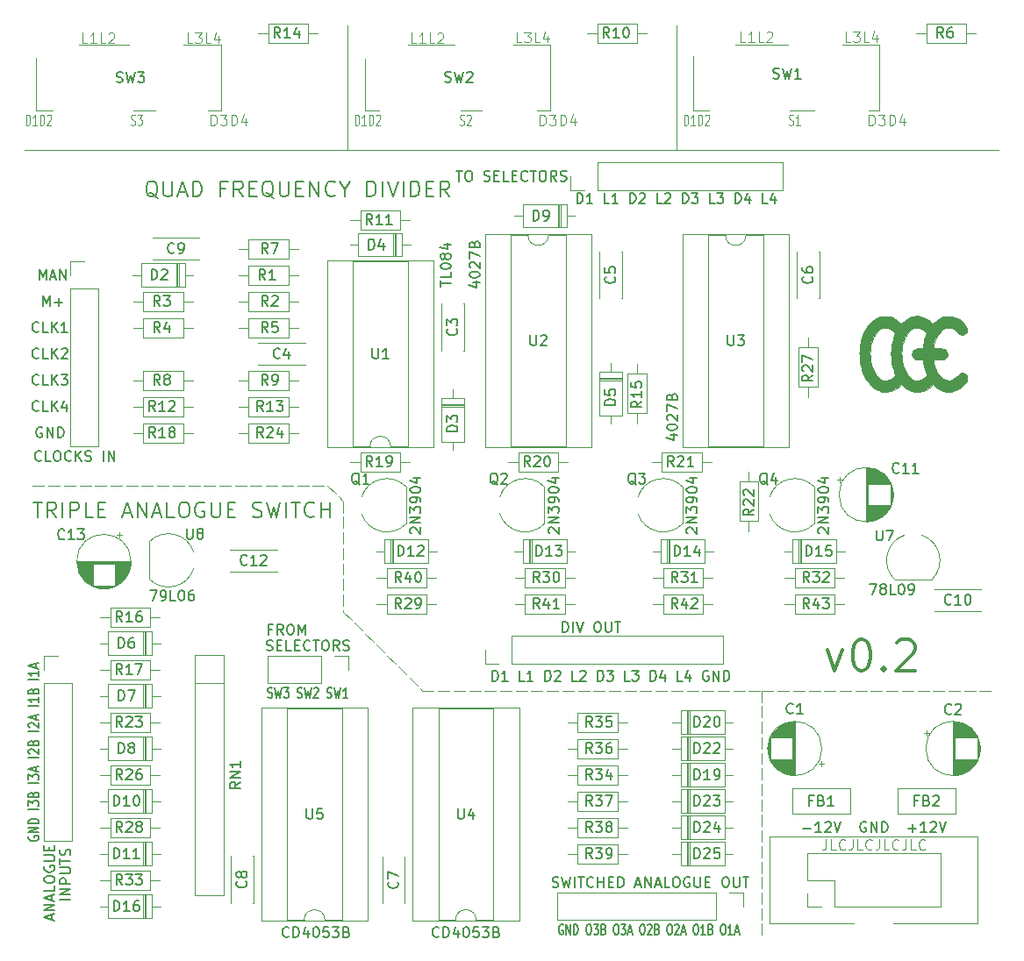
<source format=gbr>
%TF.GenerationSoftware,KiCad,Pcbnew,7.0.10*%
%TF.CreationDate,2024-11-14T14:37:11+00:00*%
%TF.ProjectId,DividerSwitch-R,44697669-6465-4725-9377-697463682d52,rev?*%
%TF.SameCoordinates,Original*%
%TF.FileFunction,Legend,Top*%
%TF.FilePolarity,Positive*%
%FSLAX46Y46*%
G04 Gerber Fmt 4.6, Leading zero omitted, Abs format (unit mm)*
G04 Created by KiCad (PCBNEW 7.0.10) date 2024-11-14 14:37:11*
%MOMM*%
%LPD*%
G01*
G04 APERTURE LIST*
%ADD10C,0.100000*%
%ADD11C,0.210000*%
%ADD12C,0.300000*%
%ADD13C,0.150000*%
%ADD14C,0.120000*%
%ADD15C,0.010000*%
G04 APERTURE END LIST*
D10*
X168402000Y-116078000D02*
X169502000Y-116078000D01*
X169902000Y-116078000D02*
X171002000Y-116078000D01*
X171402000Y-116078000D02*
X172502000Y-116078000D01*
X172902000Y-116078000D02*
X174002000Y-116078000D01*
X174402000Y-116078000D02*
X175502000Y-116078000D01*
X175902000Y-116078000D02*
X177002000Y-116078000D01*
X177402000Y-116078000D02*
X178502000Y-116078000D01*
X178902000Y-116078000D02*
X180002000Y-116078000D01*
X180402000Y-116078000D02*
X181502000Y-116078000D01*
X181902000Y-116078000D02*
X183002000Y-116078000D01*
X183402000Y-116078000D02*
X184502000Y-116078000D01*
X184902000Y-116078000D02*
X186002000Y-116078000D01*
X186402000Y-116078000D02*
X187502000Y-116078000D01*
X187902000Y-116078000D02*
X189002000Y-116078000D01*
X189402000Y-116078000D02*
X190502000Y-116078000D01*
X168402000Y-116078000D02*
X168402000Y-117178000D01*
X168402000Y-117578000D02*
X168402000Y-118678000D01*
X168402000Y-119078000D02*
X168402000Y-120178000D01*
X168402000Y-120578000D02*
X168402000Y-121678000D01*
X168402000Y-122078000D02*
X168402000Y-123178000D01*
X168402000Y-123578000D02*
X168402000Y-124678000D01*
X168402000Y-125078000D02*
X168402000Y-126178000D01*
X168402000Y-126578000D02*
X168402000Y-127678000D01*
X168402000Y-128078000D02*
X168402000Y-129178000D01*
X168402000Y-129578000D02*
X168402000Y-130678000D01*
X168402000Y-131078000D02*
X168402000Y-132178000D01*
X168402000Y-132578000D02*
X168402000Y-133678000D01*
X168402000Y-134078000D02*
X168402000Y-135178000D01*
X168402000Y-135578000D02*
X168402000Y-136678000D01*
X168402000Y-137078000D02*
X168402000Y-138178000D01*
X168402000Y-138578000D02*
X168402000Y-139678000D01*
X135636000Y-116078000D02*
X136736000Y-116078000D01*
X137136000Y-116078000D02*
X138236000Y-116078000D01*
X138636000Y-116078000D02*
X139736000Y-116078000D01*
X140136000Y-116078000D02*
X141236000Y-116078000D01*
X141636000Y-116078000D02*
X142736000Y-116078000D01*
X143136000Y-116078000D02*
X144236000Y-116078000D01*
X144636000Y-116078000D02*
X145736000Y-116078000D01*
X146136000Y-116078000D02*
X147236000Y-116078000D01*
X147636000Y-116078000D02*
X148736000Y-116078000D01*
X149136000Y-116078000D02*
X150236000Y-116078000D01*
X150636000Y-116078000D02*
X151736000Y-116078000D01*
X152136000Y-116078000D02*
X153236000Y-116078000D01*
X153636000Y-116078000D02*
X154736000Y-116078000D01*
X155136000Y-116078000D02*
X156236000Y-116078000D01*
X156636000Y-116078000D02*
X157736000Y-116078000D01*
X158136000Y-116078000D02*
X159236000Y-116078000D01*
X159636000Y-116078000D02*
X160736000Y-116078000D01*
X161136000Y-116078000D02*
X162236000Y-116078000D01*
X162636000Y-116078000D02*
X163736000Y-116078000D01*
X164136000Y-116078000D02*
X165236000Y-116078000D01*
X165636000Y-116078000D02*
X166736000Y-116078000D01*
X167136000Y-116078000D02*
X168236000Y-116078000D01*
X126492000Y-96266000D02*
X127269817Y-97043817D01*
X127552660Y-97326660D02*
X128016000Y-97790000D01*
X128397000Y-51816000D02*
X128397000Y-63881000D01*
X128016000Y-108458000D02*
X128793817Y-109235817D01*
X129076660Y-109518660D02*
X129854478Y-110296478D01*
X130137320Y-110579320D02*
X130915138Y-111357138D01*
X131197981Y-111639981D02*
X131975798Y-112417798D01*
X132258641Y-112700641D02*
X133036458Y-113478458D01*
X133319301Y-113761301D02*
X134097118Y-114539118D01*
X134379961Y-114821961D02*
X135157778Y-115599778D01*
X135440621Y-115882621D02*
X135636000Y-116078000D01*
X98044000Y-96266000D02*
X99144000Y-96266000D01*
X99544000Y-96266000D02*
X100644000Y-96266000D01*
X101044000Y-96266000D02*
X102144000Y-96266000D01*
X102544000Y-96266000D02*
X103644000Y-96266000D01*
X104044000Y-96266000D02*
X105144000Y-96266000D01*
X105544000Y-96266000D02*
X106644000Y-96266000D01*
X107044000Y-96266000D02*
X108144000Y-96266000D01*
X108544000Y-96266000D02*
X109644000Y-96266000D01*
X110044000Y-96266000D02*
X111144000Y-96266000D01*
X111544000Y-96266000D02*
X112644000Y-96266000D01*
X113044000Y-96266000D02*
X114144000Y-96266000D01*
X114544000Y-96266000D02*
X115644000Y-96266000D01*
X116044000Y-96266000D02*
X117144000Y-96266000D01*
X117544000Y-96266000D02*
X118644000Y-96266000D01*
X119044000Y-96266000D02*
X120144000Y-96266000D01*
X120544000Y-96266000D02*
X121644000Y-96266000D01*
X122044000Y-96266000D02*
X123144000Y-96266000D01*
X123544000Y-96266000D02*
X124644000Y-96266000D01*
X125044000Y-96266000D02*
X126144000Y-96266000D01*
X160147000Y-51816000D02*
X160147000Y-63881000D01*
X128016000Y-97790000D02*
X128016000Y-98890000D01*
X128016000Y-99290000D02*
X128016000Y-100390000D01*
X128016000Y-100790000D02*
X128016000Y-101890000D01*
X128016000Y-102290000D02*
X128016000Y-103390000D01*
X128016000Y-103790000D02*
X128016000Y-104890000D01*
X128016000Y-105290000D02*
X128016000Y-106390000D01*
X128016000Y-106790000D02*
X128016000Y-107890000D01*
X128016000Y-108290000D02*
X128016000Y-108458000D01*
X97282000Y-63881000D02*
X191262000Y-63881000D01*
X139264122Y-61419800D02*
X139364122Y-61467419D01*
X139364122Y-61467419D02*
X139530789Y-61467419D01*
X139530789Y-61467419D02*
X139597455Y-61419800D01*
X139597455Y-61419800D02*
X139630789Y-61372180D01*
X139630789Y-61372180D02*
X139664122Y-61276942D01*
X139664122Y-61276942D02*
X139664122Y-61181704D01*
X139664122Y-61181704D02*
X139630789Y-61086466D01*
X139630789Y-61086466D02*
X139597455Y-61038847D01*
X139597455Y-61038847D02*
X139530789Y-60991228D01*
X139530789Y-60991228D02*
X139397455Y-60943609D01*
X139397455Y-60943609D02*
X139330789Y-60895990D01*
X139330789Y-60895990D02*
X139297455Y-60848371D01*
X139297455Y-60848371D02*
X139264122Y-60753133D01*
X139264122Y-60753133D02*
X139264122Y-60657895D01*
X139264122Y-60657895D02*
X139297455Y-60562657D01*
X139297455Y-60562657D02*
X139330789Y-60515038D01*
X139330789Y-60515038D02*
X139397455Y-60467419D01*
X139397455Y-60467419D02*
X139564122Y-60467419D01*
X139564122Y-60467419D02*
X139664122Y-60515038D01*
X139930789Y-60562657D02*
X139964122Y-60515038D01*
X139964122Y-60515038D02*
X140030789Y-60467419D01*
X140030789Y-60467419D02*
X140197456Y-60467419D01*
X140197456Y-60467419D02*
X140264122Y-60515038D01*
X140264122Y-60515038D02*
X140297456Y-60562657D01*
X140297456Y-60562657D02*
X140330789Y-60657895D01*
X140330789Y-60657895D02*
X140330789Y-60753133D01*
X140330789Y-60753133D02*
X140297456Y-60895990D01*
X140297456Y-60895990D02*
X139897456Y-61467419D01*
X139897456Y-61467419D02*
X140330789Y-61467419D01*
X174579598Y-130444419D02*
X174579598Y-131158704D01*
X174579598Y-131158704D02*
X174531979Y-131301561D01*
X174531979Y-131301561D02*
X174436741Y-131396800D01*
X174436741Y-131396800D02*
X174293884Y-131444419D01*
X174293884Y-131444419D02*
X174198646Y-131444419D01*
X175531979Y-131444419D02*
X175055789Y-131444419D01*
X175055789Y-131444419D02*
X175055789Y-130444419D01*
X176436741Y-131349180D02*
X176389122Y-131396800D01*
X176389122Y-131396800D02*
X176246265Y-131444419D01*
X176246265Y-131444419D02*
X176151027Y-131444419D01*
X176151027Y-131444419D02*
X176008170Y-131396800D01*
X176008170Y-131396800D02*
X175912932Y-131301561D01*
X175912932Y-131301561D02*
X175865313Y-131206323D01*
X175865313Y-131206323D02*
X175817694Y-131015847D01*
X175817694Y-131015847D02*
X175817694Y-130872990D01*
X175817694Y-130872990D02*
X175865313Y-130682514D01*
X175865313Y-130682514D02*
X175912932Y-130587276D01*
X175912932Y-130587276D02*
X176008170Y-130492038D01*
X176008170Y-130492038D02*
X176151027Y-130444419D01*
X176151027Y-130444419D02*
X176246265Y-130444419D01*
X176246265Y-130444419D02*
X176389122Y-130492038D01*
X176389122Y-130492038D02*
X176436741Y-130539657D01*
X177151027Y-130444419D02*
X177151027Y-131158704D01*
X177151027Y-131158704D02*
X177103408Y-131301561D01*
X177103408Y-131301561D02*
X177008170Y-131396800D01*
X177008170Y-131396800D02*
X176865313Y-131444419D01*
X176865313Y-131444419D02*
X176770075Y-131444419D01*
X178103408Y-131444419D02*
X177627218Y-131444419D01*
X177627218Y-131444419D02*
X177627218Y-130444419D01*
X179008170Y-131349180D02*
X178960551Y-131396800D01*
X178960551Y-131396800D02*
X178817694Y-131444419D01*
X178817694Y-131444419D02*
X178722456Y-131444419D01*
X178722456Y-131444419D02*
X178579599Y-131396800D01*
X178579599Y-131396800D02*
X178484361Y-131301561D01*
X178484361Y-131301561D02*
X178436742Y-131206323D01*
X178436742Y-131206323D02*
X178389123Y-131015847D01*
X178389123Y-131015847D02*
X178389123Y-130872990D01*
X178389123Y-130872990D02*
X178436742Y-130682514D01*
X178436742Y-130682514D02*
X178484361Y-130587276D01*
X178484361Y-130587276D02*
X178579599Y-130492038D01*
X178579599Y-130492038D02*
X178722456Y-130444419D01*
X178722456Y-130444419D02*
X178817694Y-130444419D01*
X178817694Y-130444419D02*
X178960551Y-130492038D01*
X178960551Y-130492038D02*
X179008170Y-130539657D01*
X179722456Y-130444419D02*
X179722456Y-131158704D01*
X179722456Y-131158704D02*
X179674837Y-131301561D01*
X179674837Y-131301561D02*
X179579599Y-131396800D01*
X179579599Y-131396800D02*
X179436742Y-131444419D01*
X179436742Y-131444419D02*
X179341504Y-131444419D01*
X180674837Y-131444419D02*
X180198647Y-131444419D01*
X180198647Y-131444419D02*
X180198647Y-130444419D01*
X181579599Y-131349180D02*
X181531980Y-131396800D01*
X181531980Y-131396800D02*
X181389123Y-131444419D01*
X181389123Y-131444419D02*
X181293885Y-131444419D01*
X181293885Y-131444419D02*
X181151028Y-131396800D01*
X181151028Y-131396800D02*
X181055790Y-131301561D01*
X181055790Y-131301561D02*
X181008171Y-131206323D01*
X181008171Y-131206323D02*
X180960552Y-131015847D01*
X180960552Y-131015847D02*
X180960552Y-130872990D01*
X180960552Y-130872990D02*
X181008171Y-130682514D01*
X181008171Y-130682514D02*
X181055790Y-130587276D01*
X181055790Y-130587276D02*
X181151028Y-130492038D01*
X181151028Y-130492038D02*
X181293885Y-130444419D01*
X181293885Y-130444419D02*
X181389123Y-130444419D01*
X181389123Y-130444419D02*
X181531980Y-130492038D01*
X181531980Y-130492038D02*
X181579599Y-130539657D01*
X182293885Y-130444419D02*
X182293885Y-131158704D01*
X182293885Y-131158704D02*
X182246266Y-131301561D01*
X182246266Y-131301561D02*
X182151028Y-131396800D01*
X182151028Y-131396800D02*
X182008171Y-131444419D01*
X182008171Y-131444419D02*
X181912933Y-131444419D01*
X183246266Y-131444419D02*
X182770076Y-131444419D01*
X182770076Y-131444419D02*
X182770076Y-130444419D01*
X184151028Y-131349180D02*
X184103409Y-131396800D01*
X184103409Y-131396800D02*
X183960552Y-131444419D01*
X183960552Y-131444419D02*
X183865314Y-131444419D01*
X183865314Y-131444419D02*
X183722457Y-131396800D01*
X183722457Y-131396800D02*
X183627219Y-131301561D01*
X183627219Y-131301561D02*
X183579600Y-131206323D01*
X183579600Y-131206323D02*
X183531981Y-131015847D01*
X183531981Y-131015847D02*
X183531981Y-130872990D01*
X183531981Y-130872990D02*
X183579600Y-130682514D01*
X183579600Y-130682514D02*
X183627219Y-130587276D01*
X183627219Y-130587276D02*
X183722457Y-130492038D01*
X183722457Y-130492038D02*
X183865314Y-130444419D01*
X183865314Y-130444419D02*
X183960552Y-130444419D01*
X183960552Y-130444419D02*
X184103409Y-130492038D01*
X184103409Y-130492038D02*
X184151028Y-130539657D01*
X166803074Y-53441019D02*
X166326884Y-53441019D01*
X166326884Y-53441019D02*
X166326884Y-52441019D01*
X167660217Y-53441019D02*
X167088789Y-53441019D01*
X167374503Y-53441019D02*
X167374503Y-52441019D01*
X167374503Y-52441019D02*
X167279265Y-52583876D01*
X167279265Y-52583876D02*
X167184027Y-52679114D01*
X167184027Y-52679114D02*
X167088789Y-52726733D01*
X168564979Y-53441019D02*
X168088789Y-53441019D01*
X168088789Y-53441019D02*
X168088789Y-52441019D01*
X168850694Y-52536257D02*
X168898313Y-52488638D01*
X168898313Y-52488638D02*
X168993551Y-52441019D01*
X168993551Y-52441019D02*
X169231646Y-52441019D01*
X169231646Y-52441019D02*
X169326884Y-52488638D01*
X169326884Y-52488638D02*
X169374503Y-52536257D01*
X169374503Y-52536257D02*
X169422122Y-52631495D01*
X169422122Y-52631495D02*
X169422122Y-52726733D01*
X169422122Y-52726733D02*
X169374503Y-52869590D01*
X169374503Y-52869590D02*
X168803075Y-53441019D01*
X168803075Y-53441019D02*
X169422122Y-53441019D01*
X171014122Y-61419800D02*
X171114122Y-61467419D01*
X171114122Y-61467419D02*
X171280789Y-61467419D01*
X171280789Y-61467419D02*
X171347455Y-61419800D01*
X171347455Y-61419800D02*
X171380789Y-61372180D01*
X171380789Y-61372180D02*
X171414122Y-61276942D01*
X171414122Y-61276942D02*
X171414122Y-61181704D01*
X171414122Y-61181704D02*
X171380789Y-61086466D01*
X171380789Y-61086466D02*
X171347455Y-61038847D01*
X171347455Y-61038847D02*
X171280789Y-60991228D01*
X171280789Y-60991228D02*
X171147455Y-60943609D01*
X171147455Y-60943609D02*
X171080789Y-60895990D01*
X171080789Y-60895990D02*
X171047455Y-60848371D01*
X171047455Y-60848371D02*
X171014122Y-60753133D01*
X171014122Y-60753133D02*
X171014122Y-60657895D01*
X171014122Y-60657895D02*
X171047455Y-60562657D01*
X171047455Y-60562657D02*
X171080789Y-60515038D01*
X171080789Y-60515038D02*
X171147455Y-60467419D01*
X171147455Y-60467419D02*
X171314122Y-60467419D01*
X171314122Y-60467419D02*
X171414122Y-60515038D01*
X172080789Y-61467419D02*
X171680789Y-61467419D01*
X171880789Y-61467419D02*
X171880789Y-60467419D01*
X171880789Y-60467419D02*
X171814122Y-60610276D01*
X171814122Y-60610276D02*
X171747456Y-60705514D01*
X171747456Y-60705514D02*
X171680789Y-60753133D01*
X146988884Y-61467419D02*
X146988884Y-60467419D01*
X146988884Y-60467419D02*
X147226979Y-60467419D01*
X147226979Y-60467419D02*
X147369836Y-60515038D01*
X147369836Y-60515038D02*
X147465074Y-60610276D01*
X147465074Y-60610276D02*
X147512693Y-60705514D01*
X147512693Y-60705514D02*
X147560312Y-60895990D01*
X147560312Y-60895990D02*
X147560312Y-61038847D01*
X147560312Y-61038847D02*
X147512693Y-61229323D01*
X147512693Y-61229323D02*
X147465074Y-61324561D01*
X147465074Y-61324561D02*
X147369836Y-61419800D01*
X147369836Y-61419800D02*
X147226979Y-61467419D01*
X147226979Y-61467419D02*
X146988884Y-61467419D01*
X147893646Y-60467419D02*
X148512693Y-60467419D01*
X148512693Y-60467419D02*
X148179360Y-60848371D01*
X148179360Y-60848371D02*
X148322217Y-60848371D01*
X148322217Y-60848371D02*
X148417455Y-60895990D01*
X148417455Y-60895990D02*
X148465074Y-60943609D01*
X148465074Y-60943609D02*
X148512693Y-61038847D01*
X148512693Y-61038847D02*
X148512693Y-61276942D01*
X148512693Y-61276942D02*
X148465074Y-61372180D01*
X148465074Y-61372180D02*
X148417455Y-61419800D01*
X148417455Y-61419800D02*
X148322217Y-61467419D01*
X148322217Y-61467419D02*
X148036503Y-61467419D01*
X148036503Y-61467419D02*
X147941265Y-61419800D01*
X147941265Y-61419800D02*
X147893646Y-61372180D01*
X148941265Y-61467419D02*
X148941265Y-60467419D01*
X148941265Y-60467419D02*
X149179360Y-60467419D01*
X149179360Y-60467419D02*
X149322217Y-60515038D01*
X149322217Y-60515038D02*
X149417455Y-60610276D01*
X149417455Y-60610276D02*
X149465074Y-60705514D01*
X149465074Y-60705514D02*
X149512693Y-60895990D01*
X149512693Y-60895990D02*
X149512693Y-61038847D01*
X149512693Y-61038847D02*
X149465074Y-61229323D01*
X149465074Y-61229323D02*
X149417455Y-61324561D01*
X149417455Y-61324561D02*
X149322217Y-61419800D01*
X149322217Y-61419800D02*
X149179360Y-61467419D01*
X149179360Y-61467419D02*
X148941265Y-61467419D01*
X150369836Y-60800752D02*
X150369836Y-61467419D01*
X150131741Y-60419800D02*
X149893646Y-61134085D01*
X149893646Y-61134085D02*
X150512693Y-61134085D01*
X113463074Y-53563419D02*
X112986884Y-53563419D01*
X112986884Y-53563419D02*
X112986884Y-52563419D01*
X113701170Y-52563419D02*
X114320217Y-52563419D01*
X114320217Y-52563419D02*
X113986884Y-52944371D01*
X113986884Y-52944371D02*
X114129741Y-52944371D01*
X114129741Y-52944371D02*
X114224979Y-52991990D01*
X114224979Y-52991990D02*
X114272598Y-53039609D01*
X114272598Y-53039609D02*
X114320217Y-53134847D01*
X114320217Y-53134847D02*
X114320217Y-53372942D01*
X114320217Y-53372942D02*
X114272598Y-53468180D01*
X114272598Y-53468180D02*
X114224979Y-53515800D01*
X114224979Y-53515800D02*
X114129741Y-53563419D01*
X114129741Y-53563419D02*
X113844027Y-53563419D01*
X113844027Y-53563419D02*
X113748789Y-53515800D01*
X113748789Y-53515800D02*
X113701170Y-53468180D01*
X115224979Y-53563419D02*
X114748789Y-53563419D01*
X114748789Y-53563419D02*
X114748789Y-52563419D01*
X115986884Y-52896752D02*
X115986884Y-53563419D01*
X115748789Y-52515800D02*
X115510694Y-53230085D01*
X115510694Y-53230085D02*
X116129741Y-53230085D01*
X145213074Y-53491819D02*
X144736884Y-53491819D01*
X144736884Y-53491819D02*
X144736884Y-52491819D01*
X145451170Y-52491819D02*
X146070217Y-52491819D01*
X146070217Y-52491819D02*
X145736884Y-52872771D01*
X145736884Y-52872771D02*
X145879741Y-52872771D01*
X145879741Y-52872771D02*
X145974979Y-52920390D01*
X145974979Y-52920390D02*
X146022598Y-52968009D01*
X146022598Y-52968009D02*
X146070217Y-53063247D01*
X146070217Y-53063247D02*
X146070217Y-53301342D01*
X146070217Y-53301342D02*
X146022598Y-53396580D01*
X146022598Y-53396580D02*
X145974979Y-53444200D01*
X145974979Y-53444200D02*
X145879741Y-53491819D01*
X145879741Y-53491819D02*
X145594027Y-53491819D01*
X145594027Y-53491819D02*
X145498789Y-53444200D01*
X145498789Y-53444200D02*
X145451170Y-53396580D01*
X146974979Y-53491819D02*
X146498789Y-53491819D01*
X146498789Y-53491819D02*
X146498789Y-52491819D01*
X147736884Y-52825152D02*
X147736884Y-53491819D01*
X147498789Y-52444200D02*
X147260694Y-53158485D01*
X147260694Y-53158485D02*
X147879741Y-53158485D01*
X178738884Y-61467419D02*
X178738884Y-60467419D01*
X178738884Y-60467419D02*
X178976979Y-60467419D01*
X178976979Y-60467419D02*
X179119836Y-60515038D01*
X179119836Y-60515038D02*
X179215074Y-60610276D01*
X179215074Y-60610276D02*
X179262693Y-60705514D01*
X179262693Y-60705514D02*
X179310312Y-60895990D01*
X179310312Y-60895990D02*
X179310312Y-61038847D01*
X179310312Y-61038847D02*
X179262693Y-61229323D01*
X179262693Y-61229323D02*
X179215074Y-61324561D01*
X179215074Y-61324561D02*
X179119836Y-61419800D01*
X179119836Y-61419800D02*
X178976979Y-61467419D01*
X178976979Y-61467419D02*
X178738884Y-61467419D01*
X179643646Y-60467419D02*
X180262693Y-60467419D01*
X180262693Y-60467419D02*
X179929360Y-60848371D01*
X179929360Y-60848371D02*
X180072217Y-60848371D01*
X180072217Y-60848371D02*
X180167455Y-60895990D01*
X180167455Y-60895990D02*
X180215074Y-60943609D01*
X180215074Y-60943609D02*
X180262693Y-61038847D01*
X180262693Y-61038847D02*
X180262693Y-61276942D01*
X180262693Y-61276942D02*
X180215074Y-61372180D01*
X180215074Y-61372180D02*
X180167455Y-61419800D01*
X180167455Y-61419800D02*
X180072217Y-61467419D01*
X180072217Y-61467419D02*
X179786503Y-61467419D01*
X179786503Y-61467419D02*
X179691265Y-61419800D01*
X179691265Y-61419800D02*
X179643646Y-61372180D01*
X180691265Y-61467419D02*
X180691265Y-60467419D01*
X180691265Y-60467419D02*
X180929360Y-60467419D01*
X180929360Y-60467419D02*
X181072217Y-60515038D01*
X181072217Y-60515038D02*
X181167455Y-60610276D01*
X181167455Y-60610276D02*
X181215074Y-60705514D01*
X181215074Y-60705514D02*
X181262693Y-60895990D01*
X181262693Y-60895990D02*
X181262693Y-61038847D01*
X181262693Y-61038847D02*
X181215074Y-61229323D01*
X181215074Y-61229323D02*
X181167455Y-61324561D01*
X181167455Y-61324561D02*
X181072217Y-61419800D01*
X181072217Y-61419800D02*
X180929360Y-61467419D01*
X180929360Y-61467419D02*
X180691265Y-61467419D01*
X182119836Y-60800752D02*
X182119836Y-61467419D01*
X181881741Y-60419800D02*
X181643646Y-61134085D01*
X181643646Y-61134085D02*
X182262693Y-61134085D01*
X135053074Y-53563419D02*
X134576884Y-53563419D01*
X134576884Y-53563419D02*
X134576884Y-52563419D01*
X135910217Y-53563419D02*
X135338789Y-53563419D01*
X135624503Y-53563419D02*
X135624503Y-52563419D01*
X135624503Y-52563419D02*
X135529265Y-52706276D01*
X135529265Y-52706276D02*
X135434027Y-52801514D01*
X135434027Y-52801514D02*
X135338789Y-52849133D01*
X136814979Y-53563419D02*
X136338789Y-53563419D01*
X136338789Y-53563419D02*
X136338789Y-52563419D01*
X137100694Y-52658657D02*
X137148313Y-52611038D01*
X137148313Y-52611038D02*
X137243551Y-52563419D01*
X137243551Y-52563419D02*
X137481646Y-52563419D01*
X137481646Y-52563419D02*
X137576884Y-52611038D01*
X137576884Y-52611038D02*
X137624503Y-52658657D01*
X137624503Y-52658657D02*
X137672122Y-52753895D01*
X137672122Y-52753895D02*
X137672122Y-52849133D01*
X137672122Y-52849133D02*
X137624503Y-52991990D01*
X137624503Y-52991990D02*
X137053075Y-53563419D01*
X137053075Y-53563419D02*
X137672122Y-53563419D01*
X107514122Y-61419800D02*
X107614122Y-61467419D01*
X107614122Y-61467419D02*
X107780789Y-61467419D01*
X107780789Y-61467419D02*
X107847455Y-61419800D01*
X107847455Y-61419800D02*
X107880789Y-61372180D01*
X107880789Y-61372180D02*
X107914122Y-61276942D01*
X107914122Y-61276942D02*
X107914122Y-61181704D01*
X107914122Y-61181704D02*
X107880789Y-61086466D01*
X107880789Y-61086466D02*
X107847455Y-61038847D01*
X107847455Y-61038847D02*
X107780789Y-60991228D01*
X107780789Y-60991228D02*
X107647455Y-60943609D01*
X107647455Y-60943609D02*
X107580789Y-60895990D01*
X107580789Y-60895990D02*
X107547455Y-60848371D01*
X107547455Y-60848371D02*
X107514122Y-60753133D01*
X107514122Y-60753133D02*
X107514122Y-60657895D01*
X107514122Y-60657895D02*
X107547455Y-60562657D01*
X107547455Y-60562657D02*
X107580789Y-60515038D01*
X107580789Y-60515038D02*
X107647455Y-60467419D01*
X107647455Y-60467419D02*
X107814122Y-60467419D01*
X107814122Y-60467419D02*
X107914122Y-60515038D01*
X108147456Y-60467419D02*
X108580789Y-60467419D01*
X108580789Y-60467419D02*
X108347456Y-60848371D01*
X108347456Y-60848371D02*
X108447456Y-60848371D01*
X108447456Y-60848371D02*
X108514122Y-60895990D01*
X108514122Y-60895990D02*
X108547456Y-60943609D01*
X108547456Y-60943609D02*
X108580789Y-61038847D01*
X108580789Y-61038847D02*
X108580789Y-61276942D01*
X108580789Y-61276942D02*
X108547456Y-61372180D01*
X108547456Y-61372180D02*
X108514122Y-61419800D01*
X108514122Y-61419800D02*
X108447456Y-61467419D01*
X108447456Y-61467419D02*
X108247456Y-61467419D01*
X108247456Y-61467419D02*
X108180789Y-61419800D01*
X108180789Y-61419800D02*
X108147456Y-61372180D01*
D11*
X98071014Y-97873508D02*
X98928157Y-97873508D01*
X98499585Y-99373508D02*
X98499585Y-97873508D01*
X100285299Y-99373508D02*
X99785299Y-98659222D01*
X99428156Y-99373508D02*
X99428156Y-97873508D01*
X99428156Y-97873508D02*
X99999585Y-97873508D01*
X99999585Y-97873508D02*
X100142442Y-97944937D01*
X100142442Y-97944937D02*
X100213871Y-98016365D01*
X100213871Y-98016365D02*
X100285299Y-98159222D01*
X100285299Y-98159222D02*
X100285299Y-98373508D01*
X100285299Y-98373508D02*
X100213871Y-98516365D01*
X100213871Y-98516365D02*
X100142442Y-98587794D01*
X100142442Y-98587794D02*
X99999585Y-98659222D01*
X99999585Y-98659222D02*
X99428156Y-98659222D01*
X100928156Y-99373508D02*
X100928156Y-97873508D01*
X101642442Y-99373508D02*
X101642442Y-97873508D01*
X101642442Y-97873508D02*
X102213871Y-97873508D01*
X102213871Y-97873508D02*
X102356728Y-97944937D01*
X102356728Y-97944937D02*
X102428157Y-98016365D01*
X102428157Y-98016365D02*
X102499585Y-98159222D01*
X102499585Y-98159222D02*
X102499585Y-98373508D01*
X102499585Y-98373508D02*
X102428157Y-98516365D01*
X102428157Y-98516365D02*
X102356728Y-98587794D01*
X102356728Y-98587794D02*
X102213871Y-98659222D01*
X102213871Y-98659222D02*
X101642442Y-98659222D01*
X103856728Y-99373508D02*
X103142442Y-99373508D01*
X103142442Y-99373508D02*
X103142442Y-97873508D01*
X104356728Y-98587794D02*
X104856728Y-98587794D01*
X105071014Y-99373508D02*
X104356728Y-99373508D01*
X104356728Y-99373508D02*
X104356728Y-97873508D01*
X104356728Y-97873508D02*
X105071014Y-97873508D01*
X106785300Y-98944937D02*
X107499586Y-98944937D01*
X106642443Y-99373508D02*
X107142443Y-97873508D01*
X107142443Y-97873508D02*
X107642443Y-99373508D01*
X108142442Y-99373508D02*
X108142442Y-97873508D01*
X108142442Y-97873508D02*
X108999585Y-99373508D01*
X108999585Y-99373508D02*
X108999585Y-97873508D01*
X109642443Y-98944937D02*
X110356729Y-98944937D01*
X109499586Y-99373508D02*
X109999586Y-97873508D01*
X109999586Y-97873508D02*
X110499586Y-99373508D01*
X111713871Y-99373508D02*
X110999585Y-99373508D01*
X110999585Y-99373508D02*
X110999585Y-97873508D01*
X112499586Y-97873508D02*
X112785300Y-97873508D01*
X112785300Y-97873508D02*
X112928157Y-97944937D01*
X112928157Y-97944937D02*
X113071014Y-98087794D01*
X113071014Y-98087794D02*
X113142443Y-98373508D01*
X113142443Y-98373508D02*
X113142443Y-98873508D01*
X113142443Y-98873508D02*
X113071014Y-99159222D01*
X113071014Y-99159222D02*
X112928157Y-99302080D01*
X112928157Y-99302080D02*
X112785300Y-99373508D01*
X112785300Y-99373508D02*
X112499586Y-99373508D01*
X112499586Y-99373508D02*
X112356729Y-99302080D01*
X112356729Y-99302080D02*
X112213871Y-99159222D01*
X112213871Y-99159222D02*
X112142443Y-98873508D01*
X112142443Y-98873508D02*
X112142443Y-98373508D01*
X112142443Y-98373508D02*
X112213871Y-98087794D01*
X112213871Y-98087794D02*
X112356729Y-97944937D01*
X112356729Y-97944937D02*
X112499586Y-97873508D01*
X114571015Y-97944937D02*
X114428158Y-97873508D01*
X114428158Y-97873508D02*
X114213872Y-97873508D01*
X114213872Y-97873508D02*
X113999586Y-97944937D01*
X113999586Y-97944937D02*
X113856729Y-98087794D01*
X113856729Y-98087794D02*
X113785300Y-98230651D01*
X113785300Y-98230651D02*
X113713872Y-98516365D01*
X113713872Y-98516365D02*
X113713872Y-98730651D01*
X113713872Y-98730651D02*
X113785300Y-99016365D01*
X113785300Y-99016365D02*
X113856729Y-99159222D01*
X113856729Y-99159222D02*
X113999586Y-99302080D01*
X113999586Y-99302080D02*
X114213872Y-99373508D01*
X114213872Y-99373508D02*
X114356729Y-99373508D01*
X114356729Y-99373508D02*
X114571015Y-99302080D01*
X114571015Y-99302080D02*
X114642443Y-99230651D01*
X114642443Y-99230651D02*
X114642443Y-98730651D01*
X114642443Y-98730651D02*
X114356729Y-98730651D01*
X115285300Y-97873508D02*
X115285300Y-99087794D01*
X115285300Y-99087794D02*
X115356729Y-99230651D01*
X115356729Y-99230651D02*
X115428158Y-99302080D01*
X115428158Y-99302080D02*
X115571015Y-99373508D01*
X115571015Y-99373508D02*
X115856729Y-99373508D01*
X115856729Y-99373508D02*
X115999586Y-99302080D01*
X115999586Y-99302080D02*
X116071015Y-99230651D01*
X116071015Y-99230651D02*
X116142443Y-99087794D01*
X116142443Y-99087794D02*
X116142443Y-97873508D01*
X116856729Y-98587794D02*
X117356729Y-98587794D01*
X117571015Y-99373508D02*
X116856729Y-99373508D01*
X116856729Y-99373508D02*
X116856729Y-97873508D01*
X116856729Y-97873508D02*
X117571015Y-97873508D01*
X119285301Y-99302080D02*
X119499587Y-99373508D01*
X119499587Y-99373508D02*
X119856729Y-99373508D01*
X119856729Y-99373508D02*
X119999587Y-99302080D01*
X119999587Y-99302080D02*
X120071015Y-99230651D01*
X120071015Y-99230651D02*
X120142444Y-99087794D01*
X120142444Y-99087794D02*
X120142444Y-98944937D01*
X120142444Y-98944937D02*
X120071015Y-98802080D01*
X120071015Y-98802080D02*
X119999587Y-98730651D01*
X119999587Y-98730651D02*
X119856729Y-98659222D01*
X119856729Y-98659222D02*
X119571015Y-98587794D01*
X119571015Y-98587794D02*
X119428158Y-98516365D01*
X119428158Y-98516365D02*
X119356729Y-98444937D01*
X119356729Y-98444937D02*
X119285301Y-98302080D01*
X119285301Y-98302080D02*
X119285301Y-98159222D01*
X119285301Y-98159222D02*
X119356729Y-98016365D01*
X119356729Y-98016365D02*
X119428158Y-97944937D01*
X119428158Y-97944937D02*
X119571015Y-97873508D01*
X119571015Y-97873508D02*
X119928158Y-97873508D01*
X119928158Y-97873508D02*
X120142444Y-97944937D01*
X120642443Y-97873508D02*
X120999586Y-99373508D01*
X120999586Y-99373508D02*
X121285300Y-98302080D01*
X121285300Y-98302080D02*
X121571015Y-99373508D01*
X121571015Y-99373508D02*
X121928158Y-97873508D01*
X122499586Y-99373508D02*
X122499586Y-97873508D01*
X122999587Y-97873508D02*
X123856730Y-97873508D01*
X123428158Y-99373508D02*
X123428158Y-97873508D01*
X125213872Y-99230651D02*
X125142444Y-99302080D01*
X125142444Y-99302080D02*
X124928158Y-99373508D01*
X124928158Y-99373508D02*
X124785301Y-99373508D01*
X124785301Y-99373508D02*
X124571015Y-99302080D01*
X124571015Y-99302080D02*
X124428158Y-99159222D01*
X124428158Y-99159222D02*
X124356729Y-99016365D01*
X124356729Y-99016365D02*
X124285301Y-98730651D01*
X124285301Y-98730651D02*
X124285301Y-98516365D01*
X124285301Y-98516365D02*
X124356729Y-98230651D01*
X124356729Y-98230651D02*
X124428158Y-98087794D01*
X124428158Y-98087794D02*
X124571015Y-97944937D01*
X124571015Y-97944937D02*
X124785301Y-97873508D01*
X124785301Y-97873508D02*
X124928158Y-97873508D01*
X124928158Y-97873508D02*
X125142444Y-97944937D01*
X125142444Y-97944937D02*
X125213872Y-98016365D01*
X125856729Y-99373508D02*
X125856729Y-97873508D01*
X125856729Y-98587794D02*
X126713872Y-98587794D01*
X126713872Y-99373508D02*
X126713872Y-97873508D01*
D10*
X97387455Y-61467419D02*
X97387455Y-60467419D01*
X97387455Y-60467419D02*
X97554122Y-60467419D01*
X97554122Y-60467419D02*
X97654122Y-60515038D01*
X97654122Y-60515038D02*
X97720789Y-60610276D01*
X97720789Y-60610276D02*
X97754122Y-60705514D01*
X97754122Y-60705514D02*
X97787455Y-60895990D01*
X97787455Y-60895990D02*
X97787455Y-61038847D01*
X97787455Y-61038847D02*
X97754122Y-61229323D01*
X97754122Y-61229323D02*
X97720789Y-61324561D01*
X97720789Y-61324561D02*
X97654122Y-61419800D01*
X97654122Y-61419800D02*
X97554122Y-61467419D01*
X97554122Y-61467419D02*
X97387455Y-61467419D01*
X98454122Y-61467419D02*
X98054122Y-61467419D01*
X98254122Y-61467419D02*
X98254122Y-60467419D01*
X98254122Y-60467419D02*
X98187455Y-60610276D01*
X98187455Y-60610276D02*
X98120789Y-60705514D01*
X98120789Y-60705514D02*
X98054122Y-60753133D01*
X98754122Y-61467419D02*
X98754122Y-60467419D01*
X98754122Y-60467419D02*
X98920789Y-60467419D01*
X98920789Y-60467419D02*
X99020789Y-60515038D01*
X99020789Y-60515038D02*
X99087456Y-60610276D01*
X99087456Y-60610276D02*
X99120789Y-60705514D01*
X99120789Y-60705514D02*
X99154122Y-60895990D01*
X99154122Y-60895990D02*
X99154122Y-61038847D01*
X99154122Y-61038847D02*
X99120789Y-61229323D01*
X99120789Y-61229323D02*
X99087456Y-61324561D01*
X99087456Y-61324561D02*
X99020789Y-61419800D01*
X99020789Y-61419800D02*
X98920789Y-61467419D01*
X98920789Y-61467419D02*
X98754122Y-61467419D01*
X99420789Y-60562657D02*
X99454122Y-60515038D01*
X99454122Y-60515038D02*
X99520789Y-60467419D01*
X99520789Y-60467419D02*
X99687456Y-60467419D01*
X99687456Y-60467419D02*
X99754122Y-60515038D01*
X99754122Y-60515038D02*
X99787456Y-60562657D01*
X99787456Y-60562657D02*
X99820789Y-60657895D01*
X99820789Y-60657895D02*
X99820789Y-60753133D01*
X99820789Y-60753133D02*
X99787456Y-60895990D01*
X99787456Y-60895990D02*
X99387456Y-61467419D01*
X99387456Y-61467419D02*
X99820789Y-61467419D01*
X176963074Y-53441019D02*
X176486884Y-53441019D01*
X176486884Y-53441019D02*
X176486884Y-52441019D01*
X177201170Y-52441019D02*
X177820217Y-52441019D01*
X177820217Y-52441019D02*
X177486884Y-52821971D01*
X177486884Y-52821971D02*
X177629741Y-52821971D01*
X177629741Y-52821971D02*
X177724979Y-52869590D01*
X177724979Y-52869590D02*
X177772598Y-52917209D01*
X177772598Y-52917209D02*
X177820217Y-53012447D01*
X177820217Y-53012447D02*
X177820217Y-53250542D01*
X177820217Y-53250542D02*
X177772598Y-53345780D01*
X177772598Y-53345780D02*
X177724979Y-53393400D01*
X177724979Y-53393400D02*
X177629741Y-53441019D01*
X177629741Y-53441019D02*
X177344027Y-53441019D01*
X177344027Y-53441019D02*
X177248789Y-53393400D01*
X177248789Y-53393400D02*
X177201170Y-53345780D01*
X178724979Y-53441019D02*
X178248789Y-53441019D01*
X178248789Y-53441019D02*
X178248789Y-52441019D01*
X179486884Y-52774352D02*
X179486884Y-53441019D01*
X179248789Y-52393400D02*
X179010694Y-53107685D01*
X179010694Y-53107685D02*
X179629741Y-53107685D01*
X103303074Y-53563419D02*
X102826884Y-53563419D01*
X102826884Y-53563419D02*
X102826884Y-52563419D01*
X104160217Y-53563419D02*
X103588789Y-53563419D01*
X103874503Y-53563419D02*
X103874503Y-52563419D01*
X103874503Y-52563419D02*
X103779265Y-52706276D01*
X103779265Y-52706276D02*
X103684027Y-52801514D01*
X103684027Y-52801514D02*
X103588789Y-52849133D01*
X105064979Y-53563419D02*
X104588789Y-53563419D01*
X104588789Y-53563419D02*
X104588789Y-52563419D01*
X105350694Y-52658657D02*
X105398313Y-52611038D01*
X105398313Y-52611038D02*
X105493551Y-52563419D01*
X105493551Y-52563419D02*
X105731646Y-52563419D01*
X105731646Y-52563419D02*
X105826884Y-52611038D01*
X105826884Y-52611038D02*
X105874503Y-52658657D01*
X105874503Y-52658657D02*
X105922122Y-52753895D01*
X105922122Y-52753895D02*
X105922122Y-52849133D01*
X105922122Y-52849133D02*
X105874503Y-52991990D01*
X105874503Y-52991990D02*
X105303075Y-53563419D01*
X105303075Y-53563419D02*
X105922122Y-53563419D01*
X115238884Y-61467419D02*
X115238884Y-60467419D01*
X115238884Y-60467419D02*
X115476979Y-60467419D01*
X115476979Y-60467419D02*
X115619836Y-60515038D01*
X115619836Y-60515038D02*
X115715074Y-60610276D01*
X115715074Y-60610276D02*
X115762693Y-60705514D01*
X115762693Y-60705514D02*
X115810312Y-60895990D01*
X115810312Y-60895990D02*
X115810312Y-61038847D01*
X115810312Y-61038847D02*
X115762693Y-61229323D01*
X115762693Y-61229323D02*
X115715074Y-61324561D01*
X115715074Y-61324561D02*
X115619836Y-61419800D01*
X115619836Y-61419800D02*
X115476979Y-61467419D01*
X115476979Y-61467419D02*
X115238884Y-61467419D01*
X116143646Y-60467419D02*
X116762693Y-60467419D01*
X116762693Y-60467419D02*
X116429360Y-60848371D01*
X116429360Y-60848371D02*
X116572217Y-60848371D01*
X116572217Y-60848371D02*
X116667455Y-60895990D01*
X116667455Y-60895990D02*
X116715074Y-60943609D01*
X116715074Y-60943609D02*
X116762693Y-61038847D01*
X116762693Y-61038847D02*
X116762693Y-61276942D01*
X116762693Y-61276942D02*
X116715074Y-61372180D01*
X116715074Y-61372180D02*
X116667455Y-61419800D01*
X116667455Y-61419800D02*
X116572217Y-61467419D01*
X116572217Y-61467419D02*
X116286503Y-61467419D01*
X116286503Y-61467419D02*
X116191265Y-61419800D01*
X116191265Y-61419800D02*
X116143646Y-61372180D01*
X117191265Y-61467419D02*
X117191265Y-60467419D01*
X117191265Y-60467419D02*
X117429360Y-60467419D01*
X117429360Y-60467419D02*
X117572217Y-60515038D01*
X117572217Y-60515038D02*
X117667455Y-60610276D01*
X117667455Y-60610276D02*
X117715074Y-60705514D01*
X117715074Y-60705514D02*
X117762693Y-60895990D01*
X117762693Y-60895990D02*
X117762693Y-61038847D01*
X117762693Y-61038847D02*
X117715074Y-61229323D01*
X117715074Y-61229323D02*
X117667455Y-61324561D01*
X117667455Y-61324561D02*
X117572217Y-61419800D01*
X117572217Y-61419800D02*
X117429360Y-61467419D01*
X117429360Y-61467419D02*
X117191265Y-61467419D01*
X118619836Y-60800752D02*
X118619836Y-61467419D01*
X118381741Y-60419800D02*
X118143646Y-61134085D01*
X118143646Y-61134085D02*
X118762693Y-61134085D01*
X129137455Y-61467419D02*
X129137455Y-60467419D01*
X129137455Y-60467419D02*
X129304122Y-60467419D01*
X129304122Y-60467419D02*
X129404122Y-60515038D01*
X129404122Y-60515038D02*
X129470789Y-60610276D01*
X129470789Y-60610276D02*
X129504122Y-60705514D01*
X129504122Y-60705514D02*
X129537455Y-60895990D01*
X129537455Y-60895990D02*
X129537455Y-61038847D01*
X129537455Y-61038847D02*
X129504122Y-61229323D01*
X129504122Y-61229323D02*
X129470789Y-61324561D01*
X129470789Y-61324561D02*
X129404122Y-61419800D01*
X129404122Y-61419800D02*
X129304122Y-61467419D01*
X129304122Y-61467419D02*
X129137455Y-61467419D01*
X130204122Y-61467419D02*
X129804122Y-61467419D01*
X130004122Y-61467419D02*
X130004122Y-60467419D01*
X130004122Y-60467419D02*
X129937455Y-60610276D01*
X129937455Y-60610276D02*
X129870789Y-60705514D01*
X129870789Y-60705514D02*
X129804122Y-60753133D01*
X130504122Y-61467419D02*
X130504122Y-60467419D01*
X130504122Y-60467419D02*
X130670789Y-60467419D01*
X130670789Y-60467419D02*
X130770789Y-60515038D01*
X130770789Y-60515038D02*
X130837456Y-60610276D01*
X130837456Y-60610276D02*
X130870789Y-60705514D01*
X130870789Y-60705514D02*
X130904122Y-60895990D01*
X130904122Y-60895990D02*
X130904122Y-61038847D01*
X130904122Y-61038847D02*
X130870789Y-61229323D01*
X130870789Y-61229323D02*
X130837456Y-61324561D01*
X130837456Y-61324561D02*
X130770789Y-61419800D01*
X130770789Y-61419800D02*
X130670789Y-61467419D01*
X130670789Y-61467419D02*
X130504122Y-61467419D01*
X131170789Y-60562657D02*
X131204122Y-60515038D01*
X131204122Y-60515038D02*
X131270789Y-60467419D01*
X131270789Y-60467419D02*
X131437456Y-60467419D01*
X131437456Y-60467419D02*
X131504122Y-60515038D01*
X131504122Y-60515038D02*
X131537456Y-60562657D01*
X131537456Y-60562657D02*
X131570789Y-60657895D01*
X131570789Y-60657895D02*
X131570789Y-60753133D01*
X131570789Y-60753133D02*
X131537456Y-60895990D01*
X131537456Y-60895990D02*
X131137456Y-61467419D01*
X131137456Y-61467419D02*
X131570789Y-61467419D01*
X160887455Y-61467419D02*
X160887455Y-60467419D01*
X160887455Y-60467419D02*
X161054122Y-60467419D01*
X161054122Y-60467419D02*
X161154122Y-60515038D01*
X161154122Y-60515038D02*
X161220789Y-60610276D01*
X161220789Y-60610276D02*
X161254122Y-60705514D01*
X161254122Y-60705514D02*
X161287455Y-60895990D01*
X161287455Y-60895990D02*
X161287455Y-61038847D01*
X161287455Y-61038847D02*
X161254122Y-61229323D01*
X161254122Y-61229323D02*
X161220789Y-61324561D01*
X161220789Y-61324561D02*
X161154122Y-61419800D01*
X161154122Y-61419800D02*
X161054122Y-61467419D01*
X161054122Y-61467419D02*
X160887455Y-61467419D01*
X161954122Y-61467419D02*
X161554122Y-61467419D01*
X161754122Y-61467419D02*
X161754122Y-60467419D01*
X161754122Y-60467419D02*
X161687455Y-60610276D01*
X161687455Y-60610276D02*
X161620789Y-60705514D01*
X161620789Y-60705514D02*
X161554122Y-60753133D01*
X162254122Y-61467419D02*
X162254122Y-60467419D01*
X162254122Y-60467419D02*
X162420789Y-60467419D01*
X162420789Y-60467419D02*
X162520789Y-60515038D01*
X162520789Y-60515038D02*
X162587456Y-60610276D01*
X162587456Y-60610276D02*
X162620789Y-60705514D01*
X162620789Y-60705514D02*
X162654122Y-60895990D01*
X162654122Y-60895990D02*
X162654122Y-61038847D01*
X162654122Y-61038847D02*
X162620789Y-61229323D01*
X162620789Y-61229323D02*
X162587456Y-61324561D01*
X162587456Y-61324561D02*
X162520789Y-61419800D01*
X162520789Y-61419800D02*
X162420789Y-61467419D01*
X162420789Y-61467419D02*
X162254122Y-61467419D01*
X162920789Y-60562657D02*
X162954122Y-60515038D01*
X162954122Y-60515038D02*
X163020789Y-60467419D01*
X163020789Y-60467419D02*
X163187456Y-60467419D01*
X163187456Y-60467419D02*
X163254122Y-60515038D01*
X163254122Y-60515038D02*
X163287456Y-60562657D01*
X163287456Y-60562657D02*
X163320789Y-60657895D01*
X163320789Y-60657895D02*
X163320789Y-60753133D01*
X163320789Y-60753133D02*
X163287456Y-60895990D01*
X163287456Y-60895990D02*
X162887456Y-61467419D01*
X162887456Y-61467419D02*
X163320789Y-61467419D01*
D11*
X110080299Y-68528365D02*
X109937442Y-68456937D01*
X109937442Y-68456937D02*
X109794585Y-68314080D01*
X109794585Y-68314080D02*
X109580299Y-68099794D01*
X109580299Y-68099794D02*
X109437442Y-68028365D01*
X109437442Y-68028365D02*
X109294585Y-68028365D01*
X109366014Y-68385508D02*
X109223157Y-68314080D01*
X109223157Y-68314080D02*
X109080299Y-68171222D01*
X109080299Y-68171222D02*
X109008871Y-67885508D01*
X109008871Y-67885508D02*
X109008871Y-67385508D01*
X109008871Y-67385508D02*
X109080299Y-67099794D01*
X109080299Y-67099794D02*
X109223157Y-66956937D01*
X109223157Y-66956937D02*
X109366014Y-66885508D01*
X109366014Y-66885508D02*
X109651728Y-66885508D01*
X109651728Y-66885508D02*
X109794585Y-66956937D01*
X109794585Y-66956937D02*
X109937442Y-67099794D01*
X109937442Y-67099794D02*
X110008871Y-67385508D01*
X110008871Y-67385508D02*
X110008871Y-67885508D01*
X110008871Y-67885508D02*
X109937442Y-68171222D01*
X109937442Y-68171222D02*
X109794585Y-68314080D01*
X109794585Y-68314080D02*
X109651728Y-68385508D01*
X109651728Y-68385508D02*
X109366014Y-68385508D01*
X110651728Y-66885508D02*
X110651728Y-68099794D01*
X110651728Y-68099794D02*
X110723157Y-68242651D01*
X110723157Y-68242651D02*
X110794586Y-68314080D01*
X110794586Y-68314080D02*
X110937443Y-68385508D01*
X110937443Y-68385508D02*
X111223157Y-68385508D01*
X111223157Y-68385508D02*
X111366014Y-68314080D01*
X111366014Y-68314080D02*
X111437443Y-68242651D01*
X111437443Y-68242651D02*
X111508871Y-68099794D01*
X111508871Y-68099794D02*
X111508871Y-66885508D01*
X112151729Y-67956937D02*
X112866015Y-67956937D01*
X112008872Y-68385508D02*
X112508872Y-66885508D01*
X112508872Y-66885508D02*
X113008872Y-68385508D01*
X113508871Y-68385508D02*
X113508871Y-66885508D01*
X113508871Y-66885508D02*
X113866014Y-66885508D01*
X113866014Y-66885508D02*
X114080300Y-66956937D01*
X114080300Y-66956937D02*
X114223157Y-67099794D01*
X114223157Y-67099794D02*
X114294586Y-67242651D01*
X114294586Y-67242651D02*
X114366014Y-67528365D01*
X114366014Y-67528365D02*
X114366014Y-67742651D01*
X114366014Y-67742651D02*
X114294586Y-68028365D01*
X114294586Y-68028365D02*
X114223157Y-68171222D01*
X114223157Y-68171222D02*
X114080300Y-68314080D01*
X114080300Y-68314080D02*
X113866014Y-68385508D01*
X113866014Y-68385508D02*
X113508871Y-68385508D01*
X116651728Y-67599794D02*
X116151728Y-67599794D01*
X116151728Y-68385508D02*
X116151728Y-66885508D01*
X116151728Y-66885508D02*
X116866014Y-66885508D01*
X118294585Y-68385508D02*
X117794585Y-67671222D01*
X117437442Y-68385508D02*
X117437442Y-66885508D01*
X117437442Y-66885508D02*
X118008871Y-66885508D01*
X118008871Y-66885508D02*
X118151728Y-66956937D01*
X118151728Y-66956937D02*
X118223157Y-67028365D01*
X118223157Y-67028365D02*
X118294585Y-67171222D01*
X118294585Y-67171222D02*
X118294585Y-67385508D01*
X118294585Y-67385508D02*
X118223157Y-67528365D01*
X118223157Y-67528365D02*
X118151728Y-67599794D01*
X118151728Y-67599794D02*
X118008871Y-67671222D01*
X118008871Y-67671222D02*
X117437442Y-67671222D01*
X118937442Y-67599794D02*
X119437442Y-67599794D01*
X119651728Y-68385508D02*
X118937442Y-68385508D01*
X118937442Y-68385508D02*
X118937442Y-66885508D01*
X118937442Y-66885508D02*
X119651728Y-66885508D01*
X121294585Y-68528365D02*
X121151728Y-68456937D01*
X121151728Y-68456937D02*
X121008871Y-68314080D01*
X121008871Y-68314080D02*
X120794585Y-68099794D01*
X120794585Y-68099794D02*
X120651728Y-68028365D01*
X120651728Y-68028365D02*
X120508871Y-68028365D01*
X120580300Y-68385508D02*
X120437443Y-68314080D01*
X120437443Y-68314080D02*
X120294585Y-68171222D01*
X120294585Y-68171222D02*
X120223157Y-67885508D01*
X120223157Y-67885508D02*
X120223157Y-67385508D01*
X120223157Y-67385508D02*
X120294585Y-67099794D01*
X120294585Y-67099794D02*
X120437443Y-66956937D01*
X120437443Y-66956937D02*
X120580300Y-66885508D01*
X120580300Y-66885508D02*
X120866014Y-66885508D01*
X120866014Y-66885508D02*
X121008871Y-66956937D01*
X121008871Y-66956937D02*
X121151728Y-67099794D01*
X121151728Y-67099794D02*
X121223157Y-67385508D01*
X121223157Y-67385508D02*
X121223157Y-67885508D01*
X121223157Y-67885508D02*
X121151728Y-68171222D01*
X121151728Y-68171222D02*
X121008871Y-68314080D01*
X121008871Y-68314080D02*
X120866014Y-68385508D01*
X120866014Y-68385508D02*
X120580300Y-68385508D01*
X121866014Y-66885508D02*
X121866014Y-68099794D01*
X121866014Y-68099794D02*
X121937443Y-68242651D01*
X121937443Y-68242651D02*
X122008872Y-68314080D01*
X122008872Y-68314080D02*
X122151729Y-68385508D01*
X122151729Y-68385508D02*
X122437443Y-68385508D01*
X122437443Y-68385508D02*
X122580300Y-68314080D01*
X122580300Y-68314080D02*
X122651729Y-68242651D01*
X122651729Y-68242651D02*
X122723157Y-68099794D01*
X122723157Y-68099794D02*
X122723157Y-66885508D01*
X123437443Y-67599794D02*
X123937443Y-67599794D01*
X124151729Y-68385508D02*
X123437443Y-68385508D01*
X123437443Y-68385508D02*
X123437443Y-66885508D01*
X123437443Y-66885508D02*
X124151729Y-66885508D01*
X124794586Y-68385508D02*
X124794586Y-66885508D01*
X124794586Y-66885508D02*
X125651729Y-68385508D01*
X125651729Y-68385508D02*
X125651729Y-66885508D01*
X127223158Y-68242651D02*
X127151730Y-68314080D01*
X127151730Y-68314080D02*
X126937444Y-68385508D01*
X126937444Y-68385508D02*
X126794587Y-68385508D01*
X126794587Y-68385508D02*
X126580301Y-68314080D01*
X126580301Y-68314080D02*
X126437444Y-68171222D01*
X126437444Y-68171222D02*
X126366015Y-68028365D01*
X126366015Y-68028365D02*
X126294587Y-67742651D01*
X126294587Y-67742651D02*
X126294587Y-67528365D01*
X126294587Y-67528365D02*
X126366015Y-67242651D01*
X126366015Y-67242651D02*
X126437444Y-67099794D01*
X126437444Y-67099794D02*
X126580301Y-66956937D01*
X126580301Y-66956937D02*
X126794587Y-66885508D01*
X126794587Y-66885508D02*
X126937444Y-66885508D01*
X126937444Y-66885508D02*
X127151730Y-66956937D01*
X127151730Y-66956937D02*
X127223158Y-67028365D01*
X128151730Y-67671222D02*
X128151730Y-68385508D01*
X127651730Y-66885508D02*
X128151730Y-67671222D01*
X128151730Y-67671222D02*
X128651730Y-66885508D01*
X130294586Y-68385508D02*
X130294586Y-66885508D01*
X130294586Y-66885508D02*
X130651729Y-66885508D01*
X130651729Y-66885508D02*
X130866015Y-66956937D01*
X130866015Y-66956937D02*
X131008872Y-67099794D01*
X131008872Y-67099794D02*
X131080301Y-67242651D01*
X131080301Y-67242651D02*
X131151729Y-67528365D01*
X131151729Y-67528365D02*
X131151729Y-67742651D01*
X131151729Y-67742651D02*
X131080301Y-68028365D01*
X131080301Y-68028365D02*
X131008872Y-68171222D01*
X131008872Y-68171222D02*
X130866015Y-68314080D01*
X130866015Y-68314080D02*
X130651729Y-68385508D01*
X130651729Y-68385508D02*
X130294586Y-68385508D01*
X131794586Y-68385508D02*
X131794586Y-66885508D01*
X132294587Y-66885508D02*
X132794587Y-68385508D01*
X132794587Y-68385508D02*
X133294587Y-66885508D01*
X133794586Y-68385508D02*
X133794586Y-66885508D01*
X134508872Y-68385508D02*
X134508872Y-66885508D01*
X134508872Y-66885508D02*
X134866015Y-66885508D01*
X134866015Y-66885508D02*
X135080301Y-66956937D01*
X135080301Y-66956937D02*
X135223158Y-67099794D01*
X135223158Y-67099794D02*
X135294587Y-67242651D01*
X135294587Y-67242651D02*
X135366015Y-67528365D01*
X135366015Y-67528365D02*
X135366015Y-67742651D01*
X135366015Y-67742651D02*
X135294587Y-68028365D01*
X135294587Y-68028365D02*
X135223158Y-68171222D01*
X135223158Y-68171222D02*
X135080301Y-68314080D01*
X135080301Y-68314080D02*
X134866015Y-68385508D01*
X134866015Y-68385508D02*
X134508872Y-68385508D01*
X136008872Y-67599794D02*
X136508872Y-67599794D01*
X136723158Y-68385508D02*
X136008872Y-68385508D01*
X136008872Y-68385508D02*
X136008872Y-66885508D01*
X136008872Y-66885508D02*
X136723158Y-66885508D01*
X138223158Y-68385508D02*
X137723158Y-67671222D01*
X137366015Y-68385508D02*
X137366015Y-66885508D01*
X137366015Y-66885508D02*
X137937444Y-66885508D01*
X137937444Y-66885508D02*
X138080301Y-66956937D01*
X138080301Y-66956937D02*
X138151730Y-67028365D01*
X138151730Y-67028365D02*
X138223158Y-67171222D01*
X138223158Y-67171222D02*
X138223158Y-67385508D01*
X138223158Y-67385508D02*
X138151730Y-67528365D01*
X138151730Y-67528365D02*
X138080301Y-67599794D01*
X138080301Y-67599794D02*
X137937444Y-67671222D01*
X137937444Y-67671222D02*
X137366015Y-67671222D01*
D12*
X174717539Y-112145857D02*
X175431825Y-114145857D01*
X175431825Y-114145857D02*
X176146110Y-112145857D01*
X177860396Y-111145857D02*
X178146110Y-111145857D01*
X178146110Y-111145857D02*
X178431824Y-111288714D01*
X178431824Y-111288714D02*
X178574682Y-111431571D01*
X178574682Y-111431571D02*
X178717539Y-111717285D01*
X178717539Y-111717285D02*
X178860396Y-112288714D01*
X178860396Y-112288714D02*
X178860396Y-113003000D01*
X178860396Y-113003000D02*
X178717539Y-113574428D01*
X178717539Y-113574428D02*
X178574682Y-113860142D01*
X178574682Y-113860142D02*
X178431824Y-114003000D01*
X178431824Y-114003000D02*
X178146110Y-114145857D01*
X178146110Y-114145857D02*
X177860396Y-114145857D01*
X177860396Y-114145857D02*
X177574682Y-114003000D01*
X177574682Y-114003000D02*
X177431824Y-113860142D01*
X177431824Y-113860142D02*
X177288967Y-113574428D01*
X177288967Y-113574428D02*
X177146110Y-113003000D01*
X177146110Y-113003000D02*
X177146110Y-112288714D01*
X177146110Y-112288714D02*
X177288967Y-111717285D01*
X177288967Y-111717285D02*
X177431824Y-111431571D01*
X177431824Y-111431571D02*
X177574682Y-111288714D01*
X177574682Y-111288714D02*
X177860396Y-111145857D01*
X180146110Y-113860142D02*
X180288967Y-114003000D01*
X180288967Y-114003000D02*
X180146110Y-114145857D01*
X180146110Y-114145857D02*
X180003253Y-114003000D01*
X180003253Y-114003000D02*
X180146110Y-113860142D01*
X180146110Y-113860142D02*
X180146110Y-114145857D01*
X181431824Y-111431571D02*
X181574681Y-111288714D01*
X181574681Y-111288714D02*
X181860396Y-111145857D01*
X181860396Y-111145857D02*
X182574681Y-111145857D01*
X182574681Y-111145857D02*
X182860396Y-111288714D01*
X182860396Y-111288714D02*
X183003253Y-111431571D01*
X183003253Y-111431571D02*
X183146110Y-111717285D01*
X183146110Y-111717285D02*
X183146110Y-112003000D01*
X183146110Y-112003000D02*
X183003253Y-112431571D01*
X183003253Y-112431571D02*
X181288967Y-114145857D01*
X181288967Y-114145857D02*
X183146110Y-114145857D01*
D13*
X161853714Y-119580819D02*
X161853714Y-118580819D01*
X161853714Y-118580819D02*
X162091809Y-118580819D01*
X162091809Y-118580819D02*
X162234666Y-118628438D01*
X162234666Y-118628438D02*
X162329904Y-118723676D01*
X162329904Y-118723676D02*
X162377523Y-118818914D01*
X162377523Y-118818914D02*
X162425142Y-119009390D01*
X162425142Y-119009390D02*
X162425142Y-119152247D01*
X162425142Y-119152247D02*
X162377523Y-119342723D01*
X162377523Y-119342723D02*
X162329904Y-119437961D01*
X162329904Y-119437961D02*
X162234666Y-119533200D01*
X162234666Y-119533200D02*
X162091809Y-119580819D01*
X162091809Y-119580819D02*
X161853714Y-119580819D01*
X162806095Y-118676057D02*
X162853714Y-118628438D01*
X162853714Y-118628438D02*
X162948952Y-118580819D01*
X162948952Y-118580819D02*
X163187047Y-118580819D01*
X163187047Y-118580819D02*
X163282285Y-118628438D01*
X163282285Y-118628438D02*
X163329904Y-118676057D01*
X163329904Y-118676057D02*
X163377523Y-118771295D01*
X163377523Y-118771295D02*
X163377523Y-118866533D01*
X163377523Y-118866533D02*
X163329904Y-119009390D01*
X163329904Y-119009390D02*
X162758476Y-119580819D01*
X162758476Y-119580819D02*
X163377523Y-119580819D01*
X163996571Y-118580819D02*
X164091809Y-118580819D01*
X164091809Y-118580819D02*
X164187047Y-118628438D01*
X164187047Y-118628438D02*
X164234666Y-118676057D01*
X164234666Y-118676057D02*
X164282285Y-118771295D01*
X164282285Y-118771295D02*
X164329904Y-118961771D01*
X164329904Y-118961771D02*
X164329904Y-119199866D01*
X164329904Y-119199866D02*
X164282285Y-119390342D01*
X164282285Y-119390342D02*
X164234666Y-119485580D01*
X164234666Y-119485580D02*
X164187047Y-119533200D01*
X164187047Y-119533200D02*
X164091809Y-119580819D01*
X164091809Y-119580819D02*
X163996571Y-119580819D01*
X163996571Y-119580819D02*
X163901333Y-119533200D01*
X163901333Y-119533200D02*
X163853714Y-119485580D01*
X163853714Y-119485580D02*
X163806095Y-119390342D01*
X163806095Y-119390342D02*
X163758476Y-119199866D01*
X163758476Y-119199866D02*
X163758476Y-118961771D01*
X163758476Y-118961771D02*
X163806095Y-118771295D01*
X163806095Y-118771295D02*
X163853714Y-118676057D01*
X163853714Y-118676057D02*
X163901333Y-118628438D01*
X163901333Y-118628438D02*
X163996571Y-118580819D01*
X106322905Y-111960819D02*
X106322905Y-110960819D01*
X106322905Y-110960819D02*
X106561000Y-110960819D01*
X106561000Y-110960819D02*
X106703857Y-111008438D01*
X106703857Y-111008438D02*
X106799095Y-111103676D01*
X106799095Y-111103676D02*
X106846714Y-111198914D01*
X106846714Y-111198914D02*
X106894333Y-111389390D01*
X106894333Y-111389390D02*
X106894333Y-111532247D01*
X106894333Y-111532247D02*
X106846714Y-111722723D01*
X106846714Y-111722723D02*
X106799095Y-111817961D01*
X106799095Y-111817961D02*
X106703857Y-111913200D01*
X106703857Y-111913200D02*
X106561000Y-111960819D01*
X106561000Y-111960819D02*
X106322905Y-111960819D01*
X107751476Y-110960819D02*
X107561000Y-110960819D01*
X107561000Y-110960819D02*
X107465762Y-111008438D01*
X107465762Y-111008438D02*
X107418143Y-111056057D01*
X107418143Y-111056057D02*
X107322905Y-111198914D01*
X107322905Y-111198914D02*
X107275286Y-111389390D01*
X107275286Y-111389390D02*
X107275286Y-111770342D01*
X107275286Y-111770342D02*
X107322905Y-111865580D01*
X107322905Y-111865580D02*
X107370524Y-111913200D01*
X107370524Y-111913200D02*
X107465762Y-111960819D01*
X107465762Y-111960819D02*
X107656238Y-111960819D01*
X107656238Y-111960819D02*
X107751476Y-111913200D01*
X107751476Y-111913200D02*
X107799095Y-111865580D01*
X107799095Y-111865580D02*
X107846714Y-111770342D01*
X107846714Y-111770342D02*
X107846714Y-111532247D01*
X107846714Y-111532247D02*
X107799095Y-111437009D01*
X107799095Y-111437009D02*
X107751476Y-111389390D01*
X107751476Y-111389390D02*
X107656238Y-111341771D01*
X107656238Y-111341771D02*
X107465762Y-111341771D01*
X107465762Y-111341771D02*
X107370524Y-111389390D01*
X107370524Y-111389390D02*
X107322905Y-111437009D01*
X107322905Y-111437009D02*
X107275286Y-111532247D01*
X106672142Y-119580819D02*
X106338809Y-119104628D01*
X106100714Y-119580819D02*
X106100714Y-118580819D01*
X106100714Y-118580819D02*
X106481666Y-118580819D01*
X106481666Y-118580819D02*
X106576904Y-118628438D01*
X106576904Y-118628438D02*
X106624523Y-118676057D01*
X106624523Y-118676057D02*
X106672142Y-118771295D01*
X106672142Y-118771295D02*
X106672142Y-118914152D01*
X106672142Y-118914152D02*
X106624523Y-119009390D01*
X106624523Y-119009390D02*
X106576904Y-119057009D01*
X106576904Y-119057009D02*
X106481666Y-119104628D01*
X106481666Y-119104628D02*
X106100714Y-119104628D01*
X107053095Y-118676057D02*
X107100714Y-118628438D01*
X107100714Y-118628438D02*
X107195952Y-118580819D01*
X107195952Y-118580819D02*
X107434047Y-118580819D01*
X107434047Y-118580819D02*
X107529285Y-118628438D01*
X107529285Y-118628438D02*
X107576904Y-118676057D01*
X107576904Y-118676057D02*
X107624523Y-118771295D01*
X107624523Y-118771295D02*
X107624523Y-118866533D01*
X107624523Y-118866533D02*
X107576904Y-119009390D01*
X107576904Y-119009390D02*
X107005476Y-119580819D01*
X107005476Y-119580819D02*
X107624523Y-119580819D01*
X107957857Y-118580819D02*
X108576904Y-118580819D01*
X108576904Y-118580819D02*
X108243571Y-118961771D01*
X108243571Y-118961771D02*
X108386428Y-118961771D01*
X108386428Y-118961771D02*
X108481666Y-119009390D01*
X108481666Y-119009390D02*
X108529285Y-119057009D01*
X108529285Y-119057009D02*
X108576904Y-119152247D01*
X108576904Y-119152247D02*
X108576904Y-119390342D01*
X108576904Y-119390342D02*
X108529285Y-119485580D01*
X108529285Y-119485580D02*
X108481666Y-119533200D01*
X108481666Y-119533200D02*
X108386428Y-119580819D01*
X108386428Y-119580819D02*
X108100714Y-119580819D01*
X108100714Y-119580819D02*
X108005476Y-119533200D01*
X108005476Y-119533200D02*
X107957857Y-119485580D01*
X130452905Y-73479819D02*
X130452905Y-72479819D01*
X130452905Y-72479819D02*
X130691000Y-72479819D01*
X130691000Y-72479819D02*
X130833857Y-72527438D01*
X130833857Y-72527438D02*
X130929095Y-72622676D01*
X130929095Y-72622676D02*
X130976714Y-72717914D01*
X130976714Y-72717914D02*
X131024333Y-72908390D01*
X131024333Y-72908390D02*
X131024333Y-73051247D01*
X131024333Y-73051247D02*
X130976714Y-73241723D01*
X130976714Y-73241723D02*
X130929095Y-73336961D01*
X130929095Y-73336961D02*
X130833857Y-73432200D01*
X130833857Y-73432200D02*
X130691000Y-73479819D01*
X130691000Y-73479819D02*
X130452905Y-73479819D01*
X131881476Y-72813152D02*
X131881476Y-73479819D01*
X131643381Y-72432200D02*
X131405286Y-73146485D01*
X131405286Y-73146485D02*
X132024333Y-73146485D01*
X137824667Y-57273200D02*
X137967524Y-57320819D01*
X137967524Y-57320819D02*
X138205619Y-57320819D01*
X138205619Y-57320819D02*
X138300857Y-57273200D01*
X138300857Y-57273200D02*
X138348476Y-57225580D01*
X138348476Y-57225580D02*
X138396095Y-57130342D01*
X138396095Y-57130342D02*
X138396095Y-57035104D01*
X138396095Y-57035104D02*
X138348476Y-56939866D01*
X138348476Y-56939866D02*
X138300857Y-56892247D01*
X138300857Y-56892247D02*
X138205619Y-56844628D01*
X138205619Y-56844628D02*
X138015143Y-56797009D01*
X138015143Y-56797009D02*
X137919905Y-56749390D01*
X137919905Y-56749390D02*
X137872286Y-56701771D01*
X137872286Y-56701771D02*
X137824667Y-56606533D01*
X137824667Y-56606533D02*
X137824667Y-56511295D01*
X137824667Y-56511295D02*
X137872286Y-56416057D01*
X137872286Y-56416057D02*
X137919905Y-56368438D01*
X137919905Y-56368438D02*
X138015143Y-56320819D01*
X138015143Y-56320819D02*
X138253238Y-56320819D01*
X138253238Y-56320819D02*
X138396095Y-56368438D01*
X138729429Y-56320819D02*
X138967524Y-57320819D01*
X138967524Y-57320819D02*
X139158000Y-56606533D01*
X139158000Y-56606533D02*
X139348476Y-57320819D01*
X139348476Y-57320819D02*
X139586572Y-56320819D01*
X139919905Y-56416057D02*
X139967524Y-56368438D01*
X139967524Y-56368438D02*
X140062762Y-56320819D01*
X140062762Y-56320819D02*
X140300857Y-56320819D01*
X140300857Y-56320819D02*
X140396095Y-56368438D01*
X140396095Y-56368438D02*
X140443714Y-56416057D01*
X140443714Y-56416057D02*
X140491333Y-56511295D01*
X140491333Y-56511295D02*
X140491333Y-56606533D01*
X140491333Y-56606533D02*
X140443714Y-56749390D01*
X140443714Y-56749390D02*
X139872286Y-57320819D01*
X139872286Y-57320819D02*
X140491333Y-57320819D01*
X120483333Y-76400819D02*
X120150000Y-75924628D01*
X119911905Y-76400819D02*
X119911905Y-75400819D01*
X119911905Y-75400819D02*
X120292857Y-75400819D01*
X120292857Y-75400819D02*
X120388095Y-75448438D01*
X120388095Y-75448438D02*
X120435714Y-75496057D01*
X120435714Y-75496057D02*
X120483333Y-75591295D01*
X120483333Y-75591295D02*
X120483333Y-75734152D01*
X120483333Y-75734152D02*
X120435714Y-75829390D01*
X120435714Y-75829390D02*
X120388095Y-75877009D01*
X120388095Y-75877009D02*
X120292857Y-75924628D01*
X120292857Y-75924628D02*
X119911905Y-75924628D01*
X121435714Y-76400819D02*
X120864286Y-76400819D01*
X121150000Y-76400819D02*
X121150000Y-75400819D01*
X121150000Y-75400819D02*
X121054762Y-75543676D01*
X121054762Y-75543676D02*
X120959524Y-75638914D01*
X120959524Y-75638914D02*
X120864286Y-75686533D01*
X133201580Y-134532666D02*
X133249200Y-134580285D01*
X133249200Y-134580285D02*
X133296819Y-134723142D01*
X133296819Y-134723142D02*
X133296819Y-134818380D01*
X133296819Y-134818380D02*
X133249200Y-134961237D01*
X133249200Y-134961237D02*
X133153961Y-135056475D01*
X133153961Y-135056475D02*
X133058723Y-135104094D01*
X133058723Y-135104094D02*
X132868247Y-135151713D01*
X132868247Y-135151713D02*
X132725390Y-135151713D01*
X132725390Y-135151713D02*
X132534914Y-135104094D01*
X132534914Y-135104094D02*
X132439676Y-135056475D01*
X132439676Y-135056475D02*
X132344438Y-134961237D01*
X132344438Y-134961237D02*
X132296819Y-134818380D01*
X132296819Y-134818380D02*
X132296819Y-134723142D01*
X132296819Y-134723142D02*
X132344438Y-134580285D01*
X132344438Y-134580285D02*
X132392057Y-134532666D01*
X132296819Y-134199332D02*
X132296819Y-133532666D01*
X132296819Y-133532666D02*
X133296819Y-133961237D01*
X109847142Y-89100819D02*
X109513809Y-88624628D01*
X109275714Y-89100819D02*
X109275714Y-88100819D01*
X109275714Y-88100819D02*
X109656666Y-88100819D01*
X109656666Y-88100819D02*
X109751904Y-88148438D01*
X109751904Y-88148438D02*
X109799523Y-88196057D01*
X109799523Y-88196057D02*
X109847142Y-88291295D01*
X109847142Y-88291295D02*
X109847142Y-88434152D01*
X109847142Y-88434152D02*
X109799523Y-88529390D01*
X109799523Y-88529390D02*
X109751904Y-88577009D01*
X109751904Y-88577009D02*
X109656666Y-88624628D01*
X109656666Y-88624628D02*
X109275714Y-88624628D01*
X110799523Y-89100819D02*
X110228095Y-89100819D01*
X110513809Y-89100819D02*
X110513809Y-88100819D01*
X110513809Y-88100819D02*
X110418571Y-88243676D01*
X110418571Y-88243676D02*
X110323333Y-88338914D01*
X110323333Y-88338914D02*
X110228095Y-88386533D01*
X111180476Y-88196057D02*
X111228095Y-88148438D01*
X111228095Y-88148438D02*
X111323333Y-88100819D01*
X111323333Y-88100819D02*
X111561428Y-88100819D01*
X111561428Y-88100819D02*
X111656666Y-88148438D01*
X111656666Y-88148438D02*
X111704285Y-88196057D01*
X111704285Y-88196057D02*
X111751904Y-88291295D01*
X111751904Y-88291295D02*
X111751904Y-88386533D01*
X111751904Y-88386533D02*
X111704285Y-88529390D01*
X111704285Y-88529390D02*
X111132857Y-89100819D01*
X111132857Y-89100819D02*
X111751904Y-89100819D01*
X161853714Y-127200819D02*
X161853714Y-126200819D01*
X161853714Y-126200819D02*
X162091809Y-126200819D01*
X162091809Y-126200819D02*
X162234666Y-126248438D01*
X162234666Y-126248438D02*
X162329904Y-126343676D01*
X162329904Y-126343676D02*
X162377523Y-126438914D01*
X162377523Y-126438914D02*
X162425142Y-126629390D01*
X162425142Y-126629390D02*
X162425142Y-126772247D01*
X162425142Y-126772247D02*
X162377523Y-126962723D01*
X162377523Y-126962723D02*
X162329904Y-127057961D01*
X162329904Y-127057961D02*
X162234666Y-127153200D01*
X162234666Y-127153200D02*
X162091809Y-127200819D01*
X162091809Y-127200819D02*
X161853714Y-127200819D01*
X162806095Y-126296057D02*
X162853714Y-126248438D01*
X162853714Y-126248438D02*
X162948952Y-126200819D01*
X162948952Y-126200819D02*
X163187047Y-126200819D01*
X163187047Y-126200819D02*
X163282285Y-126248438D01*
X163282285Y-126248438D02*
X163329904Y-126296057D01*
X163329904Y-126296057D02*
X163377523Y-126391295D01*
X163377523Y-126391295D02*
X163377523Y-126486533D01*
X163377523Y-126486533D02*
X163329904Y-126629390D01*
X163329904Y-126629390D02*
X162758476Y-127200819D01*
X162758476Y-127200819D02*
X163377523Y-127200819D01*
X163710857Y-126200819D02*
X164329904Y-126200819D01*
X164329904Y-126200819D02*
X163996571Y-126581771D01*
X163996571Y-126581771D02*
X164139428Y-126581771D01*
X164139428Y-126581771D02*
X164234666Y-126629390D01*
X164234666Y-126629390D02*
X164282285Y-126677009D01*
X164282285Y-126677009D02*
X164329904Y-126772247D01*
X164329904Y-126772247D02*
X164329904Y-127010342D01*
X164329904Y-127010342D02*
X164282285Y-127105580D01*
X164282285Y-127105580D02*
X164234666Y-127153200D01*
X164234666Y-127153200D02*
X164139428Y-127200819D01*
X164139428Y-127200819D02*
X163853714Y-127200819D01*
X163853714Y-127200819D02*
X163758476Y-127153200D01*
X163758476Y-127153200D02*
X163710857Y-127105580D01*
X153662142Y-53032819D02*
X153328809Y-52556628D01*
X153090714Y-53032819D02*
X153090714Y-52032819D01*
X153090714Y-52032819D02*
X153471666Y-52032819D01*
X153471666Y-52032819D02*
X153566904Y-52080438D01*
X153566904Y-52080438D02*
X153614523Y-52128057D01*
X153614523Y-52128057D02*
X153662142Y-52223295D01*
X153662142Y-52223295D02*
X153662142Y-52366152D01*
X153662142Y-52366152D02*
X153614523Y-52461390D01*
X153614523Y-52461390D02*
X153566904Y-52509009D01*
X153566904Y-52509009D02*
X153471666Y-52556628D01*
X153471666Y-52556628D02*
X153090714Y-52556628D01*
X154614523Y-53032819D02*
X154043095Y-53032819D01*
X154328809Y-53032819D02*
X154328809Y-52032819D01*
X154328809Y-52032819D02*
X154233571Y-52175676D01*
X154233571Y-52175676D02*
X154138333Y-52270914D01*
X154138333Y-52270914D02*
X154043095Y-52318533D01*
X155233571Y-52032819D02*
X155328809Y-52032819D01*
X155328809Y-52032819D02*
X155424047Y-52080438D01*
X155424047Y-52080438D02*
X155471666Y-52128057D01*
X155471666Y-52128057D02*
X155519285Y-52223295D01*
X155519285Y-52223295D02*
X155566904Y-52413771D01*
X155566904Y-52413771D02*
X155566904Y-52651866D01*
X155566904Y-52651866D02*
X155519285Y-52842342D01*
X155519285Y-52842342D02*
X155471666Y-52937580D01*
X155471666Y-52937580D02*
X155424047Y-52985200D01*
X155424047Y-52985200D02*
X155328809Y-53032819D01*
X155328809Y-53032819D02*
X155233571Y-53032819D01*
X155233571Y-53032819D02*
X155138333Y-52985200D01*
X155138333Y-52985200D02*
X155090714Y-52937580D01*
X155090714Y-52937580D02*
X155043095Y-52842342D01*
X155043095Y-52842342D02*
X154995476Y-52651866D01*
X154995476Y-52651866D02*
X154995476Y-52413771D01*
X154995476Y-52413771D02*
X155043095Y-52223295D01*
X155043095Y-52223295D02*
X155090714Y-52128057D01*
X155090714Y-52128057D02*
X155138333Y-52080438D01*
X155138333Y-52080438D02*
X155233571Y-52032819D01*
X149196668Y-138694438D02*
X149130001Y-138646819D01*
X149130001Y-138646819D02*
X149030001Y-138646819D01*
X149030001Y-138646819D02*
X148930001Y-138694438D01*
X148930001Y-138694438D02*
X148863335Y-138789676D01*
X148863335Y-138789676D02*
X148830001Y-138884914D01*
X148830001Y-138884914D02*
X148796668Y-139075390D01*
X148796668Y-139075390D02*
X148796668Y-139218247D01*
X148796668Y-139218247D02*
X148830001Y-139408723D01*
X148830001Y-139408723D02*
X148863335Y-139503961D01*
X148863335Y-139503961D02*
X148930001Y-139599200D01*
X148930001Y-139599200D02*
X149030001Y-139646819D01*
X149030001Y-139646819D02*
X149096668Y-139646819D01*
X149096668Y-139646819D02*
X149196668Y-139599200D01*
X149196668Y-139599200D02*
X149230001Y-139551580D01*
X149230001Y-139551580D02*
X149230001Y-139218247D01*
X149230001Y-139218247D02*
X149096668Y-139218247D01*
X149530001Y-139646819D02*
X149530001Y-138646819D01*
X149530001Y-138646819D02*
X149930001Y-139646819D01*
X149930001Y-139646819D02*
X149930001Y-138646819D01*
X150263334Y-139646819D02*
X150263334Y-138646819D01*
X150263334Y-138646819D02*
X150430001Y-138646819D01*
X150430001Y-138646819D02*
X150530001Y-138694438D01*
X150530001Y-138694438D02*
X150596668Y-138789676D01*
X150596668Y-138789676D02*
X150630001Y-138884914D01*
X150630001Y-138884914D02*
X150663334Y-139075390D01*
X150663334Y-139075390D02*
X150663334Y-139218247D01*
X150663334Y-139218247D02*
X150630001Y-139408723D01*
X150630001Y-139408723D02*
X150596668Y-139503961D01*
X150596668Y-139503961D02*
X150530001Y-139599200D01*
X150530001Y-139599200D02*
X150430001Y-139646819D01*
X150430001Y-139646819D02*
X150263334Y-139646819D01*
X151630001Y-138646819D02*
X151763334Y-138646819D01*
X151763334Y-138646819D02*
X151830001Y-138694438D01*
X151830001Y-138694438D02*
X151896667Y-138789676D01*
X151896667Y-138789676D02*
X151930001Y-138980152D01*
X151930001Y-138980152D02*
X151930001Y-139313485D01*
X151930001Y-139313485D02*
X151896667Y-139503961D01*
X151896667Y-139503961D02*
X151830001Y-139599200D01*
X151830001Y-139599200D02*
X151763334Y-139646819D01*
X151763334Y-139646819D02*
X151630001Y-139646819D01*
X151630001Y-139646819D02*
X151563334Y-139599200D01*
X151563334Y-139599200D02*
X151496667Y-139503961D01*
X151496667Y-139503961D02*
X151463334Y-139313485D01*
X151463334Y-139313485D02*
X151463334Y-138980152D01*
X151463334Y-138980152D02*
X151496667Y-138789676D01*
X151496667Y-138789676D02*
X151563334Y-138694438D01*
X151563334Y-138694438D02*
X151630001Y-138646819D01*
X152163334Y-138646819D02*
X152596667Y-138646819D01*
X152596667Y-138646819D02*
X152363334Y-139027771D01*
X152363334Y-139027771D02*
X152463334Y-139027771D01*
X152463334Y-139027771D02*
X152530000Y-139075390D01*
X152530000Y-139075390D02*
X152563334Y-139123009D01*
X152563334Y-139123009D02*
X152596667Y-139218247D01*
X152596667Y-139218247D02*
X152596667Y-139456342D01*
X152596667Y-139456342D02*
X152563334Y-139551580D01*
X152563334Y-139551580D02*
X152530000Y-139599200D01*
X152530000Y-139599200D02*
X152463334Y-139646819D01*
X152463334Y-139646819D02*
X152263334Y-139646819D01*
X152263334Y-139646819D02*
X152196667Y-139599200D01*
X152196667Y-139599200D02*
X152163334Y-139551580D01*
X153130001Y-139123009D02*
X153230001Y-139170628D01*
X153230001Y-139170628D02*
X153263334Y-139218247D01*
X153263334Y-139218247D02*
X153296667Y-139313485D01*
X153296667Y-139313485D02*
X153296667Y-139456342D01*
X153296667Y-139456342D02*
X153263334Y-139551580D01*
X153263334Y-139551580D02*
X153230001Y-139599200D01*
X153230001Y-139599200D02*
X153163334Y-139646819D01*
X153163334Y-139646819D02*
X152896667Y-139646819D01*
X152896667Y-139646819D02*
X152896667Y-138646819D01*
X152896667Y-138646819D02*
X153130001Y-138646819D01*
X153130001Y-138646819D02*
X153196667Y-138694438D01*
X153196667Y-138694438D02*
X153230001Y-138742057D01*
X153230001Y-138742057D02*
X153263334Y-138837295D01*
X153263334Y-138837295D02*
X153263334Y-138932533D01*
X153263334Y-138932533D02*
X153230001Y-139027771D01*
X153230001Y-139027771D02*
X153196667Y-139075390D01*
X153196667Y-139075390D02*
X153130001Y-139123009D01*
X153130001Y-139123009D02*
X152896667Y-139123009D01*
X154263334Y-138646819D02*
X154396667Y-138646819D01*
X154396667Y-138646819D02*
X154463334Y-138694438D01*
X154463334Y-138694438D02*
X154530000Y-138789676D01*
X154530000Y-138789676D02*
X154563334Y-138980152D01*
X154563334Y-138980152D02*
X154563334Y-139313485D01*
X154563334Y-139313485D02*
X154530000Y-139503961D01*
X154530000Y-139503961D02*
X154463334Y-139599200D01*
X154463334Y-139599200D02*
X154396667Y-139646819D01*
X154396667Y-139646819D02*
X154263334Y-139646819D01*
X154263334Y-139646819D02*
X154196667Y-139599200D01*
X154196667Y-139599200D02*
X154130000Y-139503961D01*
X154130000Y-139503961D02*
X154096667Y-139313485D01*
X154096667Y-139313485D02*
X154096667Y-138980152D01*
X154096667Y-138980152D02*
X154130000Y-138789676D01*
X154130000Y-138789676D02*
X154196667Y-138694438D01*
X154196667Y-138694438D02*
X154263334Y-138646819D01*
X154796667Y-138646819D02*
X155230000Y-138646819D01*
X155230000Y-138646819D02*
X154996667Y-139027771D01*
X154996667Y-139027771D02*
X155096667Y-139027771D01*
X155096667Y-139027771D02*
X155163333Y-139075390D01*
X155163333Y-139075390D02*
X155196667Y-139123009D01*
X155196667Y-139123009D02*
X155230000Y-139218247D01*
X155230000Y-139218247D02*
X155230000Y-139456342D01*
X155230000Y-139456342D02*
X155196667Y-139551580D01*
X155196667Y-139551580D02*
X155163333Y-139599200D01*
X155163333Y-139599200D02*
X155096667Y-139646819D01*
X155096667Y-139646819D02*
X154896667Y-139646819D01*
X154896667Y-139646819D02*
X154830000Y-139599200D01*
X154830000Y-139599200D02*
X154796667Y-139551580D01*
X155496667Y-139361104D02*
X155830000Y-139361104D01*
X155430000Y-139646819D02*
X155663334Y-138646819D01*
X155663334Y-138646819D02*
X155896667Y-139646819D01*
X156796667Y-138646819D02*
X156930000Y-138646819D01*
X156930000Y-138646819D02*
X156996667Y-138694438D01*
X156996667Y-138694438D02*
X157063333Y-138789676D01*
X157063333Y-138789676D02*
X157096667Y-138980152D01*
X157096667Y-138980152D02*
X157096667Y-139313485D01*
X157096667Y-139313485D02*
X157063333Y-139503961D01*
X157063333Y-139503961D02*
X156996667Y-139599200D01*
X156996667Y-139599200D02*
X156930000Y-139646819D01*
X156930000Y-139646819D02*
X156796667Y-139646819D01*
X156796667Y-139646819D02*
X156730000Y-139599200D01*
X156730000Y-139599200D02*
X156663333Y-139503961D01*
X156663333Y-139503961D02*
X156630000Y-139313485D01*
X156630000Y-139313485D02*
X156630000Y-138980152D01*
X156630000Y-138980152D02*
X156663333Y-138789676D01*
X156663333Y-138789676D02*
X156730000Y-138694438D01*
X156730000Y-138694438D02*
X156796667Y-138646819D01*
X157363333Y-138742057D02*
X157396666Y-138694438D01*
X157396666Y-138694438D02*
X157463333Y-138646819D01*
X157463333Y-138646819D02*
X157630000Y-138646819D01*
X157630000Y-138646819D02*
X157696666Y-138694438D01*
X157696666Y-138694438D02*
X157730000Y-138742057D01*
X157730000Y-138742057D02*
X157763333Y-138837295D01*
X157763333Y-138837295D02*
X157763333Y-138932533D01*
X157763333Y-138932533D02*
X157730000Y-139075390D01*
X157730000Y-139075390D02*
X157330000Y-139646819D01*
X157330000Y-139646819D02*
X157763333Y-139646819D01*
X158296667Y-139123009D02*
X158396667Y-139170628D01*
X158396667Y-139170628D02*
X158430000Y-139218247D01*
X158430000Y-139218247D02*
X158463333Y-139313485D01*
X158463333Y-139313485D02*
X158463333Y-139456342D01*
X158463333Y-139456342D02*
X158430000Y-139551580D01*
X158430000Y-139551580D02*
X158396667Y-139599200D01*
X158396667Y-139599200D02*
X158330000Y-139646819D01*
X158330000Y-139646819D02*
X158063333Y-139646819D01*
X158063333Y-139646819D02*
X158063333Y-138646819D01*
X158063333Y-138646819D02*
X158296667Y-138646819D01*
X158296667Y-138646819D02*
X158363333Y-138694438D01*
X158363333Y-138694438D02*
X158396667Y-138742057D01*
X158396667Y-138742057D02*
X158430000Y-138837295D01*
X158430000Y-138837295D02*
X158430000Y-138932533D01*
X158430000Y-138932533D02*
X158396667Y-139027771D01*
X158396667Y-139027771D02*
X158363333Y-139075390D01*
X158363333Y-139075390D02*
X158296667Y-139123009D01*
X158296667Y-139123009D02*
X158063333Y-139123009D01*
X159430000Y-138646819D02*
X159563333Y-138646819D01*
X159563333Y-138646819D02*
X159630000Y-138694438D01*
X159630000Y-138694438D02*
X159696666Y-138789676D01*
X159696666Y-138789676D02*
X159730000Y-138980152D01*
X159730000Y-138980152D02*
X159730000Y-139313485D01*
X159730000Y-139313485D02*
X159696666Y-139503961D01*
X159696666Y-139503961D02*
X159630000Y-139599200D01*
X159630000Y-139599200D02*
X159563333Y-139646819D01*
X159563333Y-139646819D02*
X159430000Y-139646819D01*
X159430000Y-139646819D02*
X159363333Y-139599200D01*
X159363333Y-139599200D02*
X159296666Y-139503961D01*
X159296666Y-139503961D02*
X159263333Y-139313485D01*
X159263333Y-139313485D02*
X159263333Y-138980152D01*
X159263333Y-138980152D02*
X159296666Y-138789676D01*
X159296666Y-138789676D02*
X159363333Y-138694438D01*
X159363333Y-138694438D02*
X159430000Y-138646819D01*
X159996666Y-138742057D02*
X160029999Y-138694438D01*
X160029999Y-138694438D02*
X160096666Y-138646819D01*
X160096666Y-138646819D02*
X160263333Y-138646819D01*
X160263333Y-138646819D02*
X160329999Y-138694438D01*
X160329999Y-138694438D02*
X160363333Y-138742057D01*
X160363333Y-138742057D02*
X160396666Y-138837295D01*
X160396666Y-138837295D02*
X160396666Y-138932533D01*
X160396666Y-138932533D02*
X160363333Y-139075390D01*
X160363333Y-139075390D02*
X159963333Y-139646819D01*
X159963333Y-139646819D02*
X160396666Y-139646819D01*
X160663333Y-139361104D02*
X160996666Y-139361104D01*
X160596666Y-139646819D02*
X160830000Y-138646819D01*
X160830000Y-138646819D02*
X161063333Y-139646819D01*
X161963333Y-138646819D02*
X162096666Y-138646819D01*
X162096666Y-138646819D02*
X162163333Y-138694438D01*
X162163333Y-138694438D02*
X162229999Y-138789676D01*
X162229999Y-138789676D02*
X162263333Y-138980152D01*
X162263333Y-138980152D02*
X162263333Y-139313485D01*
X162263333Y-139313485D02*
X162229999Y-139503961D01*
X162229999Y-139503961D02*
X162163333Y-139599200D01*
X162163333Y-139599200D02*
X162096666Y-139646819D01*
X162096666Y-139646819D02*
X161963333Y-139646819D01*
X161963333Y-139646819D02*
X161896666Y-139599200D01*
X161896666Y-139599200D02*
X161829999Y-139503961D01*
X161829999Y-139503961D02*
X161796666Y-139313485D01*
X161796666Y-139313485D02*
X161796666Y-138980152D01*
X161796666Y-138980152D02*
X161829999Y-138789676D01*
X161829999Y-138789676D02*
X161896666Y-138694438D01*
X161896666Y-138694438D02*
X161963333Y-138646819D01*
X162929999Y-139646819D02*
X162529999Y-139646819D01*
X162729999Y-139646819D02*
X162729999Y-138646819D01*
X162729999Y-138646819D02*
X162663332Y-138789676D01*
X162663332Y-138789676D02*
X162596666Y-138884914D01*
X162596666Y-138884914D02*
X162529999Y-138932533D01*
X163463333Y-139123009D02*
X163563333Y-139170628D01*
X163563333Y-139170628D02*
X163596666Y-139218247D01*
X163596666Y-139218247D02*
X163629999Y-139313485D01*
X163629999Y-139313485D02*
X163629999Y-139456342D01*
X163629999Y-139456342D02*
X163596666Y-139551580D01*
X163596666Y-139551580D02*
X163563333Y-139599200D01*
X163563333Y-139599200D02*
X163496666Y-139646819D01*
X163496666Y-139646819D02*
X163229999Y-139646819D01*
X163229999Y-139646819D02*
X163229999Y-138646819D01*
X163229999Y-138646819D02*
X163463333Y-138646819D01*
X163463333Y-138646819D02*
X163529999Y-138694438D01*
X163529999Y-138694438D02*
X163563333Y-138742057D01*
X163563333Y-138742057D02*
X163596666Y-138837295D01*
X163596666Y-138837295D02*
X163596666Y-138932533D01*
X163596666Y-138932533D02*
X163563333Y-139027771D01*
X163563333Y-139027771D02*
X163529999Y-139075390D01*
X163529999Y-139075390D02*
X163463333Y-139123009D01*
X163463333Y-139123009D02*
X163229999Y-139123009D01*
X164596666Y-138646819D02*
X164729999Y-138646819D01*
X164729999Y-138646819D02*
X164796666Y-138694438D01*
X164796666Y-138694438D02*
X164863332Y-138789676D01*
X164863332Y-138789676D02*
X164896666Y-138980152D01*
X164896666Y-138980152D02*
X164896666Y-139313485D01*
X164896666Y-139313485D02*
X164863332Y-139503961D01*
X164863332Y-139503961D02*
X164796666Y-139599200D01*
X164796666Y-139599200D02*
X164729999Y-139646819D01*
X164729999Y-139646819D02*
X164596666Y-139646819D01*
X164596666Y-139646819D02*
X164529999Y-139599200D01*
X164529999Y-139599200D02*
X164463332Y-139503961D01*
X164463332Y-139503961D02*
X164429999Y-139313485D01*
X164429999Y-139313485D02*
X164429999Y-138980152D01*
X164429999Y-138980152D02*
X164463332Y-138789676D01*
X164463332Y-138789676D02*
X164529999Y-138694438D01*
X164529999Y-138694438D02*
X164596666Y-138646819D01*
X165563332Y-139646819D02*
X165163332Y-139646819D01*
X165363332Y-139646819D02*
X165363332Y-138646819D01*
X165363332Y-138646819D02*
X165296665Y-138789676D01*
X165296665Y-138789676D02*
X165229999Y-138884914D01*
X165229999Y-138884914D02*
X165163332Y-138932533D01*
X165829999Y-139361104D02*
X166163332Y-139361104D01*
X165763332Y-139646819D02*
X165996666Y-138646819D01*
X165996666Y-138646819D02*
X166229999Y-139646819D01*
X148178428Y-135027200D02*
X148321285Y-135074819D01*
X148321285Y-135074819D02*
X148559380Y-135074819D01*
X148559380Y-135074819D02*
X148654618Y-135027200D01*
X148654618Y-135027200D02*
X148702237Y-134979580D01*
X148702237Y-134979580D02*
X148749856Y-134884342D01*
X148749856Y-134884342D02*
X148749856Y-134789104D01*
X148749856Y-134789104D02*
X148702237Y-134693866D01*
X148702237Y-134693866D02*
X148654618Y-134646247D01*
X148654618Y-134646247D02*
X148559380Y-134598628D01*
X148559380Y-134598628D02*
X148368904Y-134551009D01*
X148368904Y-134551009D02*
X148273666Y-134503390D01*
X148273666Y-134503390D02*
X148226047Y-134455771D01*
X148226047Y-134455771D02*
X148178428Y-134360533D01*
X148178428Y-134360533D02*
X148178428Y-134265295D01*
X148178428Y-134265295D02*
X148226047Y-134170057D01*
X148226047Y-134170057D02*
X148273666Y-134122438D01*
X148273666Y-134122438D02*
X148368904Y-134074819D01*
X148368904Y-134074819D02*
X148606999Y-134074819D01*
X148606999Y-134074819D02*
X148749856Y-134122438D01*
X149083190Y-134074819D02*
X149321285Y-135074819D01*
X149321285Y-135074819D02*
X149511761Y-134360533D01*
X149511761Y-134360533D02*
X149702237Y-135074819D01*
X149702237Y-135074819D02*
X149940333Y-134074819D01*
X150321285Y-135074819D02*
X150321285Y-134074819D01*
X150654618Y-134074819D02*
X151226046Y-134074819D01*
X150940332Y-135074819D02*
X150940332Y-134074819D01*
X152130808Y-134979580D02*
X152083189Y-135027200D01*
X152083189Y-135027200D02*
X151940332Y-135074819D01*
X151940332Y-135074819D02*
X151845094Y-135074819D01*
X151845094Y-135074819D02*
X151702237Y-135027200D01*
X151702237Y-135027200D02*
X151606999Y-134931961D01*
X151606999Y-134931961D02*
X151559380Y-134836723D01*
X151559380Y-134836723D02*
X151511761Y-134646247D01*
X151511761Y-134646247D02*
X151511761Y-134503390D01*
X151511761Y-134503390D02*
X151559380Y-134312914D01*
X151559380Y-134312914D02*
X151606999Y-134217676D01*
X151606999Y-134217676D02*
X151702237Y-134122438D01*
X151702237Y-134122438D02*
X151845094Y-134074819D01*
X151845094Y-134074819D02*
X151940332Y-134074819D01*
X151940332Y-134074819D02*
X152083189Y-134122438D01*
X152083189Y-134122438D02*
X152130808Y-134170057D01*
X152559380Y-135074819D02*
X152559380Y-134074819D01*
X152559380Y-134551009D02*
X153130808Y-134551009D01*
X153130808Y-135074819D02*
X153130808Y-134074819D01*
X153606999Y-134551009D02*
X153940332Y-134551009D01*
X154083189Y-135074819D02*
X153606999Y-135074819D01*
X153606999Y-135074819D02*
X153606999Y-134074819D01*
X153606999Y-134074819D02*
X154083189Y-134074819D01*
X154511761Y-135074819D02*
X154511761Y-134074819D01*
X154511761Y-134074819D02*
X154749856Y-134074819D01*
X154749856Y-134074819D02*
X154892713Y-134122438D01*
X154892713Y-134122438D02*
X154987951Y-134217676D01*
X154987951Y-134217676D02*
X155035570Y-134312914D01*
X155035570Y-134312914D02*
X155083189Y-134503390D01*
X155083189Y-134503390D02*
X155083189Y-134646247D01*
X155083189Y-134646247D02*
X155035570Y-134836723D01*
X155035570Y-134836723D02*
X154987951Y-134931961D01*
X154987951Y-134931961D02*
X154892713Y-135027200D01*
X154892713Y-135027200D02*
X154749856Y-135074819D01*
X154749856Y-135074819D02*
X154511761Y-135074819D01*
X156226047Y-134789104D02*
X156702237Y-134789104D01*
X156130809Y-135074819D02*
X156464142Y-134074819D01*
X156464142Y-134074819D02*
X156797475Y-135074819D01*
X157130809Y-135074819D02*
X157130809Y-134074819D01*
X157130809Y-134074819D02*
X157702237Y-135074819D01*
X157702237Y-135074819D02*
X157702237Y-134074819D01*
X158130809Y-134789104D02*
X158606999Y-134789104D01*
X158035571Y-135074819D02*
X158368904Y-134074819D01*
X158368904Y-134074819D02*
X158702237Y-135074819D01*
X159511761Y-135074819D02*
X159035571Y-135074819D01*
X159035571Y-135074819D02*
X159035571Y-134074819D01*
X160035571Y-134074819D02*
X160226047Y-134074819D01*
X160226047Y-134074819D02*
X160321285Y-134122438D01*
X160321285Y-134122438D02*
X160416523Y-134217676D01*
X160416523Y-134217676D02*
X160464142Y-134408152D01*
X160464142Y-134408152D02*
X160464142Y-134741485D01*
X160464142Y-134741485D02*
X160416523Y-134931961D01*
X160416523Y-134931961D02*
X160321285Y-135027200D01*
X160321285Y-135027200D02*
X160226047Y-135074819D01*
X160226047Y-135074819D02*
X160035571Y-135074819D01*
X160035571Y-135074819D02*
X159940333Y-135027200D01*
X159940333Y-135027200D02*
X159845095Y-134931961D01*
X159845095Y-134931961D02*
X159797476Y-134741485D01*
X159797476Y-134741485D02*
X159797476Y-134408152D01*
X159797476Y-134408152D02*
X159845095Y-134217676D01*
X159845095Y-134217676D02*
X159940333Y-134122438D01*
X159940333Y-134122438D02*
X160035571Y-134074819D01*
X161416523Y-134122438D02*
X161321285Y-134074819D01*
X161321285Y-134074819D02*
X161178428Y-134074819D01*
X161178428Y-134074819D02*
X161035571Y-134122438D01*
X161035571Y-134122438D02*
X160940333Y-134217676D01*
X160940333Y-134217676D02*
X160892714Y-134312914D01*
X160892714Y-134312914D02*
X160845095Y-134503390D01*
X160845095Y-134503390D02*
X160845095Y-134646247D01*
X160845095Y-134646247D02*
X160892714Y-134836723D01*
X160892714Y-134836723D02*
X160940333Y-134931961D01*
X160940333Y-134931961D02*
X161035571Y-135027200D01*
X161035571Y-135027200D02*
X161178428Y-135074819D01*
X161178428Y-135074819D02*
X161273666Y-135074819D01*
X161273666Y-135074819D02*
X161416523Y-135027200D01*
X161416523Y-135027200D02*
X161464142Y-134979580D01*
X161464142Y-134979580D02*
X161464142Y-134646247D01*
X161464142Y-134646247D02*
X161273666Y-134646247D01*
X161892714Y-134074819D02*
X161892714Y-134884342D01*
X161892714Y-134884342D02*
X161940333Y-134979580D01*
X161940333Y-134979580D02*
X161987952Y-135027200D01*
X161987952Y-135027200D02*
X162083190Y-135074819D01*
X162083190Y-135074819D02*
X162273666Y-135074819D01*
X162273666Y-135074819D02*
X162368904Y-135027200D01*
X162368904Y-135027200D02*
X162416523Y-134979580D01*
X162416523Y-134979580D02*
X162464142Y-134884342D01*
X162464142Y-134884342D02*
X162464142Y-134074819D01*
X162940333Y-134551009D02*
X163273666Y-134551009D01*
X163416523Y-135074819D02*
X162940333Y-135074819D01*
X162940333Y-135074819D02*
X162940333Y-134074819D01*
X162940333Y-134074819D02*
X163416523Y-134074819D01*
X164797476Y-134074819D02*
X164987952Y-134074819D01*
X164987952Y-134074819D02*
X165083190Y-134122438D01*
X165083190Y-134122438D02*
X165178428Y-134217676D01*
X165178428Y-134217676D02*
X165226047Y-134408152D01*
X165226047Y-134408152D02*
X165226047Y-134741485D01*
X165226047Y-134741485D02*
X165178428Y-134931961D01*
X165178428Y-134931961D02*
X165083190Y-135027200D01*
X165083190Y-135027200D02*
X164987952Y-135074819D01*
X164987952Y-135074819D02*
X164797476Y-135074819D01*
X164797476Y-135074819D02*
X164702238Y-135027200D01*
X164702238Y-135027200D02*
X164607000Y-134931961D01*
X164607000Y-134931961D02*
X164559381Y-134741485D01*
X164559381Y-134741485D02*
X164559381Y-134408152D01*
X164559381Y-134408152D02*
X164607000Y-134217676D01*
X164607000Y-134217676D02*
X164702238Y-134122438D01*
X164702238Y-134122438D02*
X164797476Y-134074819D01*
X165654619Y-134074819D02*
X165654619Y-134884342D01*
X165654619Y-134884342D02*
X165702238Y-134979580D01*
X165702238Y-134979580D02*
X165749857Y-135027200D01*
X165749857Y-135027200D02*
X165845095Y-135074819D01*
X165845095Y-135074819D02*
X166035571Y-135074819D01*
X166035571Y-135074819D02*
X166130809Y-135027200D01*
X166130809Y-135027200D02*
X166178428Y-134979580D01*
X166178428Y-134979580D02*
X166226047Y-134884342D01*
X166226047Y-134884342D02*
X166226047Y-134074819D01*
X166559381Y-134074819D02*
X167130809Y-134074819D01*
X166845095Y-135074819D02*
X166845095Y-134074819D01*
X173206580Y-76112666D02*
X173254200Y-76160285D01*
X173254200Y-76160285D02*
X173301819Y-76303142D01*
X173301819Y-76303142D02*
X173301819Y-76398380D01*
X173301819Y-76398380D02*
X173254200Y-76541237D01*
X173254200Y-76541237D02*
X173158961Y-76636475D01*
X173158961Y-76636475D02*
X173063723Y-76684094D01*
X173063723Y-76684094D02*
X172873247Y-76731713D01*
X172873247Y-76731713D02*
X172730390Y-76731713D01*
X172730390Y-76731713D02*
X172539914Y-76684094D01*
X172539914Y-76684094D02*
X172444676Y-76636475D01*
X172444676Y-76636475D02*
X172349438Y-76541237D01*
X172349438Y-76541237D02*
X172301819Y-76398380D01*
X172301819Y-76398380D02*
X172301819Y-76303142D01*
X172301819Y-76303142D02*
X172349438Y-76160285D01*
X172349438Y-76160285D02*
X172397057Y-76112666D01*
X172301819Y-75255523D02*
X172301819Y-75445999D01*
X172301819Y-75445999D02*
X172349438Y-75541237D01*
X172349438Y-75541237D02*
X172397057Y-75588856D01*
X172397057Y-75588856D02*
X172539914Y-75684094D01*
X172539914Y-75684094D02*
X172730390Y-75731713D01*
X172730390Y-75731713D02*
X173111342Y-75731713D01*
X173111342Y-75731713D02*
X173206580Y-75684094D01*
X173206580Y-75684094D02*
X173254200Y-75636475D01*
X173254200Y-75636475D02*
X173301819Y-75541237D01*
X173301819Y-75541237D02*
X173301819Y-75350761D01*
X173301819Y-75350761D02*
X173254200Y-75255523D01*
X173254200Y-75255523D02*
X173206580Y-75207904D01*
X173206580Y-75207904D02*
X173111342Y-75160285D01*
X173111342Y-75160285D02*
X172873247Y-75160285D01*
X172873247Y-75160285D02*
X172778009Y-75207904D01*
X172778009Y-75207904D02*
X172730390Y-75255523D01*
X172730390Y-75255523D02*
X172682771Y-75350761D01*
X172682771Y-75350761D02*
X172682771Y-75541237D01*
X172682771Y-75541237D02*
X172730390Y-75636475D01*
X172730390Y-75636475D02*
X172778009Y-75684094D01*
X172778009Y-75684094D02*
X172873247Y-75731713D01*
X152011142Y-124660819D02*
X151677809Y-124184628D01*
X151439714Y-124660819D02*
X151439714Y-123660819D01*
X151439714Y-123660819D02*
X151820666Y-123660819D01*
X151820666Y-123660819D02*
X151915904Y-123708438D01*
X151915904Y-123708438D02*
X151963523Y-123756057D01*
X151963523Y-123756057D02*
X152011142Y-123851295D01*
X152011142Y-123851295D02*
X152011142Y-123994152D01*
X152011142Y-123994152D02*
X151963523Y-124089390D01*
X151963523Y-124089390D02*
X151915904Y-124137009D01*
X151915904Y-124137009D02*
X151820666Y-124184628D01*
X151820666Y-124184628D02*
X151439714Y-124184628D01*
X152344476Y-123660819D02*
X152963523Y-123660819D01*
X152963523Y-123660819D02*
X152630190Y-124041771D01*
X152630190Y-124041771D02*
X152773047Y-124041771D01*
X152773047Y-124041771D02*
X152868285Y-124089390D01*
X152868285Y-124089390D02*
X152915904Y-124137009D01*
X152915904Y-124137009D02*
X152963523Y-124232247D01*
X152963523Y-124232247D02*
X152963523Y-124470342D01*
X152963523Y-124470342D02*
X152915904Y-124565580D01*
X152915904Y-124565580D02*
X152868285Y-124613200D01*
X152868285Y-124613200D02*
X152773047Y-124660819D01*
X152773047Y-124660819D02*
X152487333Y-124660819D01*
X152487333Y-124660819D02*
X152392095Y-124613200D01*
X152392095Y-124613200D02*
X152344476Y-124565580D01*
X153820666Y-123994152D02*
X153820666Y-124660819D01*
X153582571Y-123613200D02*
X153344476Y-124327485D01*
X153344476Y-124327485D02*
X153963523Y-124327485D01*
X120737333Y-81480819D02*
X120404000Y-81004628D01*
X120165905Y-81480819D02*
X120165905Y-80480819D01*
X120165905Y-80480819D02*
X120546857Y-80480819D01*
X120546857Y-80480819D02*
X120642095Y-80528438D01*
X120642095Y-80528438D02*
X120689714Y-80576057D01*
X120689714Y-80576057D02*
X120737333Y-80671295D01*
X120737333Y-80671295D02*
X120737333Y-80814152D01*
X120737333Y-80814152D02*
X120689714Y-80909390D01*
X120689714Y-80909390D02*
X120642095Y-80957009D01*
X120642095Y-80957009D02*
X120546857Y-81004628D01*
X120546857Y-81004628D02*
X120165905Y-81004628D01*
X121642095Y-80480819D02*
X121165905Y-80480819D01*
X121165905Y-80480819D02*
X121118286Y-80957009D01*
X121118286Y-80957009D02*
X121165905Y-80909390D01*
X121165905Y-80909390D02*
X121261143Y-80861771D01*
X121261143Y-80861771D02*
X121499238Y-80861771D01*
X121499238Y-80861771D02*
X121594476Y-80909390D01*
X121594476Y-80909390D02*
X121642095Y-80957009D01*
X121642095Y-80957009D02*
X121689714Y-81052247D01*
X121689714Y-81052247D02*
X121689714Y-81290342D01*
X121689714Y-81290342D02*
X121642095Y-81385580D01*
X121642095Y-81385580D02*
X121594476Y-81433200D01*
X121594476Y-81433200D02*
X121499238Y-81480819D01*
X121499238Y-81480819D02*
X121261143Y-81480819D01*
X121261143Y-81480819D02*
X121165905Y-81433200D01*
X121165905Y-81433200D02*
X121118286Y-81385580D01*
X120737333Y-86560819D02*
X120404000Y-86084628D01*
X120165905Y-86560819D02*
X120165905Y-85560819D01*
X120165905Y-85560819D02*
X120546857Y-85560819D01*
X120546857Y-85560819D02*
X120642095Y-85608438D01*
X120642095Y-85608438D02*
X120689714Y-85656057D01*
X120689714Y-85656057D02*
X120737333Y-85751295D01*
X120737333Y-85751295D02*
X120737333Y-85894152D01*
X120737333Y-85894152D02*
X120689714Y-85989390D01*
X120689714Y-85989390D02*
X120642095Y-86037009D01*
X120642095Y-86037009D02*
X120546857Y-86084628D01*
X120546857Y-86084628D02*
X120165905Y-86084628D01*
X121213524Y-86560819D02*
X121404000Y-86560819D01*
X121404000Y-86560819D02*
X121499238Y-86513200D01*
X121499238Y-86513200D02*
X121546857Y-86465580D01*
X121546857Y-86465580D02*
X121642095Y-86322723D01*
X121642095Y-86322723D02*
X121689714Y-86132247D01*
X121689714Y-86132247D02*
X121689714Y-85751295D01*
X121689714Y-85751295D02*
X121642095Y-85656057D01*
X121642095Y-85656057D02*
X121594476Y-85608438D01*
X121594476Y-85608438D02*
X121499238Y-85560819D01*
X121499238Y-85560819D02*
X121308762Y-85560819D01*
X121308762Y-85560819D02*
X121213524Y-85608438D01*
X121213524Y-85608438D02*
X121165905Y-85656057D01*
X121165905Y-85656057D02*
X121118286Y-85751295D01*
X121118286Y-85751295D02*
X121118286Y-85989390D01*
X121118286Y-85989390D02*
X121165905Y-86084628D01*
X121165905Y-86084628D02*
X121213524Y-86132247D01*
X121213524Y-86132247D02*
X121308762Y-86179866D01*
X121308762Y-86179866D02*
X121499238Y-86179866D01*
X121499238Y-86179866D02*
X121594476Y-86132247D01*
X121594476Y-86132247D02*
X121642095Y-86084628D01*
X121642095Y-86084628D02*
X121689714Y-85989390D01*
X160266142Y-105610819D02*
X159932809Y-105134628D01*
X159694714Y-105610819D02*
X159694714Y-104610819D01*
X159694714Y-104610819D02*
X160075666Y-104610819D01*
X160075666Y-104610819D02*
X160170904Y-104658438D01*
X160170904Y-104658438D02*
X160218523Y-104706057D01*
X160218523Y-104706057D02*
X160266142Y-104801295D01*
X160266142Y-104801295D02*
X160266142Y-104944152D01*
X160266142Y-104944152D02*
X160218523Y-105039390D01*
X160218523Y-105039390D02*
X160170904Y-105087009D01*
X160170904Y-105087009D02*
X160075666Y-105134628D01*
X160075666Y-105134628D02*
X159694714Y-105134628D01*
X160599476Y-104610819D02*
X161218523Y-104610819D01*
X161218523Y-104610819D02*
X160885190Y-104991771D01*
X160885190Y-104991771D02*
X161028047Y-104991771D01*
X161028047Y-104991771D02*
X161123285Y-105039390D01*
X161123285Y-105039390D02*
X161170904Y-105087009D01*
X161170904Y-105087009D02*
X161218523Y-105182247D01*
X161218523Y-105182247D02*
X161218523Y-105420342D01*
X161218523Y-105420342D02*
X161170904Y-105515580D01*
X161170904Y-105515580D02*
X161123285Y-105563200D01*
X161123285Y-105563200D02*
X161028047Y-105610819D01*
X161028047Y-105610819D02*
X160742333Y-105610819D01*
X160742333Y-105610819D02*
X160647095Y-105563200D01*
X160647095Y-105563200D02*
X160599476Y-105515580D01*
X162170904Y-105610819D02*
X161599476Y-105610819D01*
X161885190Y-105610819D02*
X161885190Y-104610819D01*
X161885190Y-104610819D02*
X161789952Y-104753676D01*
X161789952Y-104753676D02*
X161694714Y-104848914D01*
X161694714Y-104848914D02*
X161599476Y-104896533D01*
X172966142Y-108150819D02*
X172632809Y-107674628D01*
X172394714Y-108150819D02*
X172394714Y-107150819D01*
X172394714Y-107150819D02*
X172775666Y-107150819D01*
X172775666Y-107150819D02*
X172870904Y-107198438D01*
X172870904Y-107198438D02*
X172918523Y-107246057D01*
X172918523Y-107246057D02*
X172966142Y-107341295D01*
X172966142Y-107341295D02*
X172966142Y-107484152D01*
X172966142Y-107484152D02*
X172918523Y-107579390D01*
X172918523Y-107579390D02*
X172870904Y-107627009D01*
X172870904Y-107627009D02*
X172775666Y-107674628D01*
X172775666Y-107674628D02*
X172394714Y-107674628D01*
X173823285Y-107484152D02*
X173823285Y-108150819D01*
X173585190Y-107103200D02*
X173347095Y-107817485D01*
X173347095Y-107817485D02*
X173966142Y-107817485D01*
X174251857Y-107150819D02*
X174870904Y-107150819D01*
X174870904Y-107150819D02*
X174537571Y-107531771D01*
X174537571Y-107531771D02*
X174680428Y-107531771D01*
X174680428Y-107531771D02*
X174775666Y-107579390D01*
X174775666Y-107579390D02*
X174823285Y-107627009D01*
X174823285Y-107627009D02*
X174870904Y-107722247D01*
X174870904Y-107722247D02*
X174870904Y-107960342D01*
X174870904Y-107960342D02*
X174823285Y-108055580D01*
X174823285Y-108055580D02*
X174775666Y-108103200D01*
X174775666Y-108103200D02*
X174680428Y-108150819D01*
X174680428Y-108150819D02*
X174394714Y-108150819D01*
X174394714Y-108150819D02*
X174299476Y-108103200D01*
X174299476Y-108103200D02*
X174251857Y-108055580D01*
X130810095Y-83020819D02*
X130810095Y-83830342D01*
X130810095Y-83830342D02*
X130857714Y-83925580D01*
X130857714Y-83925580D02*
X130905333Y-83973200D01*
X130905333Y-83973200D02*
X131000571Y-84020819D01*
X131000571Y-84020819D02*
X131191047Y-84020819D01*
X131191047Y-84020819D02*
X131286285Y-83973200D01*
X131286285Y-83973200D02*
X131333904Y-83925580D01*
X131333904Y-83925580D02*
X131381523Y-83830342D01*
X131381523Y-83830342D02*
X131381523Y-83020819D01*
X132381523Y-84020819D02*
X131810095Y-84020819D01*
X132095809Y-84020819D02*
X132095809Y-83020819D01*
X132095809Y-83020819D02*
X132000571Y-83163676D01*
X132000571Y-83163676D02*
X131905333Y-83258914D01*
X131905333Y-83258914D02*
X131810095Y-83306533D01*
X137376819Y-77049047D02*
X137376819Y-76477619D01*
X138376819Y-76763333D02*
X137376819Y-76763333D01*
X138376819Y-75668095D02*
X138376819Y-76144285D01*
X138376819Y-76144285D02*
X137376819Y-76144285D01*
X137376819Y-75144285D02*
X137376819Y-75049047D01*
X137376819Y-75049047D02*
X137424438Y-74953809D01*
X137424438Y-74953809D02*
X137472057Y-74906190D01*
X137472057Y-74906190D02*
X137567295Y-74858571D01*
X137567295Y-74858571D02*
X137757771Y-74810952D01*
X137757771Y-74810952D02*
X137995866Y-74810952D01*
X137995866Y-74810952D02*
X138186342Y-74858571D01*
X138186342Y-74858571D02*
X138281580Y-74906190D01*
X138281580Y-74906190D02*
X138329200Y-74953809D01*
X138329200Y-74953809D02*
X138376819Y-75049047D01*
X138376819Y-75049047D02*
X138376819Y-75144285D01*
X138376819Y-75144285D02*
X138329200Y-75239523D01*
X138329200Y-75239523D02*
X138281580Y-75287142D01*
X138281580Y-75287142D02*
X138186342Y-75334761D01*
X138186342Y-75334761D02*
X137995866Y-75382380D01*
X137995866Y-75382380D02*
X137757771Y-75382380D01*
X137757771Y-75382380D02*
X137567295Y-75334761D01*
X137567295Y-75334761D02*
X137472057Y-75287142D01*
X137472057Y-75287142D02*
X137424438Y-75239523D01*
X137424438Y-75239523D02*
X137376819Y-75144285D01*
X137805390Y-74239523D02*
X137757771Y-74334761D01*
X137757771Y-74334761D02*
X137710152Y-74382380D01*
X137710152Y-74382380D02*
X137614914Y-74429999D01*
X137614914Y-74429999D02*
X137567295Y-74429999D01*
X137567295Y-74429999D02*
X137472057Y-74382380D01*
X137472057Y-74382380D02*
X137424438Y-74334761D01*
X137424438Y-74334761D02*
X137376819Y-74239523D01*
X137376819Y-74239523D02*
X137376819Y-74049047D01*
X137376819Y-74049047D02*
X137424438Y-73953809D01*
X137424438Y-73953809D02*
X137472057Y-73906190D01*
X137472057Y-73906190D02*
X137567295Y-73858571D01*
X137567295Y-73858571D02*
X137614914Y-73858571D01*
X137614914Y-73858571D02*
X137710152Y-73906190D01*
X137710152Y-73906190D02*
X137757771Y-73953809D01*
X137757771Y-73953809D02*
X137805390Y-74049047D01*
X137805390Y-74049047D02*
X137805390Y-74239523D01*
X137805390Y-74239523D02*
X137853009Y-74334761D01*
X137853009Y-74334761D02*
X137900628Y-74382380D01*
X137900628Y-74382380D02*
X137995866Y-74429999D01*
X137995866Y-74429999D02*
X138186342Y-74429999D01*
X138186342Y-74429999D02*
X138281580Y-74382380D01*
X138281580Y-74382380D02*
X138329200Y-74334761D01*
X138329200Y-74334761D02*
X138376819Y-74239523D01*
X138376819Y-74239523D02*
X138376819Y-74049047D01*
X138376819Y-74049047D02*
X138329200Y-73953809D01*
X138329200Y-73953809D02*
X138281580Y-73906190D01*
X138281580Y-73906190D02*
X138186342Y-73858571D01*
X138186342Y-73858571D02*
X137995866Y-73858571D01*
X137995866Y-73858571D02*
X137900628Y-73906190D01*
X137900628Y-73906190D02*
X137853009Y-73953809D01*
X137853009Y-73953809D02*
X137805390Y-74049047D01*
X137710152Y-73001428D02*
X138376819Y-73001428D01*
X137329200Y-73239523D02*
X138043485Y-73477618D01*
X138043485Y-73477618D02*
X138043485Y-72858571D01*
X186670333Y-118275580D02*
X186622714Y-118323200D01*
X186622714Y-118323200D02*
X186479857Y-118370819D01*
X186479857Y-118370819D02*
X186384619Y-118370819D01*
X186384619Y-118370819D02*
X186241762Y-118323200D01*
X186241762Y-118323200D02*
X186146524Y-118227961D01*
X186146524Y-118227961D02*
X186098905Y-118132723D01*
X186098905Y-118132723D02*
X186051286Y-117942247D01*
X186051286Y-117942247D02*
X186051286Y-117799390D01*
X186051286Y-117799390D02*
X186098905Y-117608914D01*
X186098905Y-117608914D02*
X186146524Y-117513676D01*
X186146524Y-117513676D02*
X186241762Y-117418438D01*
X186241762Y-117418438D02*
X186384619Y-117370819D01*
X186384619Y-117370819D02*
X186479857Y-117370819D01*
X186479857Y-117370819D02*
X186622714Y-117418438D01*
X186622714Y-117418438D02*
X186670333Y-117466057D01*
X187051286Y-117466057D02*
X187098905Y-117418438D01*
X187098905Y-117418438D02*
X187194143Y-117370819D01*
X187194143Y-117370819D02*
X187432238Y-117370819D01*
X187432238Y-117370819D02*
X187527476Y-117418438D01*
X187527476Y-117418438D02*
X187575095Y-117466057D01*
X187575095Y-117466057D02*
X187622714Y-117561295D01*
X187622714Y-117561295D02*
X187622714Y-117656533D01*
X187622714Y-117656533D02*
X187575095Y-117799390D01*
X187575095Y-117799390D02*
X187003667Y-118370819D01*
X187003667Y-118370819D02*
X187622714Y-118370819D01*
X154156580Y-76112666D02*
X154204200Y-76160285D01*
X154204200Y-76160285D02*
X154251819Y-76303142D01*
X154251819Y-76303142D02*
X154251819Y-76398380D01*
X154251819Y-76398380D02*
X154204200Y-76541237D01*
X154204200Y-76541237D02*
X154108961Y-76636475D01*
X154108961Y-76636475D02*
X154013723Y-76684094D01*
X154013723Y-76684094D02*
X153823247Y-76731713D01*
X153823247Y-76731713D02*
X153680390Y-76731713D01*
X153680390Y-76731713D02*
X153489914Y-76684094D01*
X153489914Y-76684094D02*
X153394676Y-76636475D01*
X153394676Y-76636475D02*
X153299438Y-76541237D01*
X153299438Y-76541237D02*
X153251819Y-76398380D01*
X153251819Y-76398380D02*
X153251819Y-76303142D01*
X153251819Y-76303142D02*
X153299438Y-76160285D01*
X153299438Y-76160285D02*
X153347057Y-76112666D01*
X153251819Y-75207904D02*
X153251819Y-75684094D01*
X153251819Y-75684094D02*
X153728009Y-75731713D01*
X153728009Y-75731713D02*
X153680390Y-75684094D01*
X153680390Y-75684094D02*
X153632771Y-75588856D01*
X153632771Y-75588856D02*
X153632771Y-75350761D01*
X153632771Y-75350761D02*
X153680390Y-75255523D01*
X153680390Y-75255523D02*
X153728009Y-75207904D01*
X153728009Y-75207904D02*
X153823247Y-75160285D01*
X153823247Y-75160285D02*
X154061342Y-75160285D01*
X154061342Y-75160285D02*
X154156580Y-75207904D01*
X154156580Y-75207904D02*
X154204200Y-75255523D01*
X154204200Y-75255523D02*
X154251819Y-75350761D01*
X154251819Y-75350761D02*
X154251819Y-75588856D01*
X154251819Y-75588856D02*
X154204200Y-75684094D01*
X154204200Y-75684094D02*
X154156580Y-75731713D01*
X167586819Y-98559857D02*
X167110628Y-98893190D01*
X167586819Y-99131285D02*
X166586819Y-99131285D01*
X166586819Y-99131285D02*
X166586819Y-98750333D01*
X166586819Y-98750333D02*
X166634438Y-98655095D01*
X166634438Y-98655095D02*
X166682057Y-98607476D01*
X166682057Y-98607476D02*
X166777295Y-98559857D01*
X166777295Y-98559857D02*
X166920152Y-98559857D01*
X166920152Y-98559857D02*
X167015390Y-98607476D01*
X167015390Y-98607476D02*
X167063009Y-98655095D01*
X167063009Y-98655095D02*
X167110628Y-98750333D01*
X167110628Y-98750333D02*
X167110628Y-99131285D01*
X166682057Y-98178904D02*
X166634438Y-98131285D01*
X166634438Y-98131285D02*
X166586819Y-98036047D01*
X166586819Y-98036047D02*
X166586819Y-97797952D01*
X166586819Y-97797952D02*
X166634438Y-97702714D01*
X166634438Y-97702714D02*
X166682057Y-97655095D01*
X166682057Y-97655095D02*
X166777295Y-97607476D01*
X166777295Y-97607476D02*
X166872533Y-97607476D01*
X166872533Y-97607476D02*
X167015390Y-97655095D01*
X167015390Y-97655095D02*
X167586819Y-98226523D01*
X167586819Y-98226523D02*
X167586819Y-97607476D01*
X166682057Y-97226523D02*
X166634438Y-97178904D01*
X166634438Y-97178904D02*
X166586819Y-97083666D01*
X166586819Y-97083666D02*
X166586819Y-96845571D01*
X166586819Y-96845571D02*
X166634438Y-96750333D01*
X166634438Y-96750333D02*
X166682057Y-96702714D01*
X166682057Y-96702714D02*
X166777295Y-96655095D01*
X166777295Y-96655095D02*
X166872533Y-96655095D01*
X166872533Y-96655095D02*
X167015390Y-96702714D01*
X167015390Y-96702714D02*
X167586819Y-97274142D01*
X167586819Y-97274142D02*
X167586819Y-96655095D01*
X152011142Y-132280819D02*
X151677809Y-131804628D01*
X151439714Y-132280819D02*
X151439714Y-131280819D01*
X151439714Y-131280819D02*
X151820666Y-131280819D01*
X151820666Y-131280819D02*
X151915904Y-131328438D01*
X151915904Y-131328438D02*
X151963523Y-131376057D01*
X151963523Y-131376057D02*
X152011142Y-131471295D01*
X152011142Y-131471295D02*
X152011142Y-131614152D01*
X152011142Y-131614152D02*
X151963523Y-131709390D01*
X151963523Y-131709390D02*
X151915904Y-131757009D01*
X151915904Y-131757009D02*
X151820666Y-131804628D01*
X151820666Y-131804628D02*
X151439714Y-131804628D01*
X152344476Y-131280819D02*
X152963523Y-131280819D01*
X152963523Y-131280819D02*
X152630190Y-131661771D01*
X152630190Y-131661771D02*
X152773047Y-131661771D01*
X152773047Y-131661771D02*
X152868285Y-131709390D01*
X152868285Y-131709390D02*
X152915904Y-131757009D01*
X152915904Y-131757009D02*
X152963523Y-131852247D01*
X152963523Y-131852247D02*
X152963523Y-132090342D01*
X152963523Y-132090342D02*
X152915904Y-132185580D01*
X152915904Y-132185580D02*
X152868285Y-132233200D01*
X152868285Y-132233200D02*
X152773047Y-132280819D01*
X152773047Y-132280819D02*
X152487333Y-132280819D01*
X152487333Y-132280819D02*
X152392095Y-132233200D01*
X152392095Y-132233200D02*
X152344476Y-132185580D01*
X153439714Y-132280819D02*
X153630190Y-132280819D01*
X153630190Y-132280819D02*
X153725428Y-132233200D01*
X153725428Y-132233200D02*
X153773047Y-132185580D01*
X153773047Y-132185580D02*
X153868285Y-132042723D01*
X153868285Y-132042723D02*
X153915904Y-131852247D01*
X153915904Y-131852247D02*
X153915904Y-131471295D01*
X153915904Y-131471295D02*
X153868285Y-131376057D01*
X153868285Y-131376057D02*
X153820666Y-131328438D01*
X153820666Y-131328438D02*
X153725428Y-131280819D01*
X153725428Y-131280819D02*
X153534952Y-131280819D01*
X153534952Y-131280819D02*
X153439714Y-131328438D01*
X153439714Y-131328438D02*
X153392095Y-131376057D01*
X153392095Y-131376057D02*
X153344476Y-131471295D01*
X153344476Y-131471295D02*
X153344476Y-131709390D01*
X153344476Y-131709390D02*
X153392095Y-131804628D01*
X153392095Y-131804628D02*
X153439714Y-131852247D01*
X153439714Y-131852247D02*
X153534952Y-131899866D01*
X153534952Y-131899866D02*
X153725428Y-131899866D01*
X153725428Y-131899866D02*
X153820666Y-131852247D01*
X153820666Y-131852247D02*
X153868285Y-131804628D01*
X153868285Y-131804628D02*
X153915904Y-131709390D01*
X146931142Y-105610819D02*
X146597809Y-105134628D01*
X146359714Y-105610819D02*
X146359714Y-104610819D01*
X146359714Y-104610819D02*
X146740666Y-104610819D01*
X146740666Y-104610819D02*
X146835904Y-104658438D01*
X146835904Y-104658438D02*
X146883523Y-104706057D01*
X146883523Y-104706057D02*
X146931142Y-104801295D01*
X146931142Y-104801295D02*
X146931142Y-104944152D01*
X146931142Y-104944152D02*
X146883523Y-105039390D01*
X146883523Y-105039390D02*
X146835904Y-105087009D01*
X146835904Y-105087009D02*
X146740666Y-105134628D01*
X146740666Y-105134628D02*
X146359714Y-105134628D01*
X147264476Y-104610819D02*
X147883523Y-104610819D01*
X147883523Y-104610819D02*
X147550190Y-104991771D01*
X147550190Y-104991771D02*
X147693047Y-104991771D01*
X147693047Y-104991771D02*
X147788285Y-105039390D01*
X147788285Y-105039390D02*
X147835904Y-105087009D01*
X147835904Y-105087009D02*
X147883523Y-105182247D01*
X147883523Y-105182247D02*
X147883523Y-105420342D01*
X147883523Y-105420342D02*
X147835904Y-105515580D01*
X147835904Y-105515580D02*
X147788285Y-105563200D01*
X147788285Y-105563200D02*
X147693047Y-105610819D01*
X147693047Y-105610819D02*
X147407333Y-105610819D01*
X147407333Y-105610819D02*
X147312095Y-105563200D01*
X147312095Y-105563200D02*
X147264476Y-105515580D01*
X148502571Y-104610819D02*
X148597809Y-104610819D01*
X148597809Y-104610819D02*
X148693047Y-104658438D01*
X148693047Y-104658438D02*
X148740666Y-104706057D01*
X148740666Y-104706057D02*
X148788285Y-104801295D01*
X148788285Y-104801295D02*
X148835904Y-104991771D01*
X148835904Y-104991771D02*
X148835904Y-105229866D01*
X148835904Y-105229866D02*
X148788285Y-105420342D01*
X148788285Y-105420342D02*
X148740666Y-105515580D01*
X148740666Y-105515580D02*
X148693047Y-105563200D01*
X148693047Y-105563200D02*
X148597809Y-105610819D01*
X148597809Y-105610819D02*
X148502571Y-105610819D01*
X148502571Y-105610819D02*
X148407333Y-105563200D01*
X148407333Y-105563200D02*
X148359714Y-105515580D01*
X148359714Y-105515580D02*
X148312095Y-105420342D01*
X148312095Y-105420342D02*
X148264476Y-105229866D01*
X148264476Y-105229866D02*
X148264476Y-104991771D01*
X148264476Y-104991771D02*
X148312095Y-104801295D01*
X148312095Y-104801295D02*
X148359714Y-104706057D01*
X148359714Y-104706057D02*
X148407333Y-104658438D01*
X148407333Y-104658438D02*
X148502571Y-104610819D01*
X159948714Y-103070819D02*
X159948714Y-102070819D01*
X159948714Y-102070819D02*
X160186809Y-102070819D01*
X160186809Y-102070819D02*
X160329666Y-102118438D01*
X160329666Y-102118438D02*
X160424904Y-102213676D01*
X160424904Y-102213676D02*
X160472523Y-102308914D01*
X160472523Y-102308914D02*
X160520142Y-102499390D01*
X160520142Y-102499390D02*
X160520142Y-102642247D01*
X160520142Y-102642247D02*
X160472523Y-102832723D01*
X160472523Y-102832723D02*
X160424904Y-102927961D01*
X160424904Y-102927961D02*
X160329666Y-103023200D01*
X160329666Y-103023200D02*
X160186809Y-103070819D01*
X160186809Y-103070819D02*
X159948714Y-103070819D01*
X161472523Y-103070819D02*
X160901095Y-103070819D01*
X161186809Y-103070819D02*
X161186809Y-102070819D01*
X161186809Y-102070819D02*
X161091571Y-102213676D01*
X161091571Y-102213676D02*
X160996333Y-102308914D01*
X160996333Y-102308914D02*
X160901095Y-102356533D01*
X162329666Y-102404152D02*
X162329666Y-103070819D01*
X162091571Y-102023200D02*
X161853476Y-102737485D01*
X161853476Y-102737485D02*
X162472523Y-102737485D01*
X105846714Y-127200819D02*
X105846714Y-126200819D01*
X105846714Y-126200819D02*
X106084809Y-126200819D01*
X106084809Y-126200819D02*
X106227666Y-126248438D01*
X106227666Y-126248438D02*
X106322904Y-126343676D01*
X106322904Y-126343676D02*
X106370523Y-126438914D01*
X106370523Y-126438914D02*
X106418142Y-126629390D01*
X106418142Y-126629390D02*
X106418142Y-126772247D01*
X106418142Y-126772247D02*
X106370523Y-126962723D01*
X106370523Y-126962723D02*
X106322904Y-127057961D01*
X106322904Y-127057961D02*
X106227666Y-127153200D01*
X106227666Y-127153200D02*
X106084809Y-127200819D01*
X106084809Y-127200819D02*
X105846714Y-127200819D01*
X107370523Y-127200819D02*
X106799095Y-127200819D01*
X107084809Y-127200819D02*
X107084809Y-126200819D01*
X107084809Y-126200819D02*
X106989571Y-126343676D01*
X106989571Y-126343676D02*
X106894333Y-126438914D01*
X106894333Y-126438914D02*
X106799095Y-126486533D01*
X107989571Y-126200819D02*
X108084809Y-126200819D01*
X108084809Y-126200819D02*
X108180047Y-126248438D01*
X108180047Y-126248438D02*
X108227666Y-126296057D01*
X108227666Y-126296057D02*
X108275285Y-126391295D01*
X108275285Y-126391295D02*
X108322904Y-126581771D01*
X108322904Y-126581771D02*
X108322904Y-126819866D01*
X108322904Y-126819866D02*
X108275285Y-127010342D01*
X108275285Y-127010342D02*
X108227666Y-127105580D01*
X108227666Y-127105580D02*
X108180047Y-127153200D01*
X108180047Y-127153200D02*
X108084809Y-127200819D01*
X108084809Y-127200819D02*
X107989571Y-127200819D01*
X107989571Y-127200819D02*
X107894333Y-127153200D01*
X107894333Y-127153200D02*
X107846714Y-127105580D01*
X107846714Y-127105580D02*
X107799095Y-127010342D01*
X107799095Y-127010342D02*
X107751476Y-126819866D01*
X107751476Y-126819866D02*
X107751476Y-126581771D01*
X107751476Y-126581771D02*
X107799095Y-126391295D01*
X107799095Y-126391295D02*
X107846714Y-126296057D01*
X107846714Y-126296057D02*
X107894333Y-126248438D01*
X107894333Y-126248438D02*
X107989571Y-126200819D01*
X183443666Y-126677009D02*
X183110333Y-126677009D01*
X183110333Y-127200819D02*
X183110333Y-126200819D01*
X183110333Y-126200819D02*
X183586523Y-126200819D01*
X184300809Y-126677009D02*
X184443666Y-126724628D01*
X184443666Y-126724628D02*
X184491285Y-126772247D01*
X184491285Y-126772247D02*
X184538904Y-126867485D01*
X184538904Y-126867485D02*
X184538904Y-127010342D01*
X184538904Y-127010342D02*
X184491285Y-127105580D01*
X184491285Y-127105580D02*
X184443666Y-127153200D01*
X184443666Y-127153200D02*
X184348428Y-127200819D01*
X184348428Y-127200819D02*
X183967476Y-127200819D01*
X183967476Y-127200819D02*
X183967476Y-126200819D01*
X183967476Y-126200819D02*
X184300809Y-126200819D01*
X184300809Y-126200819D02*
X184396047Y-126248438D01*
X184396047Y-126248438D02*
X184443666Y-126296057D01*
X184443666Y-126296057D02*
X184491285Y-126391295D01*
X184491285Y-126391295D02*
X184491285Y-126486533D01*
X184491285Y-126486533D02*
X184443666Y-126581771D01*
X184443666Y-126581771D02*
X184396047Y-126629390D01*
X184396047Y-126629390D02*
X184300809Y-126677009D01*
X184300809Y-126677009D02*
X183967476Y-126677009D01*
X184919857Y-126296057D02*
X184967476Y-126248438D01*
X184967476Y-126248438D02*
X185062714Y-126200819D01*
X185062714Y-126200819D02*
X185300809Y-126200819D01*
X185300809Y-126200819D02*
X185396047Y-126248438D01*
X185396047Y-126248438D02*
X185443666Y-126296057D01*
X185443666Y-126296057D02*
X185491285Y-126391295D01*
X185491285Y-126391295D02*
X185491285Y-126486533D01*
X185491285Y-126486533D02*
X185443666Y-126629390D01*
X185443666Y-126629390D02*
X184872238Y-127200819D01*
X184872238Y-127200819D02*
X185491285Y-127200819D01*
X106322905Y-117040819D02*
X106322905Y-116040819D01*
X106322905Y-116040819D02*
X106561000Y-116040819D01*
X106561000Y-116040819D02*
X106703857Y-116088438D01*
X106703857Y-116088438D02*
X106799095Y-116183676D01*
X106799095Y-116183676D02*
X106846714Y-116278914D01*
X106846714Y-116278914D02*
X106894333Y-116469390D01*
X106894333Y-116469390D02*
X106894333Y-116612247D01*
X106894333Y-116612247D02*
X106846714Y-116802723D01*
X106846714Y-116802723D02*
X106799095Y-116897961D01*
X106799095Y-116897961D02*
X106703857Y-116993200D01*
X106703857Y-116993200D02*
X106561000Y-117040819D01*
X106561000Y-117040819D02*
X106322905Y-117040819D01*
X107227667Y-116040819D02*
X107894333Y-116040819D01*
X107894333Y-116040819D02*
X107465762Y-117040819D01*
X98623571Y-89005580D02*
X98575952Y-89053200D01*
X98575952Y-89053200D02*
X98433095Y-89100819D01*
X98433095Y-89100819D02*
X98337857Y-89100819D01*
X98337857Y-89100819D02*
X98195000Y-89053200D01*
X98195000Y-89053200D02*
X98099762Y-88957961D01*
X98099762Y-88957961D02*
X98052143Y-88862723D01*
X98052143Y-88862723D02*
X98004524Y-88672247D01*
X98004524Y-88672247D02*
X98004524Y-88529390D01*
X98004524Y-88529390D02*
X98052143Y-88338914D01*
X98052143Y-88338914D02*
X98099762Y-88243676D01*
X98099762Y-88243676D02*
X98195000Y-88148438D01*
X98195000Y-88148438D02*
X98337857Y-88100819D01*
X98337857Y-88100819D02*
X98433095Y-88100819D01*
X98433095Y-88100819D02*
X98575952Y-88148438D01*
X98575952Y-88148438D02*
X98623571Y-88196057D01*
X99528333Y-89100819D02*
X99052143Y-89100819D01*
X99052143Y-89100819D02*
X99052143Y-88100819D01*
X99861667Y-89100819D02*
X99861667Y-88100819D01*
X100433095Y-89100819D02*
X100004524Y-88529390D01*
X100433095Y-88100819D02*
X99861667Y-88672247D01*
X101290238Y-88434152D02*
X101290238Y-89100819D01*
X101052143Y-88053200D02*
X100814048Y-88767485D01*
X100814048Y-88767485D02*
X101433095Y-88767485D01*
X98933095Y-90688438D02*
X98837857Y-90640819D01*
X98837857Y-90640819D02*
X98695000Y-90640819D01*
X98695000Y-90640819D02*
X98552143Y-90688438D01*
X98552143Y-90688438D02*
X98456905Y-90783676D01*
X98456905Y-90783676D02*
X98409286Y-90878914D01*
X98409286Y-90878914D02*
X98361667Y-91069390D01*
X98361667Y-91069390D02*
X98361667Y-91212247D01*
X98361667Y-91212247D02*
X98409286Y-91402723D01*
X98409286Y-91402723D02*
X98456905Y-91497961D01*
X98456905Y-91497961D02*
X98552143Y-91593200D01*
X98552143Y-91593200D02*
X98695000Y-91640819D01*
X98695000Y-91640819D02*
X98790238Y-91640819D01*
X98790238Y-91640819D02*
X98933095Y-91593200D01*
X98933095Y-91593200D02*
X98980714Y-91545580D01*
X98980714Y-91545580D02*
X98980714Y-91212247D01*
X98980714Y-91212247D02*
X98790238Y-91212247D01*
X99409286Y-91640819D02*
X99409286Y-90640819D01*
X99409286Y-90640819D02*
X99980714Y-91640819D01*
X99980714Y-91640819D02*
X99980714Y-90640819D01*
X100456905Y-91640819D02*
X100456905Y-90640819D01*
X100456905Y-90640819D02*
X100695000Y-90640819D01*
X100695000Y-90640819D02*
X100837857Y-90688438D01*
X100837857Y-90688438D02*
X100933095Y-90783676D01*
X100933095Y-90783676D02*
X100980714Y-90878914D01*
X100980714Y-90878914D02*
X101028333Y-91069390D01*
X101028333Y-91069390D02*
X101028333Y-91212247D01*
X101028333Y-91212247D02*
X100980714Y-91402723D01*
X100980714Y-91402723D02*
X100933095Y-91497961D01*
X100933095Y-91497961D02*
X100837857Y-91593200D01*
X100837857Y-91593200D02*
X100695000Y-91640819D01*
X100695000Y-91640819D02*
X100456905Y-91640819D01*
X98869904Y-93831580D02*
X98822285Y-93879200D01*
X98822285Y-93879200D02*
X98679428Y-93926819D01*
X98679428Y-93926819D02*
X98584190Y-93926819D01*
X98584190Y-93926819D02*
X98441333Y-93879200D01*
X98441333Y-93879200D02*
X98346095Y-93783961D01*
X98346095Y-93783961D02*
X98298476Y-93688723D01*
X98298476Y-93688723D02*
X98250857Y-93498247D01*
X98250857Y-93498247D02*
X98250857Y-93355390D01*
X98250857Y-93355390D02*
X98298476Y-93164914D01*
X98298476Y-93164914D02*
X98346095Y-93069676D01*
X98346095Y-93069676D02*
X98441333Y-92974438D01*
X98441333Y-92974438D02*
X98584190Y-92926819D01*
X98584190Y-92926819D02*
X98679428Y-92926819D01*
X98679428Y-92926819D02*
X98822285Y-92974438D01*
X98822285Y-92974438D02*
X98869904Y-93022057D01*
X99774666Y-93926819D02*
X99298476Y-93926819D01*
X99298476Y-93926819D02*
X99298476Y-92926819D01*
X100298476Y-92926819D02*
X100488952Y-92926819D01*
X100488952Y-92926819D02*
X100584190Y-92974438D01*
X100584190Y-92974438D02*
X100679428Y-93069676D01*
X100679428Y-93069676D02*
X100727047Y-93260152D01*
X100727047Y-93260152D02*
X100727047Y-93593485D01*
X100727047Y-93593485D02*
X100679428Y-93783961D01*
X100679428Y-93783961D02*
X100584190Y-93879200D01*
X100584190Y-93879200D02*
X100488952Y-93926819D01*
X100488952Y-93926819D02*
X100298476Y-93926819D01*
X100298476Y-93926819D02*
X100203238Y-93879200D01*
X100203238Y-93879200D02*
X100108000Y-93783961D01*
X100108000Y-93783961D02*
X100060381Y-93593485D01*
X100060381Y-93593485D02*
X100060381Y-93260152D01*
X100060381Y-93260152D02*
X100108000Y-93069676D01*
X100108000Y-93069676D02*
X100203238Y-92974438D01*
X100203238Y-92974438D02*
X100298476Y-92926819D01*
X101727047Y-93831580D02*
X101679428Y-93879200D01*
X101679428Y-93879200D02*
X101536571Y-93926819D01*
X101536571Y-93926819D02*
X101441333Y-93926819D01*
X101441333Y-93926819D02*
X101298476Y-93879200D01*
X101298476Y-93879200D02*
X101203238Y-93783961D01*
X101203238Y-93783961D02*
X101155619Y-93688723D01*
X101155619Y-93688723D02*
X101108000Y-93498247D01*
X101108000Y-93498247D02*
X101108000Y-93355390D01*
X101108000Y-93355390D02*
X101155619Y-93164914D01*
X101155619Y-93164914D02*
X101203238Y-93069676D01*
X101203238Y-93069676D02*
X101298476Y-92974438D01*
X101298476Y-92974438D02*
X101441333Y-92926819D01*
X101441333Y-92926819D02*
X101536571Y-92926819D01*
X101536571Y-92926819D02*
X101679428Y-92974438D01*
X101679428Y-92974438D02*
X101727047Y-93022057D01*
X102155619Y-93926819D02*
X102155619Y-92926819D01*
X102727047Y-93926819D02*
X102298476Y-93355390D01*
X102727047Y-92926819D02*
X102155619Y-93498247D01*
X103108000Y-93879200D02*
X103250857Y-93926819D01*
X103250857Y-93926819D02*
X103488952Y-93926819D01*
X103488952Y-93926819D02*
X103584190Y-93879200D01*
X103584190Y-93879200D02*
X103631809Y-93831580D01*
X103631809Y-93831580D02*
X103679428Y-93736342D01*
X103679428Y-93736342D02*
X103679428Y-93641104D01*
X103679428Y-93641104D02*
X103631809Y-93545866D01*
X103631809Y-93545866D02*
X103584190Y-93498247D01*
X103584190Y-93498247D02*
X103488952Y-93450628D01*
X103488952Y-93450628D02*
X103298476Y-93403009D01*
X103298476Y-93403009D02*
X103203238Y-93355390D01*
X103203238Y-93355390D02*
X103155619Y-93307771D01*
X103155619Y-93307771D02*
X103108000Y-93212533D01*
X103108000Y-93212533D02*
X103108000Y-93117295D01*
X103108000Y-93117295D02*
X103155619Y-93022057D01*
X103155619Y-93022057D02*
X103203238Y-92974438D01*
X103203238Y-92974438D02*
X103298476Y-92926819D01*
X103298476Y-92926819D02*
X103536571Y-92926819D01*
X103536571Y-92926819D02*
X103679428Y-92974438D01*
X104869905Y-93926819D02*
X104869905Y-92926819D01*
X105346095Y-93926819D02*
X105346095Y-92926819D01*
X105346095Y-92926819D02*
X105917523Y-93926819D01*
X105917523Y-93926819D02*
X105917523Y-92926819D01*
X98623571Y-83925580D02*
X98575952Y-83973200D01*
X98575952Y-83973200D02*
X98433095Y-84020819D01*
X98433095Y-84020819D02*
X98337857Y-84020819D01*
X98337857Y-84020819D02*
X98195000Y-83973200D01*
X98195000Y-83973200D02*
X98099762Y-83877961D01*
X98099762Y-83877961D02*
X98052143Y-83782723D01*
X98052143Y-83782723D02*
X98004524Y-83592247D01*
X98004524Y-83592247D02*
X98004524Y-83449390D01*
X98004524Y-83449390D02*
X98052143Y-83258914D01*
X98052143Y-83258914D02*
X98099762Y-83163676D01*
X98099762Y-83163676D02*
X98195000Y-83068438D01*
X98195000Y-83068438D02*
X98337857Y-83020819D01*
X98337857Y-83020819D02*
X98433095Y-83020819D01*
X98433095Y-83020819D02*
X98575952Y-83068438D01*
X98575952Y-83068438D02*
X98623571Y-83116057D01*
X99528333Y-84020819D02*
X99052143Y-84020819D01*
X99052143Y-84020819D02*
X99052143Y-83020819D01*
X99861667Y-84020819D02*
X99861667Y-83020819D01*
X100433095Y-84020819D02*
X100004524Y-83449390D01*
X100433095Y-83020819D02*
X99861667Y-83592247D01*
X100814048Y-83116057D02*
X100861667Y-83068438D01*
X100861667Y-83068438D02*
X100956905Y-83020819D01*
X100956905Y-83020819D02*
X101195000Y-83020819D01*
X101195000Y-83020819D02*
X101290238Y-83068438D01*
X101290238Y-83068438D02*
X101337857Y-83116057D01*
X101337857Y-83116057D02*
X101385476Y-83211295D01*
X101385476Y-83211295D02*
X101385476Y-83306533D01*
X101385476Y-83306533D02*
X101337857Y-83449390D01*
X101337857Y-83449390D02*
X100766429Y-84020819D01*
X100766429Y-84020819D02*
X101385476Y-84020819D01*
X98663286Y-76400819D02*
X98663286Y-75400819D01*
X98663286Y-75400819D02*
X98996619Y-76115104D01*
X98996619Y-76115104D02*
X99329952Y-75400819D01*
X99329952Y-75400819D02*
X99329952Y-76400819D01*
X99758524Y-76115104D02*
X100234714Y-76115104D01*
X99663286Y-76400819D02*
X99996619Y-75400819D01*
X99996619Y-75400819D02*
X100329952Y-76400819D01*
X100663286Y-76400819D02*
X100663286Y-75400819D01*
X100663286Y-75400819D02*
X101234714Y-76400819D01*
X101234714Y-76400819D02*
X101234714Y-75400819D01*
X98996619Y-78940819D02*
X98996619Y-77940819D01*
X98996619Y-77940819D02*
X99329952Y-78655104D01*
X99329952Y-78655104D02*
X99663285Y-77940819D01*
X99663285Y-77940819D02*
X99663285Y-78940819D01*
X100139476Y-78559866D02*
X100901381Y-78559866D01*
X100520428Y-78940819D02*
X100520428Y-78178914D01*
X98623571Y-81385580D02*
X98575952Y-81433200D01*
X98575952Y-81433200D02*
X98433095Y-81480819D01*
X98433095Y-81480819D02*
X98337857Y-81480819D01*
X98337857Y-81480819D02*
X98195000Y-81433200D01*
X98195000Y-81433200D02*
X98099762Y-81337961D01*
X98099762Y-81337961D02*
X98052143Y-81242723D01*
X98052143Y-81242723D02*
X98004524Y-81052247D01*
X98004524Y-81052247D02*
X98004524Y-80909390D01*
X98004524Y-80909390D02*
X98052143Y-80718914D01*
X98052143Y-80718914D02*
X98099762Y-80623676D01*
X98099762Y-80623676D02*
X98195000Y-80528438D01*
X98195000Y-80528438D02*
X98337857Y-80480819D01*
X98337857Y-80480819D02*
X98433095Y-80480819D01*
X98433095Y-80480819D02*
X98575952Y-80528438D01*
X98575952Y-80528438D02*
X98623571Y-80576057D01*
X99528333Y-81480819D02*
X99052143Y-81480819D01*
X99052143Y-81480819D02*
X99052143Y-80480819D01*
X99861667Y-81480819D02*
X99861667Y-80480819D01*
X100433095Y-81480819D02*
X100004524Y-80909390D01*
X100433095Y-80480819D02*
X99861667Y-81052247D01*
X101385476Y-81480819D02*
X100814048Y-81480819D01*
X101099762Y-81480819D02*
X101099762Y-80480819D01*
X101099762Y-80480819D02*
X101004524Y-80623676D01*
X101004524Y-80623676D02*
X100909286Y-80718914D01*
X100909286Y-80718914D02*
X100814048Y-80766533D01*
X98623571Y-86465580D02*
X98575952Y-86513200D01*
X98575952Y-86513200D02*
X98433095Y-86560819D01*
X98433095Y-86560819D02*
X98337857Y-86560819D01*
X98337857Y-86560819D02*
X98195000Y-86513200D01*
X98195000Y-86513200D02*
X98099762Y-86417961D01*
X98099762Y-86417961D02*
X98052143Y-86322723D01*
X98052143Y-86322723D02*
X98004524Y-86132247D01*
X98004524Y-86132247D02*
X98004524Y-85989390D01*
X98004524Y-85989390D02*
X98052143Y-85798914D01*
X98052143Y-85798914D02*
X98099762Y-85703676D01*
X98099762Y-85703676D02*
X98195000Y-85608438D01*
X98195000Y-85608438D02*
X98337857Y-85560819D01*
X98337857Y-85560819D02*
X98433095Y-85560819D01*
X98433095Y-85560819D02*
X98575952Y-85608438D01*
X98575952Y-85608438D02*
X98623571Y-85656057D01*
X99528333Y-86560819D02*
X99052143Y-86560819D01*
X99052143Y-86560819D02*
X99052143Y-85560819D01*
X99861667Y-86560819D02*
X99861667Y-85560819D01*
X100433095Y-86560819D02*
X100004524Y-85989390D01*
X100433095Y-85560819D02*
X99861667Y-86132247D01*
X100766429Y-85560819D02*
X101385476Y-85560819D01*
X101385476Y-85560819D02*
X101052143Y-85941771D01*
X101052143Y-85941771D02*
X101195000Y-85941771D01*
X101195000Y-85941771D02*
X101290238Y-85989390D01*
X101290238Y-85989390D02*
X101337857Y-86037009D01*
X101337857Y-86037009D02*
X101385476Y-86132247D01*
X101385476Y-86132247D02*
X101385476Y-86370342D01*
X101385476Y-86370342D02*
X101337857Y-86465580D01*
X101337857Y-86465580D02*
X101290238Y-86513200D01*
X101290238Y-86513200D02*
X101195000Y-86560819D01*
X101195000Y-86560819D02*
X100909286Y-86560819D01*
X100909286Y-86560819D02*
X100814048Y-86513200D01*
X100814048Y-86513200D02*
X100766429Y-86465580D01*
X106134067Y-57303200D02*
X106276924Y-57350819D01*
X106276924Y-57350819D02*
X106515019Y-57350819D01*
X106515019Y-57350819D02*
X106610257Y-57303200D01*
X106610257Y-57303200D02*
X106657876Y-57255580D01*
X106657876Y-57255580D02*
X106705495Y-57160342D01*
X106705495Y-57160342D02*
X106705495Y-57065104D01*
X106705495Y-57065104D02*
X106657876Y-56969866D01*
X106657876Y-56969866D02*
X106610257Y-56922247D01*
X106610257Y-56922247D02*
X106515019Y-56874628D01*
X106515019Y-56874628D02*
X106324543Y-56827009D01*
X106324543Y-56827009D02*
X106229305Y-56779390D01*
X106229305Y-56779390D02*
X106181686Y-56731771D01*
X106181686Y-56731771D02*
X106134067Y-56636533D01*
X106134067Y-56636533D02*
X106134067Y-56541295D01*
X106134067Y-56541295D02*
X106181686Y-56446057D01*
X106181686Y-56446057D02*
X106229305Y-56398438D01*
X106229305Y-56398438D02*
X106324543Y-56350819D01*
X106324543Y-56350819D02*
X106562638Y-56350819D01*
X106562638Y-56350819D02*
X106705495Y-56398438D01*
X107038829Y-56350819D02*
X107276924Y-57350819D01*
X107276924Y-57350819D02*
X107467400Y-56636533D01*
X107467400Y-56636533D02*
X107657876Y-57350819D01*
X107657876Y-57350819D02*
X107895972Y-56350819D01*
X108181686Y-56350819D02*
X108800733Y-56350819D01*
X108800733Y-56350819D02*
X108467400Y-56731771D01*
X108467400Y-56731771D02*
X108610257Y-56731771D01*
X108610257Y-56731771D02*
X108705495Y-56779390D01*
X108705495Y-56779390D02*
X108753114Y-56827009D01*
X108753114Y-56827009D02*
X108800733Y-56922247D01*
X108800733Y-56922247D02*
X108800733Y-57160342D01*
X108800733Y-57160342D02*
X108753114Y-57255580D01*
X108753114Y-57255580D02*
X108705495Y-57303200D01*
X108705495Y-57303200D02*
X108610257Y-57350819D01*
X108610257Y-57350819D02*
X108324543Y-57350819D01*
X108324543Y-57350819D02*
X108229305Y-57303200D01*
X108229305Y-57303200D02*
X108181686Y-57255580D01*
X161853714Y-122120819D02*
X161853714Y-121120819D01*
X161853714Y-121120819D02*
X162091809Y-121120819D01*
X162091809Y-121120819D02*
X162234666Y-121168438D01*
X162234666Y-121168438D02*
X162329904Y-121263676D01*
X162329904Y-121263676D02*
X162377523Y-121358914D01*
X162377523Y-121358914D02*
X162425142Y-121549390D01*
X162425142Y-121549390D02*
X162425142Y-121692247D01*
X162425142Y-121692247D02*
X162377523Y-121882723D01*
X162377523Y-121882723D02*
X162329904Y-121977961D01*
X162329904Y-121977961D02*
X162234666Y-122073200D01*
X162234666Y-122073200D02*
X162091809Y-122120819D01*
X162091809Y-122120819D02*
X161853714Y-122120819D01*
X162806095Y-121216057D02*
X162853714Y-121168438D01*
X162853714Y-121168438D02*
X162948952Y-121120819D01*
X162948952Y-121120819D02*
X163187047Y-121120819D01*
X163187047Y-121120819D02*
X163282285Y-121168438D01*
X163282285Y-121168438D02*
X163329904Y-121216057D01*
X163329904Y-121216057D02*
X163377523Y-121311295D01*
X163377523Y-121311295D02*
X163377523Y-121406533D01*
X163377523Y-121406533D02*
X163329904Y-121549390D01*
X163329904Y-121549390D02*
X162758476Y-122120819D01*
X162758476Y-122120819D02*
X163377523Y-122120819D01*
X163758476Y-121216057D02*
X163806095Y-121168438D01*
X163806095Y-121168438D02*
X163901333Y-121120819D01*
X163901333Y-121120819D02*
X164139428Y-121120819D01*
X164139428Y-121120819D02*
X164234666Y-121168438D01*
X164234666Y-121168438D02*
X164282285Y-121216057D01*
X164282285Y-121216057D02*
X164329904Y-121311295D01*
X164329904Y-121311295D02*
X164329904Y-121406533D01*
X164329904Y-121406533D02*
X164282285Y-121549390D01*
X164282285Y-121549390D02*
X163710857Y-122120819D01*
X163710857Y-122120819D02*
X164329904Y-122120819D01*
X121880333Y-83925580D02*
X121832714Y-83973200D01*
X121832714Y-83973200D02*
X121689857Y-84020819D01*
X121689857Y-84020819D02*
X121594619Y-84020819D01*
X121594619Y-84020819D02*
X121451762Y-83973200D01*
X121451762Y-83973200D02*
X121356524Y-83877961D01*
X121356524Y-83877961D02*
X121308905Y-83782723D01*
X121308905Y-83782723D02*
X121261286Y-83592247D01*
X121261286Y-83592247D02*
X121261286Y-83449390D01*
X121261286Y-83449390D02*
X121308905Y-83258914D01*
X121308905Y-83258914D02*
X121356524Y-83163676D01*
X121356524Y-83163676D02*
X121451762Y-83068438D01*
X121451762Y-83068438D02*
X121594619Y-83020819D01*
X121594619Y-83020819D02*
X121689857Y-83020819D01*
X121689857Y-83020819D02*
X121832714Y-83068438D01*
X121832714Y-83068438D02*
X121880333Y-83116057D01*
X122737476Y-83354152D02*
X122737476Y-84020819D01*
X122499381Y-82973200D02*
X122261286Y-83687485D01*
X122261286Y-83687485D02*
X122880333Y-83687485D01*
X150585568Y-69034819D02*
X150585568Y-68034819D01*
X150585568Y-68034819D02*
X150816520Y-68034819D01*
X150816520Y-68034819D02*
X150955092Y-68082438D01*
X150955092Y-68082438D02*
X151047473Y-68177676D01*
X151047473Y-68177676D02*
X151093663Y-68272914D01*
X151093663Y-68272914D02*
X151139854Y-68463390D01*
X151139854Y-68463390D02*
X151139854Y-68606247D01*
X151139854Y-68606247D02*
X151093663Y-68796723D01*
X151093663Y-68796723D02*
X151047473Y-68891961D01*
X151047473Y-68891961D02*
X150955092Y-68987200D01*
X150955092Y-68987200D02*
X150816520Y-69034819D01*
X150816520Y-69034819D02*
X150585568Y-69034819D01*
X152063663Y-69034819D02*
X151509377Y-69034819D01*
X151786520Y-69034819D02*
X151786520Y-68034819D01*
X151786520Y-68034819D02*
X151694139Y-68177676D01*
X151694139Y-68177676D02*
X151601758Y-68272914D01*
X151601758Y-68272914D02*
X151509377Y-68320533D01*
X153680331Y-69034819D02*
X153218426Y-69034819D01*
X153218426Y-69034819D02*
X153218426Y-68034819D01*
X154511759Y-69034819D02*
X153957473Y-69034819D01*
X154234616Y-69034819D02*
X154234616Y-68034819D01*
X154234616Y-68034819D02*
X154142235Y-68177676D01*
X154142235Y-68177676D02*
X154049854Y-68272914D01*
X154049854Y-68272914D02*
X153957473Y-68320533D01*
X155666522Y-69034819D02*
X155666522Y-68034819D01*
X155666522Y-68034819D02*
X155897474Y-68034819D01*
X155897474Y-68034819D02*
X156036046Y-68082438D01*
X156036046Y-68082438D02*
X156128427Y-68177676D01*
X156128427Y-68177676D02*
X156174617Y-68272914D01*
X156174617Y-68272914D02*
X156220808Y-68463390D01*
X156220808Y-68463390D02*
X156220808Y-68606247D01*
X156220808Y-68606247D02*
X156174617Y-68796723D01*
X156174617Y-68796723D02*
X156128427Y-68891961D01*
X156128427Y-68891961D02*
X156036046Y-68987200D01*
X156036046Y-68987200D02*
X155897474Y-69034819D01*
X155897474Y-69034819D02*
X155666522Y-69034819D01*
X156590331Y-68130057D02*
X156636522Y-68082438D01*
X156636522Y-68082438D02*
X156728903Y-68034819D01*
X156728903Y-68034819D02*
X156959855Y-68034819D01*
X156959855Y-68034819D02*
X157052236Y-68082438D01*
X157052236Y-68082438D02*
X157098427Y-68130057D01*
X157098427Y-68130057D02*
X157144617Y-68225295D01*
X157144617Y-68225295D02*
X157144617Y-68320533D01*
X157144617Y-68320533D02*
X157098427Y-68463390D01*
X157098427Y-68463390D02*
X156544141Y-69034819D01*
X156544141Y-69034819D02*
X157144617Y-69034819D01*
X158761285Y-69034819D02*
X158299380Y-69034819D01*
X158299380Y-69034819D02*
X158299380Y-68034819D01*
X159038427Y-68130057D02*
X159084618Y-68082438D01*
X159084618Y-68082438D02*
X159176999Y-68034819D01*
X159176999Y-68034819D02*
X159407951Y-68034819D01*
X159407951Y-68034819D02*
X159500332Y-68082438D01*
X159500332Y-68082438D02*
X159546523Y-68130057D01*
X159546523Y-68130057D02*
X159592713Y-68225295D01*
X159592713Y-68225295D02*
X159592713Y-68320533D01*
X159592713Y-68320533D02*
X159546523Y-68463390D01*
X159546523Y-68463390D02*
X158992237Y-69034819D01*
X158992237Y-69034819D02*
X159592713Y-69034819D01*
X160747476Y-69034819D02*
X160747476Y-68034819D01*
X160747476Y-68034819D02*
X160978428Y-68034819D01*
X160978428Y-68034819D02*
X161117000Y-68082438D01*
X161117000Y-68082438D02*
X161209381Y-68177676D01*
X161209381Y-68177676D02*
X161255571Y-68272914D01*
X161255571Y-68272914D02*
X161301762Y-68463390D01*
X161301762Y-68463390D02*
X161301762Y-68606247D01*
X161301762Y-68606247D02*
X161255571Y-68796723D01*
X161255571Y-68796723D02*
X161209381Y-68891961D01*
X161209381Y-68891961D02*
X161117000Y-68987200D01*
X161117000Y-68987200D02*
X160978428Y-69034819D01*
X160978428Y-69034819D02*
X160747476Y-69034819D01*
X161625095Y-68034819D02*
X162225571Y-68034819D01*
X162225571Y-68034819D02*
X161902238Y-68415771D01*
X161902238Y-68415771D02*
X162040809Y-68415771D01*
X162040809Y-68415771D02*
X162133190Y-68463390D01*
X162133190Y-68463390D02*
X162179381Y-68511009D01*
X162179381Y-68511009D02*
X162225571Y-68606247D01*
X162225571Y-68606247D02*
X162225571Y-68844342D01*
X162225571Y-68844342D02*
X162179381Y-68939580D01*
X162179381Y-68939580D02*
X162133190Y-68987200D01*
X162133190Y-68987200D02*
X162040809Y-69034819D01*
X162040809Y-69034819D02*
X161763666Y-69034819D01*
X161763666Y-69034819D02*
X161671285Y-68987200D01*
X161671285Y-68987200D02*
X161625095Y-68939580D01*
X163842239Y-69034819D02*
X163380334Y-69034819D01*
X163380334Y-69034819D02*
X163380334Y-68034819D01*
X164073191Y-68034819D02*
X164673667Y-68034819D01*
X164673667Y-68034819D02*
X164350334Y-68415771D01*
X164350334Y-68415771D02*
X164488905Y-68415771D01*
X164488905Y-68415771D02*
X164581286Y-68463390D01*
X164581286Y-68463390D02*
X164627477Y-68511009D01*
X164627477Y-68511009D02*
X164673667Y-68606247D01*
X164673667Y-68606247D02*
X164673667Y-68844342D01*
X164673667Y-68844342D02*
X164627477Y-68939580D01*
X164627477Y-68939580D02*
X164581286Y-68987200D01*
X164581286Y-68987200D02*
X164488905Y-69034819D01*
X164488905Y-69034819D02*
X164211762Y-69034819D01*
X164211762Y-69034819D02*
X164119381Y-68987200D01*
X164119381Y-68987200D02*
X164073191Y-68939580D01*
X165828430Y-69034819D02*
X165828430Y-68034819D01*
X165828430Y-68034819D02*
X166059382Y-68034819D01*
X166059382Y-68034819D02*
X166197954Y-68082438D01*
X166197954Y-68082438D02*
X166290335Y-68177676D01*
X166290335Y-68177676D02*
X166336525Y-68272914D01*
X166336525Y-68272914D02*
X166382716Y-68463390D01*
X166382716Y-68463390D02*
X166382716Y-68606247D01*
X166382716Y-68606247D02*
X166336525Y-68796723D01*
X166336525Y-68796723D02*
X166290335Y-68891961D01*
X166290335Y-68891961D02*
X166197954Y-68987200D01*
X166197954Y-68987200D02*
X166059382Y-69034819D01*
X166059382Y-69034819D02*
X165828430Y-69034819D01*
X167214144Y-68368152D02*
X167214144Y-69034819D01*
X166983192Y-67987200D02*
X166752239Y-68701485D01*
X166752239Y-68701485D02*
X167352716Y-68701485D01*
X168923193Y-69034819D02*
X168461288Y-69034819D01*
X168461288Y-69034819D02*
X168461288Y-68034819D01*
X169662240Y-68368152D02*
X169662240Y-69034819D01*
X169431288Y-67987200D02*
X169200335Y-68701485D01*
X169200335Y-68701485D02*
X169800812Y-68701485D01*
X138914857Y-65875819D02*
X139486285Y-65875819D01*
X139200571Y-66875819D02*
X139200571Y-65875819D01*
X140010095Y-65875819D02*
X140200571Y-65875819D01*
X140200571Y-65875819D02*
X140295809Y-65923438D01*
X140295809Y-65923438D02*
X140391047Y-66018676D01*
X140391047Y-66018676D02*
X140438666Y-66209152D01*
X140438666Y-66209152D02*
X140438666Y-66542485D01*
X140438666Y-66542485D02*
X140391047Y-66732961D01*
X140391047Y-66732961D02*
X140295809Y-66828200D01*
X140295809Y-66828200D02*
X140200571Y-66875819D01*
X140200571Y-66875819D02*
X140010095Y-66875819D01*
X140010095Y-66875819D02*
X139914857Y-66828200D01*
X139914857Y-66828200D02*
X139819619Y-66732961D01*
X139819619Y-66732961D02*
X139772000Y-66542485D01*
X139772000Y-66542485D02*
X139772000Y-66209152D01*
X139772000Y-66209152D02*
X139819619Y-66018676D01*
X139819619Y-66018676D02*
X139914857Y-65923438D01*
X139914857Y-65923438D02*
X140010095Y-65875819D01*
X141581524Y-66828200D02*
X141724381Y-66875819D01*
X141724381Y-66875819D02*
X141962476Y-66875819D01*
X141962476Y-66875819D02*
X142057714Y-66828200D01*
X142057714Y-66828200D02*
X142105333Y-66780580D01*
X142105333Y-66780580D02*
X142152952Y-66685342D01*
X142152952Y-66685342D02*
X142152952Y-66590104D01*
X142152952Y-66590104D02*
X142105333Y-66494866D01*
X142105333Y-66494866D02*
X142057714Y-66447247D01*
X142057714Y-66447247D02*
X141962476Y-66399628D01*
X141962476Y-66399628D02*
X141772000Y-66352009D01*
X141772000Y-66352009D02*
X141676762Y-66304390D01*
X141676762Y-66304390D02*
X141629143Y-66256771D01*
X141629143Y-66256771D02*
X141581524Y-66161533D01*
X141581524Y-66161533D02*
X141581524Y-66066295D01*
X141581524Y-66066295D02*
X141629143Y-65971057D01*
X141629143Y-65971057D02*
X141676762Y-65923438D01*
X141676762Y-65923438D02*
X141772000Y-65875819D01*
X141772000Y-65875819D02*
X142010095Y-65875819D01*
X142010095Y-65875819D02*
X142152952Y-65923438D01*
X142581524Y-66352009D02*
X142914857Y-66352009D01*
X143057714Y-66875819D02*
X142581524Y-66875819D01*
X142581524Y-66875819D02*
X142581524Y-65875819D01*
X142581524Y-65875819D02*
X143057714Y-65875819D01*
X143962476Y-66875819D02*
X143486286Y-66875819D01*
X143486286Y-66875819D02*
X143486286Y-65875819D01*
X144295810Y-66352009D02*
X144629143Y-66352009D01*
X144772000Y-66875819D02*
X144295810Y-66875819D01*
X144295810Y-66875819D02*
X144295810Y-65875819D01*
X144295810Y-65875819D02*
X144772000Y-65875819D01*
X145772000Y-66780580D02*
X145724381Y-66828200D01*
X145724381Y-66828200D02*
X145581524Y-66875819D01*
X145581524Y-66875819D02*
X145486286Y-66875819D01*
X145486286Y-66875819D02*
X145343429Y-66828200D01*
X145343429Y-66828200D02*
X145248191Y-66732961D01*
X145248191Y-66732961D02*
X145200572Y-66637723D01*
X145200572Y-66637723D02*
X145152953Y-66447247D01*
X145152953Y-66447247D02*
X145152953Y-66304390D01*
X145152953Y-66304390D02*
X145200572Y-66113914D01*
X145200572Y-66113914D02*
X145248191Y-66018676D01*
X145248191Y-66018676D02*
X145343429Y-65923438D01*
X145343429Y-65923438D02*
X145486286Y-65875819D01*
X145486286Y-65875819D02*
X145581524Y-65875819D01*
X145581524Y-65875819D02*
X145724381Y-65923438D01*
X145724381Y-65923438D02*
X145772000Y-65971057D01*
X146057715Y-65875819D02*
X146629143Y-65875819D01*
X146343429Y-66875819D02*
X146343429Y-65875819D01*
X147152953Y-65875819D02*
X147343429Y-65875819D01*
X147343429Y-65875819D02*
X147438667Y-65923438D01*
X147438667Y-65923438D02*
X147533905Y-66018676D01*
X147533905Y-66018676D02*
X147581524Y-66209152D01*
X147581524Y-66209152D02*
X147581524Y-66542485D01*
X147581524Y-66542485D02*
X147533905Y-66732961D01*
X147533905Y-66732961D02*
X147438667Y-66828200D01*
X147438667Y-66828200D02*
X147343429Y-66875819D01*
X147343429Y-66875819D02*
X147152953Y-66875819D01*
X147152953Y-66875819D02*
X147057715Y-66828200D01*
X147057715Y-66828200D02*
X146962477Y-66732961D01*
X146962477Y-66732961D02*
X146914858Y-66542485D01*
X146914858Y-66542485D02*
X146914858Y-66209152D01*
X146914858Y-66209152D02*
X146962477Y-66018676D01*
X146962477Y-66018676D02*
X147057715Y-65923438D01*
X147057715Y-65923438D02*
X147152953Y-65875819D01*
X148581524Y-66875819D02*
X148248191Y-66399628D01*
X148010096Y-66875819D02*
X148010096Y-65875819D01*
X148010096Y-65875819D02*
X148391048Y-65875819D01*
X148391048Y-65875819D02*
X148486286Y-65923438D01*
X148486286Y-65923438D02*
X148533905Y-65971057D01*
X148533905Y-65971057D02*
X148581524Y-66066295D01*
X148581524Y-66066295D02*
X148581524Y-66209152D01*
X148581524Y-66209152D02*
X148533905Y-66304390D01*
X148533905Y-66304390D02*
X148486286Y-66352009D01*
X148486286Y-66352009D02*
X148391048Y-66399628D01*
X148391048Y-66399628D02*
X148010096Y-66399628D01*
X148962477Y-66828200D02*
X149105334Y-66875819D01*
X149105334Y-66875819D02*
X149343429Y-66875819D01*
X149343429Y-66875819D02*
X149438667Y-66828200D01*
X149438667Y-66828200D02*
X149486286Y-66780580D01*
X149486286Y-66780580D02*
X149533905Y-66685342D01*
X149533905Y-66685342D02*
X149533905Y-66590104D01*
X149533905Y-66590104D02*
X149486286Y-66494866D01*
X149486286Y-66494866D02*
X149438667Y-66447247D01*
X149438667Y-66447247D02*
X149343429Y-66399628D01*
X149343429Y-66399628D02*
X149152953Y-66352009D01*
X149152953Y-66352009D02*
X149057715Y-66304390D01*
X149057715Y-66304390D02*
X149010096Y-66256771D01*
X149010096Y-66256771D02*
X148962477Y-66161533D01*
X148962477Y-66161533D02*
X148962477Y-66066295D01*
X148962477Y-66066295D02*
X149010096Y-65971057D01*
X149010096Y-65971057D02*
X149057715Y-65923438D01*
X149057715Y-65923438D02*
X149152953Y-65875819D01*
X149152953Y-65875819D02*
X149391048Y-65875819D01*
X149391048Y-65875819D02*
X149533905Y-65923438D01*
X181602142Y-94974580D02*
X181554523Y-95022200D01*
X181554523Y-95022200D02*
X181411666Y-95069819D01*
X181411666Y-95069819D02*
X181316428Y-95069819D01*
X181316428Y-95069819D02*
X181173571Y-95022200D01*
X181173571Y-95022200D02*
X181078333Y-94926961D01*
X181078333Y-94926961D02*
X181030714Y-94831723D01*
X181030714Y-94831723D02*
X180983095Y-94641247D01*
X180983095Y-94641247D02*
X180983095Y-94498390D01*
X180983095Y-94498390D02*
X181030714Y-94307914D01*
X181030714Y-94307914D02*
X181078333Y-94212676D01*
X181078333Y-94212676D02*
X181173571Y-94117438D01*
X181173571Y-94117438D02*
X181316428Y-94069819D01*
X181316428Y-94069819D02*
X181411666Y-94069819D01*
X181411666Y-94069819D02*
X181554523Y-94117438D01*
X181554523Y-94117438D02*
X181602142Y-94165057D01*
X182554523Y-95069819D02*
X181983095Y-95069819D01*
X182268809Y-95069819D02*
X182268809Y-94069819D01*
X182268809Y-94069819D02*
X182173571Y-94212676D01*
X182173571Y-94212676D02*
X182078333Y-94307914D01*
X182078333Y-94307914D02*
X181983095Y-94355533D01*
X183506904Y-95069819D02*
X182935476Y-95069819D01*
X183221190Y-95069819D02*
X183221190Y-94069819D01*
X183221190Y-94069819D02*
X183125952Y-94212676D01*
X183125952Y-94212676D02*
X183030714Y-94307914D01*
X183030714Y-94307914D02*
X182935476Y-94355533D01*
X139065095Y-127470819D02*
X139065095Y-128280342D01*
X139065095Y-128280342D02*
X139112714Y-128375580D01*
X139112714Y-128375580D02*
X139160333Y-128423200D01*
X139160333Y-128423200D02*
X139255571Y-128470819D01*
X139255571Y-128470819D02*
X139446047Y-128470819D01*
X139446047Y-128470819D02*
X139541285Y-128423200D01*
X139541285Y-128423200D02*
X139588904Y-128375580D01*
X139588904Y-128375580D02*
X139636523Y-128280342D01*
X139636523Y-128280342D02*
X139636523Y-127470819D01*
X140541285Y-127804152D02*
X140541285Y-128470819D01*
X140303190Y-127423200D02*
X140065095Y-128137485D01*
X140065095Y-128137485D02*
X140684142Y-128137485D01*
X137231761Y-139805580D02*
X137184142Y-139853200D01*
X137184142Y-139853200D02*
X137041285Y-139900819D01*
X137041285Y-139900819D02*
X136946047Y-139900819D01*
X136946047Y-139900819D02*
X136803190Y-139853200D01*
X136803190Y-139853200D02*
X136707952Y-139757961D01*
X136707952Y-139757961D02*
X136660333Y-139662723D01*
X136660333Y-139662723D02*
X136612714Y-139472247D01*
X136612714Y-139472247D02*
X136612714Y-139329390D01*
X136612714Y-139329390D02*
X136660333Y-139138914D01*
X136660333Y-139138914D02*
X136707952Y-139043676D01*
X136707952Y-139043676D02*
X136803190Y-138948438D01*
X136803190Y-138948438D02*
X136946047Y-138900819D01*
X136946047Y-138900819D02*
X137041285Y-138900819D01*
X137041285Y-138900819D02*
X137184142Y-138948438D01*
X137184142Y-138948438D02*
X137231761Y-138996057D01*
X137660333Y-139900819D02*
X137660333Y-138900819D01*
X137660333Y-138900819D02*
X137898428Y-138900819D01*
X137898428Y-138900819D02*
X138041285Y-138948438D01*
X138041285Y-138948438D02*
X138136523Y-139043676D01*
X138136523Y-139043676D02*
X138184142Y-139138914D01*
X138184142Y-139138914D02*
X138231761Y-139329390D01*
X138231761Y-139329390D02*
X138231761Y-139472247D01*
X138231761Y-139472247D02*
X138184142Y-139662723D01*
X138184142Y-139662723D02*
X138136523Y-139757961D01*
X138136523Y-139757961D02*
X138041285Y-139853200D01*
X138041285Y-139853200D02*
X137898428Y-139900819D01*
X137898428Y-139900819D02*
X137660333Y-139900819D01*
X139088904Y-139234152D02*
X139088904Y-139900819D01*
X138850809Y-138853200D02*
X138612714Y-139567485D01*
X138612714Y-139567485D02*
X139231761Y-139567485D01*
X139803190Y-138900819D02*
X139898428Y-138900819D01*
X139898428Y-138900819D02*
X139993666Y-138948438D01*
X139993666Y-138948438D02*
X140041285Y-138996057D01*
X140041285Y-138996057D02*
X140088904Y-139091295D01*
X140088904Y-139091295D02*
X140136523Y-139281771D01*
X140136523Y-139281771D02*
X140136523Y-139519866D01*
X140136523Y-139519866D02*
X140088904Y-139710342D01*
X140088904Y-139710342D02*
X140041285Y-139805580D01*
X140041285Y-139805580D02*
X139993666Y-139853200D01*
X139993666Y-139853200D02*
X139898428Y-139900819D01*
X139898428Y-139900819D02*
X139803190Y-139900819D01*
X139803190Y-139900819D02*
X139707952Y-139853200D01*
X139707952Y-139853200D02*
X139660333Y-139805580D01*
X139660333Y-139805580D02*
X139612714Y-139710342D01*
X139612714Y-139710342D02*
X139565095Y-139519866D01*
X139565095Y-139519866D02*
X139565095Y-139281771D01*
X139565095Y-139281771D02*
X139612714Y-139091295D01*
X139612714Y-139091295D02*
X139660333Y-138996057D01*
X139660333Y-138996057D02*
X139707952Y-138948438D01*
X139707952Y-138948438D02*
X139803190Y-138900819D01*
X141041285Y-138900819D02*
X140565095Y-138900819D01*
X140565095Y-138900819D02*
X140517476Y-139377009D01*
X140517476Y-139377009D02*
X140565095Y-139329390D01*
X140565095Y-139329390D02*
X140660333Y-139281771D01*
X140660333Y-139281771D02*
X140898428Y-139281771D01*
X140898428Y-139281771D02*
X140993666Y-139329390D01*
X140993666Y-139329390D02*
X141041285Y-139377009D01*
X141041285Y-139377009D02*
X141088904Y-139472247D01*
X141088904Y-139472247D02*
X141088904Y-139710342D01*
X141088904Y-139710342D02*
X141041285Y-139805580D01*
X141041285Y-139805580D02*
X140993666Y-139853200D01*
X140993666Y-139853200D02*
X140898428Y-139900819D01*
X140898428Y-139900819D02*
X140660333Y-139900819D01*
X140660333Y-139900819D02*
X140565095Y-139853200D01*
X140565095Y-139853200D02*
X140517476Y-139805580D01*
X141422238Y-138900819D02*
X142041285Y-138900819D01*
X142041285Y-138900819D02*
X141707952Y-139281771D01*
X141707952Y-139281771D02*
X141850809Y-139281771D01*
X141850809Y-139281771D02*
X141946047Y-139329390D01*
X141946047Y-139329390D02*
X141993666Y-139377009D01*
X141993666Y-139377009D02*
X142041285Y-139472247D01*
X142041285Y-139472247D02*
X142041285Y-139710342D01*
X142041285Y-139710342D02*
X141993666Y-139805580D01*
X141993666Y-139805580D02*
X141946047Y-139853200D01*
X141946047Y-139853200D02*
X141850809Y-139900819D01*
X141850809Y-139900819D02*
X141565095Y-139900819D01*
X141565095Y-139900819D02*
X141469857Y-139853200D01*
X141469857Y-139853200D02*
X141422238Y-139805580D01*
X142803190Y-139377009D02*
X142946047Y-139424628D01*
X142946047Y-139424628D02*
X142993666Y-139472247D01*
X142993666Y-139472247D02*
X143041285Y-139567485D01*
X143041285Y-139567485D02*
X143041285Y-139710342D01*
X143041285Y-139710342D02*
X142993666Y-139805580D01*
X142993666Y-139805580D02*
X142946047Y-139853200D01*
X142946047Y-139853200D02*
X142850809Y-139900819D01*
X142850809Y-139900819D02*
X142469857Y-139900819D01*
X142469857Y-139900819D02*
X142469857Y-138900819D01*
X142469857Y-138900819D02*
X142803190Y-138900819D01*
X142803190Y-138900819D02*
X142898428Y-138948438D01*
X142898428Y-138948438D02*
X142946047Y-138996057D01*
X142946047Y-138996057D02*
X142993666Y-139091295D01*
X142993666Y-139091295D02*
X142993666Y-139186533D01*
X142993666Y-139186533D02*
X142946047Y-139281771D01*
X142946047Y-139281771D02*
X142898428Y-139329390D01*
X142898428Y-139329390D02*
X142803190Y-139377009D01*
X142803190Y-139377009D02*
X142469857Y-139377009D01*
X156791819Y-88145857D02*
X156315628Y-88479190D01*
X156791819Y-88717285D02*
X155791819Y-88717285D01*
X155791819Y-88717285D02*
X155791819Y-88336333D01*
X155791819Y-88336333D02*
X155839438Y-88241095D01*
X155839438Y-88241095D02*
X155887057Y-88193476D01*
X155887057Y-88193476D02*
X155982295Y-88145857D01*
X155982295Y-88145857D02*
X156125152Y-88145857D01*
X156125152Y-88145857D02*
X156220390Y-88193476D01*
X156220390Y-88193476D02*
X156268009Y-88241095D01*
X156268009Y-88241095D02*
X156315628Y-88336333D01*
X156315628Y-88336333D02*
X156315628Y-88717285D01*
X156791819Y-87193476D02*
X156791819Y-87764904D01*
X156791819Y-87479190D02*
X155791819Y-87479190D01*
X155791819Y-87479190D02*
X155934676Y-87574428D01*
X155934676Y-87574428D02*
X156029914Y-87669666D01*
X156029914Y-87669666D02*
X156077533Y-87764904D01*
X155791819Y-86288714D02*
X155791819Y-86764904D01*
X155791819Y-86764904D02*
X156268009Y-86812523D01*
X156268009Y-86812523D02*
X156220390Y-86764904D01*
X156220390Y-86764904D02*
X156172771Y-86669666D01*
X156172771Y-86669666D02*
X156172771Y-86431571D01*
X156172771Y-86431571D02*
X156220390Y-86336333D01*
X156220390Y-86336333D02*
X156268009Y-86288714D01*
X156268009Y-86288714D02*
X156363247Y-86241095D01*
X156363247Y-86241095D02*
X156601342Y-86241095D01*
X156601342Y-86241095D02*
X156696580Y-86288714D01*
X156696580Y-86288714D02*
X156744200Y-86336333D01*
X156744200Y-86336333D02*
X156791819Y-86431571D01*
X156791819Y-86431571D02*
X156791819Y-86669666D01*
X156791819Y-86669666D02*
X156744200Y-86764904D01*
X156744200Y-86764904D02*
X156696580Y-86812523D01*
X139011819Y-91035094D02*
X138011819Y-91035094D01*
X138011819Y-91035094D02*
X138011819Y-90796999D01*
X138011819Y-90796999D02*
X138059438Y-90654142D01*
X138059438Y-90654142D02*
X138154676Y-90558904D01*
X138154676Y-90558904D02*
X138249914Y-90511285D01*
X138249914Y-90511285D02*
X138440390Y-90463666D01*
X138440390Y-90463666D02*
X138583247Y-90463666D01*
X138583247Y-90463666D02*
X138773723Y-90511285D01*
X138773723Y-90511285D02*
X138868961Y-90558904D01*
X138868961Y-90558904D02*
X138964200Y-90654142D01*
X138964200Y-90654142D02*
X139011819Y-90796999D01*
X139011819Y-90796999D02*
X139011819Y-91035094D01*
X138011819Y-90130332D02*
X138011819Y-89511285D01*
X138011819Y-89511285D02*
X138392771Y-89844618D01*
X138392771Y-89844618D02*
X138392771Y-89701761D01*
X138392771Y-89701761D02*
X138440390Y-89606523D01*
X138440390Y-89606523D02*
X138488009Y-89558904D01*
X138488009Y-89558904D02*
X138583247Y-89511285D01*
X138583247Y-89511285D02*
X138821342Y-89511285D01*
X138821342Y-89511285D02*
X138916580Y-89558904D01*
X138916580Y-89558904D02*
X138964200Y-89606523D01*
X138964200Y-89606523D02*
X139011819Y-89701761D01*
X139011819Y-89701761D02*
X139011819Y-89987475D01*
X139011819Y-89987475D02*
X138964200Y-90082713D01*
X138964200Y-90082713D02*
X138916580Y-90130332D01*
X130802142Y-94434819D02*
X130468809Y-93958628D01*
X130230714Y-94434819D02*
X130230714Y-93434819D01*
X130230714Y-93434819D02*
X130611666Y-93434819D01*
X130611666Y-93434819D02*
X130706904Y-93482438D01*
X130706904Y-93482438D02*
X130754523Y-93530057D01*
X130754523Y-93530057D02*
X130802142Y-93625295D01*
X130802142Y-93625295D02*
X130802142Y-93768152D01*
X130802142Y-93768152D02*
X130754523Y-93863390D01*
X130754523Y-93863390D02*
X130706904Y-93911009D01*
X130706904Y-93911009D02*
X130611666Y-93958628D01*
X130611666Y-93958628D02*
X130230714Y-93958628D01*
X131754523Y-94434819D02*
X131183095Y-94434819D01*
X131468809Y-94434819D02*
X131468809Y-93434819D01*
X131468809Y-93434819D02*
X131373571Y-93577676D01*
X131373571Y-93577676D02*
X131278333Y-93672914D01*
X131278333Y-93672914D02*
X131183095Y-93720533D01*
X132230714Y-94434819D02*
X132421190Y-94434819D01*
X132421190Y-94434819D02*
X132516428Y-94387200D01*
X132516428Y-94387200D02*
X132564047Y-94339580D01*
X132564047Y-94339580D02*
X132659285Y-94196723D01*
X132659285Y-94196723D02*
X132706904Y-94006247D01*
X132706904Y-94006247D02*
X132706904Y-93625295D01*
X132706904Y-93625295D02*
X132659285Y-93530057D01*
X132659285Y-93530057D02*
X132611666Y-93482438D01*
X132611666Y-93482438D02*
X132516428Y-93434819D01*
X132516428Y-93434819D02*
X132325952Y-93434819D01*
X132325952Y-93434819D02*
X132230714Y-93482438D01*
X132230714Y-93482438D02*
X132183095Y-93530057D01*
X132183095Y-93530057D02*
X132135476Y-93625295D01*
X132135476Y-93625295D02*
X132135476Y-93863390D01*
X132135476Y-93863390D02*
X132183095Y-93958628D01*
X132183095Y-93958628D02*
X132230714Y-94006247D01*
X132230714Y-94006247D02*
X132325952Y-94053866D01*
X132325952Y-94053866D02*
X132516428Y-94053866D01*
X132516428Y-94053866D02*
X132611666Y-94006247D01*
X132611666Y-94006247D02*
X132659285Y-93958628D01*
X132659285Y-93958628D02*
X132706904Y-93863390D01*
X138916580Y-81152666D02*
X138964200Y-81200285D01*
X138964200Y-81200285D02*
X139011819Y-81343142D01*
X139011819Y-81343142D02*
X139011819Y-81438380D01*
X139011819Y-81438380D02*
X138964200Y-81581237D01*
X138964200Y-81581237D02*
X138868961Y-81676475D01*
X138868961Y-81676475D02*
X138773723Y-81724094D01*
X138773723Y-81724094D02*
X138583247Y-81771713D01*
X138583247Y-81771713D02*
X138440390Y-81771713D01*
X138440390Y-81771713D02*
X138249914Y-81724094D01*
X138249914Y-81724094D02*
X138154676Y-81676475D01*
X138154676Y-81676475D02*
X138059438Y-81581237D01*
X138059438Y-81581237D02*
X138011819Y-81438380D01*
X138011819Y-81438380D02*
X138011819Y-81343142D01*
X138011819Y-81343142D02*
X138059438Y-81200285D01*
X138059438Y-81200285D02*
X138107057Y-81152666D01*
X138011819Y-80819332D02*
X138011819Y-80200285D01*
X138011819Y-80200285D02*
X138392771Y-80533618D01*
X138392771Y-80533618D02*
X138392771Y-80390761D01*
X138392771Y-80390761D02*
X138440390Y-80295523D01*
X138440390Y-80295523D02*
X138488009Y-80247904D01*
X138488009Y-80247904D02*
X138583247Y-80200285D01*
X138583247Y-80200285D02*
X138821342Y-80200285D01*
X138821342Y-80200285D02*
X138916580Y-80247904D01*
X138916580Y-80247904D02*
X138964200Y-80295523D01*
X138964200Y-80295523D02*
X139011819Y-80390761D01*
X139011819Y-80390761D02*
X139011819Y-80676475D01*
X139011819Y-80676475D02*
X138964200Y-80771713D01*
X138964200Y-80771713D02*
X138916580Y-80819332D01*
X146050095Y-81750819D02*
X146050095Y-82560342D01*
X146050095Y-82560342D02*
X146097714Y-82655580D01*
X146097714Y-82655580D02*
X146145333Y-82703200D01*
X146145333Y-82703200D02*
X146240571Y-82750819D01*
X146240571Y-82750819D02*
X146431047Y-82750819D01*
X146431047Y-82750819D02*
X146526285Y-82703200D01*
X146526285Y-82703200D02*
X146573904Y-82655580D01*
X146573904Y-82655580D02*
X146621523Y-82560342D01*
X146621523Y-82560342D02*
X146621523Y-81750819D01*
X147050095Y-81846057D02*
X147097714Y-81798438D01*
X147097714Y-81798438D02*
X147192952Y-81750819D01*
X147192952Y-81750819D02*
X147431047Y-81750819D01*
X147431047Y-81750819D02*
X147526285Y-81798438D01*
X147526285Y-81798438D02*
X147573904Y-81846057D01*
X147573904Y-81846057D02*
X147621523Y-81941295D01*
X147621523Y-81941295D02*
X147621523Y-82036533D01*
X147621523Y-82036533D02*
X147573904Y-82179390D01*
X147573904Y-82179390D02*
X147002476Y-82750819D01*
X147002476Y-82750819D02*
X147621523Y-82750819D01*
X140504152Y-76668095D02*
X141170819Y-76668095D01*
X140123200Y-76906190D02*
X140837485Y-77144285D01*
X140837485Y-77144285D02*
X140837485Y-76525238D01*
X140170819Y-75953809D02*
X140170819Y-75858571D01*
X140170819Y-75858571D02*
X140218438Y-75763333D01*
X140218438Y-75763333D02*
X140266057Y-75715714D01*
X140266057Y-75715714D02*
X140361295Y-75668095D01*
X140361295Y-75668095D02*
X140551771Y-75620476D01*
X140551771Y-75620476D02*
X140789866Y-75620476D01*
X140789866Y-75620476D02*
X140980342Y-75668095D01*
X140980342Y-75668095D02*
X141075580Y-75715714D01*
X141075580Y-75715714D02*
X141123200Y-75763333D01*
X141123200Y-75763333D02*
X141170819Y-75858571D01*
X141170819Y-75858571D02*
X141170819Y-75953809D01*
X141170819Y-75953809D02*
X141123200Y-76049047D01*
X141123200Y-76049047D02*
X141075580Y-76096666D01*
X141075580Y-76096666D02*
X140980342Y-76144285D01*
X140980342Y-76144285D02*
X140789866Y-76191904D01*
X140789866Y-76191904D02*
X140551771Y-76191904D01*
X140551771Y-76191904D02*
X140361295Y-76144285D01*
X140361295Y-76144285D02*
X140266057Y-76096666D01*
X140266057Y-76096666D02*
X140218438Y-76049047D01*
X140218438Y-76049047D02*
X140170819Y-75953809D01*
X140266057Y-75239523D02*
X140218438Y-75191904D01*
X140218438Y-75191904D02*
X140170819Y-75096666D01*
X140170819Y-75096666D02*
X140170819Y-74858571D01*
X140170819Y-74858571D02*
X140218438Y-74763333D01*
X140218438Y-74763333D02*
X140266057Y-74715714D01*
X140266057Y-74715714D02*
X140361295Y-74668095D01*
X140361295Y-74668095D02*
X140456533Y-74668095D01*
X140456533Y-74668095D02*
X140599390Y-74715714D01*
X140599390Y-74715714D02*
X141170819Y-75287142D01*
X141170819Y-75287142D02*
X141170819Y-74668095D01*
X140170819Y-74334761D02*
X140170819Y-73668095D01*
X140170819Y-73668095D02*
X141170819Y-74096666D01*
X140647009Y-72953809D02*
X140694628Y-72810952D01*
X140694628Y-72810952D02*
X140742247Y-72763333D01*
X140742247Y-72763333D02*
X140837485Y-72715714D01*
X140837485Y-72715714D02*
X140980342Y-72715714D01*
X140980342Y-72715714D02*
X141075580Y-72763333D01*
X141075580Y-72763333D02*
X141123200Y-72810952D01*
X141123200Y-72810952D02*
X141170819Y-72906190D01*
X141170819Y-72906190D02*
X141170819Y-73287142D01*
X141170819Y-73287142D02*
X140170819Y-73287142D01*
X140170819Y-73287142D02*
X140170819Y-72953809D01*
X140170819Y-72953809D02*
X140218438Y-72858571D01*
X140218438Y-72858571D02*
X140266057Y-72810952D01*
X140266057Y-72810952D02*
X140361295Y-72763333D01*
X140361295Y-72763333D02*
X140456533Y-72763333D01*
X140456533Y-72763333D02*
X140551771Y-72810952D01*
X140551771Y-72810952D02*
X140599390Y-72858571D01*
X140599390Y-72858571D02*
X140647009Y-72953809D01*
X140647009Y-72953809D02*
X140647009Y-73287142D01*
X105846714Y-132280819D02*
X105846714Y-131280819D01*
X105846714Y-131280819D02*
X106084809Y-131280819D01*
X106084809Y-131280819D02*
X106227666Y-131328438D01*
X106227666Y-131328438D02*
X106322904Y-131423676D01*
X106322904Y-131423676D02*
X106370523Y-131518914D01*
X106370523Y-131518914D02*
X106418142Y-131709390D01*
X106418142Y-131709390D02*
X106418142Y-131852247D01*
X106418142Y-131852247D02*
X106370523Y-132042723D01*
X106370523Y-132042723D02*
X106322904Y-132137961D01*
X106322904Y-132137961D02*
X106227666Y-132233200D01*
X106227666Y-132233200D02*
X106084809Y-132280819D01*
X106084809Y-132280819D02*
X105846714Y-132280819D01*
X107370523Y-132280819D02*
X106799095Y-132280819D01*
X107084809Y-132280819D02*
X107084809Y-131280819D01*
X107084809Y-131280819D02*
X106989571Y-131423676D01*
X106989571Y-131423676D02*
X106894333Y-131518914D01*
X106894333Y-131518914D02*
X106799095Y-131566533D01*
X108322904Y-132280819D02*
X107751476Y-132280819D01*
X108037190Y-132280819D02*
X108037190Y-131280819D01*
X108037190Y-131280819D02*
X107941952Y-131423676D01*
X107941952Y-131423676D02*
X107846714Y-131518914D01*
X107846714Y-131518914D02*
X107751476Y-131566533D01*
X109847142Y-91640819D02*
X109513809Y-91164628D01*
X109275714Y-91640819D02*
X109275714Y-90640819D01*
X109275714Y-90640819D02*
X109656666Y-90640819D01*
X109656666Y-90640819D02*
X109751904Y-90688438D01*
X109751904Y-90688438D02*
X109799523Y-90736057D01*
X109799523Y-90736057D02*
X109847142Y-90831295D01*
X109847142Y-90831295D02*
X109847142Y-90974152D01*
X109847142Y-90974152D02*
X109799523Y-91069390D01*
X109799523Y-91069390D02*
X109751904Y-91117009D01*
X109751904Y-91117009D02*
X109656666Y-91164628D01*
X109656666Y-91164628D02*
X109275714Y-91164628D01*
X110799523Y-91640819D02*
X110228095Y-91640819D01*
X110513809Y-91640819D02*
X110513809Y-90640819D01*
X110513809Y-90640819D02*
X110418571Y-90783676D01*
X110418571Y-90783676D02*
X110323333Y-90878914D01*
X110323333Y-90878914D02*
X110228095Y-90926533D01*
X111370952Y-91069390D02*
X111275714Y-91021771D01*
X111275714Y-91021771D02*
X111228095Y-90974152D01*
X111228095Y-90974152D02*
X111180476Y-90878914D01*
X111180476Y-90878914D02*
X111180476Y-90831295D01*
X111180476Y-90831295D02*
X111228095Y-90736057D01*
X111228095Y-90736057D02*
X111275714Y-90688438D01*
X111275714Y-90688438D02*
X111370952Y-90640819D01*
X111370952Y-90640819D02*
X111561428Y-90640819D01*
X111561428Y-90640819D02*
X111656666Y-90688438D01*
X111656666Y-90688438D02*
X111704285Y-90736057D01*
X111704285Y-90736057D02*
X111751904Y-90831295D01*
X111751904Y-90831295D02*
X111751904Y-90878914D01*
X111751904Y-90878914D02*
X111704285Y-90974152D01*
X111704285Y-90974152D02*
X111656666Y-91021771D01*
X111656666Y-91021771D02*
X111561428Y-91069390D01*
X111561428Y-91069390D02*
X111370952Y-91069390D01*
X111370952Y-91069390D02*
X111275714Y-91117009D01*
X111275714Y-91117009D02*
X111228095Y-91164628D01*
X111228095Y-91164628D02*
X111180476Y-91259866D01*
X111180476Y-91259866D02*
X111180476Y-91450342D01*
X111180476Y-91450342D02*
X111228095Y-91545580D01*
X111228095Y-91545580D02*
X111275714Y-91593200D01*
X111275714Y-91593200D02*
X111370952Y-91640819D01*
X111370952Y-91640819D02*
X111561428Y-91640819D01*
X111561428Y-91640819D02*
X111656666Y-91593200D01*
X111656666Y-91593200D02*
X111704285Y-91545580D01*
X111704285Y-91545580D02*
X111751904Y-91450342D01*
X111751904Y-91450342D02*
X111751904Y-91259866D01*
X111751904Y-91259866D02*
X111704285Y-91164628D01*
X111704285Y-91164628D02*
X111656666Y-91117009D01*
X111656666Y-91117009D02*
X111561428Y-91069390D01*
X101673819Y-136262761D02*
X100673819Y-136262761D01*
X101673819Y-135786571D02*
X100673819Y-135786571D01*
X100673819Y-135786571D02*
X101673819Y-135215143D01*
X101673819Y-135215143D02*
X100673819Y-135215143D01*
X101673819Y-134738952D02*
X100673819Y-134738952D01*
X100673819Y-134738952D02*
X100673819Y-134358000D01*
X100673819Y-134358000D02*
X100721438Y-134262762D01*
X100721438Y-134262762D02*
X100769057Y-134215143D01*
X100769057Y-134215143D02*
X100864295Y-134167524D01*
X100864295Y-134167524D02*
X101007152Y-134167524D01*
X101007152Y-134167524D02*
X101102390Y-134215143D01*
X101102390Y-134215143D02*
X101150009Y-134262762D01*
X101150009Y-134262762D02*
X101197628Y-134358000D01*
X101197628Y-134358000D02*
X101197628Y-134738952D01*
X100673819Y-133738952D02*
X101483342Y-133738952D01*
X101483342Y-133738952D02*
X101578580Y-133691333D01*
X101578580Y-133691333D02*
X101626200Y-133643714D01*
X101626200Y-133643714D02*
X101673819Y-133548476D01*
X101673819Y-133548476D02*
X101673819Y-133358000D01*
X101673819Y-133358000D02*
X101626200Y-133262762D01*
X101626200Y-133262762D02*
X101578580Y-133215143D01*
X101578580Y-133215143D02*
X101483342Y-133167524D01*
X101483342Y-133167524D02*
X100673819Y-133167524D01*
X100673819Y-132834190D02*
X100673819Y-132262762D01*
X101673819Y-132548476D02*
X100673819Y-132548476D01*
X101626200Y-131977047D02*
X101673819Y-131834190D01*
X101673819Y-131834190D02*
X101673819Y-131596095D01*
X101673819Y-131596095D02*
X101626200Y-131500857D01*
X101626200Y-131500857D02*
X101578580Y-131453238D01*
X101578580Y-131453238D02*
X101483342Y-131405619D01*
X101483342Y-131405619D02*
X101388104Y-131405619D01*
X101388104Y-131405619D02*
X101292866Y-131453238D01*
X101292866Y-131453238D02*
X101245247Y-131500857D01*
X101245247Y-131500857D02*
X101197628Y-131596095D01*
X101197628Y-131596095D02*
X101150009Y-131786571D01*
X101150009Y-131786571D02*
X101102390Y-131881809D01*
X101102390Y-131881809D02*
X101054771Y-131929428D01*
X101054771Y-131929428D02*
X100959533Y-131977047D01*
X100959533Y-131977047D02*
X100864295Y-131977047D01*
X100864295Y-131977047D02*
X100769057Y-131929428D01*
X100769057Y-131929428D02*
X100721438Y-131881809D01*
X100721438Y-131881809D02*
X100673819Y-131786571D01*
X100673819Y-131786571D02*
X100673819Y-131548476D01*
X100673819Y-131548476D02*
X100721438Y-131405619D01*
X99864104Y-138215237D02*
X99864104Y-137739047D01*
X100149819Y-138310475D02*
X99149819Y-137977142D01*
X99149819Y-137977142D02*
X100149819Y-137643809D01*
X100149819Y-137310475D02*
X99149819Y-137310475D01*
X99149819Y-137310475D02*
X100149819Y-136739047D01*
X100149819Y-136739047D02*
X99149819Y-136739047D01*
X99864104Y-136310475D02*
X99864104Y-135834285D01*
X100149819Y-136405713D02*
X99149819Y-136072380D01*
X99149819Y-136072380D02*
X100149819Y-135739047D01*
X100149819Y-134929523D02*
X100149819Y-135405713D01*
X100149819Y-135405713D02*
X99149819Y-135405713D01*
X99149819Y-134405713D02*
X99149819Y-134215237D01*
X99149819Y-134215237D02*
X99197438Y-134119999D01*
X99197438Y-134119999D02*
X99292676Y-134024761D01*
X99292676Y-134024761D02*
X99483152Y-133977142D01*
X99483152Y-133977142D02*
X99816485Y-133977142D01*
X99816485Y-133977142D02*
X100006961Y-134024761D01*
X100006961Y-134024761D02*
X100102200Y-134119999D01*
X100102200Y-134119999D02*
X100149819Y-134215237D01*
X100149819Y-134215237D02*
X100149819Y-134405713D01*
X100149819Y-134405713D02*
X100102200Y-134500951D01*
X100102200Y-134500951D02*
X100006961Y-134596189D01*
X100006961Y-134596189D02*
X99816485Y-134643808D01*
X99816485Y-134643808D02*
X99483152Y-134643808D01*
X99483152Y-134643808D02*
X99292676Y-134596189D01*
X99292676Y-134596189D02*
X99197438Y-134500951D01*
X99197438Y-134500951D02*
X99149819Y-134405713D01*
X99197438Y-133024761D02*
X99149819Y-133119999D01*
X99149819Y-133119999D02*
X99149819Y-133262856D01*
X99149819Y-133262856D02*
X99197438Y-133405713D01*
X99197438Y-133405713D02*
X99292676Y-133500951D01*
X99292676Y-133500951D02*
X99387914Y-133548570D01*
X99387914Y-133548570D02*
X99578390Y-133596189D01*
X99578390Y-133596189D02*
X99721247Y-133596189D01*
X99721247Y-133596189D02*
X99911723Y-133548570D01*
X99911723Y-133548570D02*
X100006961Y-133500951D01*
X100006961Y-133500951D02*
X100102200Y-133405713D01*
X100102200Y-133405713D02*
X100149819Y-133262856D01*
X100149819Y-133262856D02*
X100149819Y-133167618D01*
X100149819Y-133167618D02*
X100102200Y-133024761D01*
X100102200Y-133024761D02*
X100054580Y-132977142D01*
X100054580Y-132977142D02*
X99721247Y-132977142D01*
X99721247Y-132977142D02*
X99721247Y-133167618D01*
X99149819Y-132548570D02*
X99959342Y-132548570D01*
X99959342Y-132548570D02*
X100054580Y-132500951D01*
X100054580Y-132500951D02*
X100102200Y-132453332D01*
X100102200Y-132453332D02*
X100149819Y-132358094D01*
X100149819Y-132358094D02*
X100149819Y-132167618D01*
X100149819Y-132167618D02*
X100102200Y-132072380D01*
X100102200Y-132072380D02*
X100054580Y-132024761D01*
X100054580Y-132024761D02*
X99959342Y-131977142D01*
X99959342Y-131977142D02*
X99149819Y-131977142D01*
X99626009Y-131500951D02*
X99626009Y-131167618D01*
X100149819Y-131024761D02*
X100149819Y-131500951D01*
X100149819Y-131500951D02*
X99149819Y-131500951D01*
X99149819Y-131500951D02*
X99149819Y-131024761D01*
X97673438Y-130142237D02*
X97625819Y-130218427D01*
X97625819Y-130218427D02*
X97625819Y-130332713D01*
X97625819Y-130332713D02*
X97673438Y-130446999D01*
X97673438Y-130446999D02*
X97768676Y-130523189D01*
X97768676Y-130523189D02*
X97863914Y-130561284D01*
X97863914Y-130561284D02*
X98054390Y-130599380D01*
X98054390Y-130599380D02*
X98197247Y-130599380D01*
X98197247Y-130599380D02*
X98387723Y-130561284D01*
X98387723Y-130561284D02*
X98482961Y-130523189D01*
X98482961Y-130523189D02*
X98578200Y-130446999D01*
X98578200Y-130446999D02*
X98625819Y-130332713D01*
X98625819Y-130332713D02*
X98625819Y-130256522D01*
X98625819Y-130256522D02*
X98578200Y-130142237D01*
X98578200Y-130142237D02*
X98530580Y-130104141D01*
X98530580Y-130104141D02*
X98197247Y-130104141D01*
X98197247Y-130104141D02*
X98197247Y-130256522D01*
X98625819Y-129761284D02*
X97625819Y-129761284D01*
X97625819Y-129761284D02*
X98625819Y-129304141D01*
X98625819Y-129304141D02*
X97625819Y-129304141D01*
X98625819Y-128923189D02*
X97625819Y-128923189D01*
X97625819Y-128923189D02*
X97625819Y-128732713D01*
X97625819Y-128732713D02*
X97673438Y-128618427D01*
X97673438Y-128618427D02*
X97768676Y-128542237D01*
X97768676Y-128542237D02*
X97863914Y-128504142D01*
X97863914Y-128504142D02*
X98054390Y-128466046D01*
X98054390Y-128466046D02*
X98197247Y-128466046D01*
X98197247Y-128466046D02*
X98387723Y-128504142D01*
X98387723Y-128504142D02*
X98482961Y-128542237D01*
X98482961Y-128542237D02*
X98578200Y-128618427D01*
X98578200Y-128618427D02*
X98625819Y-128732713D01*
X98625819Y-128732713D02*
X98625819Y-128923189D01*
X98625819Y-127513665D02*
X97625819Y-127513665D01*
X97625819Y-127208904D02*
X97625819Y-126713666D01*
X97625819Y-126713666D02*
X98006771Y-126980332D01*
X98006771Y-126980332D02*
X98006771Y-126866047D01*
X98006771Y-126866047D02*
X98054390Y-126789856D01*
X98054390Y-126789856D02*
X98102009Y-126751761D01*
X98102009Y-126751761D02*
X98197247Y-126713666D01*
X98197247Y-126713666D02*
X98435342Y-126713666D01*
X98435342Y-126713666D02*
X98530580Y-126751761D01*
X98530580Y-126751761D02*
X98578200Y-126789856D01*
X98578200Y-126789856D02*
X98625819Y-126866047D01*
X98625819Y-126866047D02*
X98625819Y-127094618D01*
X98625819Y-127094618D02*
X98578200Y-127170809D01*
X98578200Y-127170809D02*
X98530580Y-127208904D01*
X98102009Y-126104142D02*
X98149628Y-125989856D01*
X98149628Y-125989856D02*
X98197247Y-125951761D01*
X98197247Y-125951761D02*
X98292485Y-125913665D01*
X98292485Y-125913665D02*
X98435342Y-125913665D01*
X98435342Y-125913665D02*
X98530580Y-125951761D01*
X98530580Y-125951761D02*
X98578200Y-125989856D01*
X98578200Y-125989856D02*
X98625819Y-126066046D01*
X98625819Y-126066046D02*
X98625819Y-126370808D01*
X98625819Y-126370808D02*
X97625819Y-126370808D01*
X97625819Y-126370808D02*
X97625819Y-126104142D01*
X97625819Y-126104142D02*
X97673438Y-126027951D01*
X97673438Y-126027951D02*
X97721057Y-125989856D01*
X97721057Y-125989856D02*
X97816295Y-125951761D01*
X97816295Y-125951761D02*
X97911533Y-125951761D01*
X97911533Y-125951761D02*
X98006771Y-125989856D01*
X98006771Y-125989856D02*
X98054390Y-126027951D01*
X98054390Y-126027951D02*
X98102009Y-126104142D01*
X98102009Y-126104142D02*
X98102009Y-126370808D01*
X98625819Y-124961284D02*
X97625819Y-124961284D01*
X97625819Y-124656523D02*
X97625819Y-124161285D01*
X97625819Y-124161285D02*
X98006771Y-124427951D01*
X98006771Y-124427951D02*
X98006771Y-124313666D01*
X98006771Y-124313666D02*
X98054390Y-124237475D01*
X98054390Y-124237475D02*
X98102009Y-124199380D01*
X98102009Y-124199380D02*
X98197247Y-124161285D01*
X98197247Y-124161285D02*
X98435342Y-124161285D01*
X98435342Y-124161285D02*
X98530580Y-124199380D01*
X98530580Y-124199380D02*
X98578200Y-124237475D01*
X98578200Y-124237475D02*
X98625819Y-124313666D01*
X98625819Y-124313666D02*
X98625819Y-124542237D01*
X98625819Y-124542237D02*
X98578200Y-124618428D01*
X98578200Y-124618428D02*
X98530580Y-124656523D01*
X98340104Y-123856523D02*
X98340104Y-123475570D01*
X98625819Y-123932713D02*
X97625819Y-123666046D01*
X97625819Y-123666046D02*
X98625819Y-123399380D01*
X98625819Y-122523189D02*
X97625819Y-122523189D01*
X97721057Y-122180333D02*
X97673438Y-122142237D01*
X97673438Y-122142237D02*
X97625819Y-122066047D01*
X97625819Y-122066047D02*
X97625819Y-121875571D01*
X97625819Y-121875571D02*
X97673438Y-121799380D01*
X97673438Y-121799380D02*
X97721057Y-121761285D01*
X97721057Y-121761285D02*
X97816295Y-121723190D01*
X97816295Y-121723190D02*
X97911533Y-121723190D01*
X97911533Y-121723190D02*
X98054390Y-121761285D01*
X98054390Y-121761285D02*
X98625819Y-122218428D01*
X98625819Y-122218428D02*
X98625819Y-121723190D01*
X98102009Y-121113666D02*
X98149628Y-120999380D01*
X98149628Y-120999380D02*
X98197247Y-120961285D01*
X98197247Y-120961285D02*
X98292485Y-120923189D01*
X98292485Y-120923189D02*
X98435342Y-120923189D01*
X98435342Y-120923189D02*
X98530580Y-120961285D01*
X98530580Y-120961285D02*
X98578200Y-120999380D01*
X98578200Y-120999380D02*
X98625819Y-121075570D01*
X98625819Y-121075570D02*
X98625819Y-121380332D01*
X98625819Y-121380332D02*
X97625819Y-121380332D01*
X97625819Y-121380332D02*
X97625819Y-121113666D01*
X97625819Y-121113666D02*
X97673438Y-121037475D01*
X97673438Y-121037475D02*
X97721057Y-120999380D01*
X97721057Y-120999380D02*
X97816295Y-120961285D01*
X97816295Y-120961285D02*
X97911533Y-120961285D01*
X97911533Y-120961285D02*
X98006771Y-120999380D01*
X98006771Y-120999380D02*
X98054390Y-121037475D01*
X98054390Y-121037475D02*
X98102009Y-121113666D01*
X98102009Y-121113666D02*
X98102009Y-121380332D01*
X98625819Y-119970808D02*
X97625819Y-119970808D01*
X97721057Y-119627952D02*
X97673438Y-119589856D01*
X97673438Y-119589856D02*
X97625819Y-119513666D01*
X97625819Y-119513666D02*
X97625819Y-119323190D01*
X97625819Y-119323190D02*
X97673438Y-119246999D01*
X97673438Y-119246999D02*
X97721057Y-119208904D01*
X97721057Y-119208904D02*
X97816295Y-119170809D01*
X97816295Y-119170809D02*
X97911533Y-119170809D01*
X97911533Y-119170809D02*
X98054390Y-119208904D01*
X98054390Y-119208904D02*
X98625819Y-119666047D01*
X98625819Y-119666047D02*
X98625819Y-119170809D01*
X98340104Y-118866047D02*
X98340104Y-118485094D01*
X98625819Y-118942237D02*
X97625819Y-118675570D01*
X97625819Y-118675570D02*
X98625819Y-118408904D01*
X98625819Y-117532713D02*
X97625819Y-117532713D01*
X98625819Y-116732714D02*
X98625819Y-117189857D01*
X98625819Y-116961285D02*
X97625819Y-116961285D01*
X97625819Y-116961285D02*
X97768676Y-117037476D01*
X97768676Y-117037476D02*
X97863914Y-117113666D01*
X97863914Y-117113666D02*
X97911533Y-117189857D01*
X98102009Y-116123190D02*
X98149628Y-116008904D01*
X98149628Y-116008904D02*
X98197247Y-115970809D01*
X98197247Y-115970809D02*
X98292485Y-115932713D01*
X98292485Y-115932713D02*
X98435342Y-115932713D01*
X98435342Y-115932713D02*
X98530580Y-115970809D01*
X98530580Y-115970809D02*
X98578200Y-116008904D01*
X98578200Y-116008904D02*
X98625819Y-116085094D01*
X98625819Y-116085094D02*
X98625819Y-116389856D01*
X98625819Y-116389856D02*
X97625819Y-116389856D01*
X97625819Y-116389856D02*
X97625819Y-116123190D01*
X97625819Y-116123190D02*
X97673438Y-116046999D01*
X97673438Y-116046999D02*
X97721057Y-116008904D01*
X97721057Y-116008904D02*
X97816295Y-115970809D01*
X97816295Y-115970809D02*
X97911533Y-115970809D01*
X97911533Y-115970809D02*
X98006771Y-116008904D01*
X98006771Y-116008904D02*
X98054390Y-116046999D01*
X98054390Y-116046999D02*
X98102009Y-116123190D01*
X98102009Y-116123190D02*
X98102009Y-116389856D01*
X98625819Y-114980332D02*
X97625819Y-114980332D01*
X98625819Y-114180333D02*
X98625819Y-114637476D01*
X98625819Y-114408904D02*
X97625819Y-114408904D01*
X97625819Y-114408904D02*
X97768676Y-114485095D01*
X97768676Y-114485095D02*
X97863914Y-114561285D01*
X97863914Y-114561285D02*
X97911533Y-114637476D01*
X98340104Y-113875571D02*
X98340104Y-113494618D01*
X98625819Y-113951761D02*
X97625819Y-113685094D01*
X97625819Y-113685094D02*
X98625819Y-113418428D01*
X169481667Y-56922200D02*
X169624524Y-56969819D01*
X169624524Y-56969819D02*
X169862619Y-56969819D01*
X169862619Y-56969819D02*
X169957857Y-56922200D01*
X169957857Y-56922200D02*
X170005476Y-56874580D01*
X170005476Y-56874580D02*
X170053095Y-56779342D01*
X170053095Y-56779342D02*
X170053095Y-56684104D01*
X170053095Y-56684104D02*
X170005476Y-56588866D01*
X170005476Y-56588866D02*
X169957857Y-56541247D01*
X169957857Y-56541247D02*
X169862619Y-56493628D01*
X169862619Y-56493628D02*
X169672143Y-56446009D01*
X169672143Y-56446009D02*
X169576905Y-56398390D01*
X169576905Y-56398390D02*
X169529286Y-56350771D01*
X169529286Y-56350771D02*
X169481667Y-56255533D01*
X169481667Y-56255533D02*
X169481667Y-56160295D01*
X169481667Y-56160295D02*
X169529286Y-56065057D01*
X169529286Y-56065057D02*
X169576905Y-56017438D01*
X169576905Y-56017438D02*
X169672143Y-55969819D01*
X169672143Y-55969819D02*
X169910238Y-55969819D01*
X169910238Y-55969819D02*
X170053095Y-56017438D01*
X170386429Y-55969819D02*
X170624524Y-56969819D01*
X170624524Y-56969819D02*
X170815000Y-56255533D01*
X170815000Y-56255533D02*
X171005476Y-56969819D01*
X171005476Y-56969819D02*
X171243572Y-55969819D01*
X172148333Y-56969819D02*
X171576905Y-56969819D01*
X171862619Y-56969819D02*
X171862619Y-55969819D01*
X171862619Y-55969819D02*
X171767381Y-56112676D01*
X171767381Y-56112676D02*
X171672143Y-56207914D01*
X171672143Y-56207914D02*
X171576905Y-56255533D01*
X112903095Y-100419819D02*
X112903095Y-101229342D01*
X112903095Y-101229342D02*
X112950714Y-101324580D01*
X112950714Y-101324580D02*
X112998333Y-101372200D01*
X112998333Y-101372200D02*
X113093571Y-101419819D01*
X113093571Y-101419819D02*
X113284047Y-101419819D01*
X113284047Y-101419819D02*
X113379285Y-101372200D01*
X113379285Y-101372200D02*
X113426904Y-101324580D01*
X113426904Y-101324580D02*
X113474523Y-101229342D01*
X113474523Y-101229342D02*
X113474523Y-100419819D01*
X114093571Y-100848390D02*
X113998333Y-100800771D01*
X113998333Y-100800771D02*
X113950714Y-100753152D01*
X113950714Y-100753152D02*
X113903095Y-100657914D01*
X113903095Y-100657914D02*
X113903095Y-100610295D01*
X113903095Y-100610295D02*
X113950714Y-100515057D01*
X113950714Y-100515057D02*
X113998333Y-100467438D01*
X113998333Y-100467438D02*
X114093571Y-100419819D01*
X114093571Y-100419819D02*
X114284047Y-100419819D01*
X114284047Y-100419819D02*
X114379285Y-100467438D01*
X114379285Y-100467438D02*
X114426904Y-100515057D01*
X114426904Y-100515057D02*
X114474523Y-100610295D01*
X114474523Y-100610295D02*
X114474523Y-100657914D01*
X114474523Y-100657914D02*
X114426904Y-100753152D01*
X114426904Y-100753152D02*
X114379285Y-100800771D01*
X114379285Y-100800771D02*
X114284047Y-100848390D01*
X114284047Y-100848390D02*
X114093571Y-100848390D01*
X114093571Y-100848390D02*
X113998333Y-100896009D01*
X113998333Y-100896009D02*
X113950714Y-100943628D01*
X113950714Y-100943628D02*
X113903095Y-101038866D01*
X113903095Y-101038866D02*
X113903095Y-101229342D01*
X113903095Y-101229342D02*
X113950714Y-101324580D01*
X113950714Y-101324580D02*
X113998333Y-101372200D01*
X113998333Y-101372200D02*
X114093571Y-101419819D01*
X114093571Y-101419819D02*
X114284047Y-101419819D01*
X114284047Y-101419819D02*
X114379285Y-101372200D01*
X114379285Y-101372200D02*
X114426904Y-101324580D01*
X114426904Y-101324580D02*
X114474523Y-101229342D01*
X114474523Y-101229342D02*
X114474523Y-101038866D01*
X114474523Y-101038866D02*
X114426904Y-100943628D01*
X114426904Y-100943628D02*
X114379285Y-100896009D01*
X114379285Y-100896009D02*
X114284047Y-100848390D01*
X109339333Y-106388819D02*
X110005999Y-106388819D01*
X110005999Y-106388819D02*
X109577428Y-107388819D01*
X110434571Y-107388819D02*
X110625047Y-107388819D01*
X110625047Y-107388819D02*
X110720285Y-107341200D01*
X110720285Y-107341200D02*
X110767904Y-107293580D01*
X110767904Y-107293580D02*
X110863142Y-107150723D01*
X110863142Y-107150723D02*
X110910761Y-106960247D01*
X110910761Y-106960247D02*
X110910761Y-106579295D01*
X110910761Y-106579295D02*
X110863142Y-106484057D01*
X110863142Y-106484057D02*
X110815523Y-106436438D01*
X110815523Y-106436438D02*
X110720285Y-106388819D01*
X110720285Y-106388819D02*
X110529809Y-106388819D01*
X110529809Y-106388819D02*
X110434571Y-106436438D01*
X110434571Y-106436438D02*
X110386952Y-106484057D01*
X110386952Y-106484057D02*
X110339333Y-106579295D01*
X110339333Y-106579295D02*
X110339333Y-106817390D01*
X110339333Y-106817390D02*
X110386952Y-106912628D01*
X110386952Y-106912628D02*
X110434571Y-106960247D01*
X110434571Y-106960247D02*
X110529809Y-107007866D01*
X110529809Y-107007866D02*
X110720285Y-107007866D01*
X110720285Y-107007866D02*
X110815523Y-106960247D01*
X110815523Y-106960247D02*
X110863142Y-106912628D01*
X110863142Y-106912628D02*
X110910761Y-106817390D01*
X111815523Y-107388819D02*
X111339333Y-107388819D01*
X111339333Y-107388819D02*
X111339333Y-106388819D01*
X112339333Y-106388819D02*
X112434571Y-106388819D01*
X112434571Y-106388819D02*
X112529809Y-106436438D01*
X112529809Y-106436438D02*
X112577428Y-106484057D01*
X112577428Y-106484057D02*
X112625047Y-106579295D01*
X112625047Y-106579295D02*
X112672666Y-106769771D01*
X112672666Y-106769771D02*
X112672666Y-107007866D01*
X112672666Y-107007866D02*
X112625047Y-107198342D01*
X112625047Y-107198342D02*
X112577428Y-107293580D01*
X112577428Y-107293580D02*
X112529809Y-107341200D01*
X112529809Y-107341200D02*
X112434571Y-107388819D01*
X112434571Y-107388819D02*
X112339333Y-107388819D01*
X112339333Y-107388819D02*
X112244095Y-107341200D01*
X112244095Y-107341200D02*
X112196476Y-107293580D01*
X112196476Y-107293580D02*
X112148857Y-107198342D01*
X112148857Y-107198342D02*
X112101238Y-107007866D01*
X112101238Y-107007866D02*
X112101238Y-106769771D01*
X112101238Y-106769771D02*
X112148857Y-106579295D01*
X112148857Y-106579295D02*
X112196476Y-106484057D01*
X112196476Y-106484057D02*
X112244095Y-106436438D01*
X112244095Y-106436438D02*
X112339333Y-106388819D01*
X113529809Y-106388819D02*
X113339333Y-106388819D01*
X113339333Y-106388819D02*
X113244095Y-106436438D01*
X113244095Y-106436438D02*
X113196476Y-106484057D01*
X113196476Y-106484057D02*
X113101238Y-106626914D01*
X113101238Y-106626914D02*
X113053619Y-106817390D01*
X113053619Y-106817390D02*
X113053619Y-107198342D01*
X113053619Y-107198342D02*
X113101238Y-107293580D01*
X113101238Y-107293580D02*
X113148857Y-107341200D01*
X113148857Y-107341200D02*
X113244095Y-107388819D01*
X113244095Y-107388819D02*
X113434571Y-107388819D01*
X113434571Y-107388819D02*
X113529809Y-107341200D01*
X113529809Y-107341200D02*
X113577428Y-107293580D01*
X113577428Y-107293580D02*
X113625047Y-107198342D01*
X113625047Y-107198342D02*
X113625047Y-106960247D01*
X113625047Y-106960247D02*
X113577428Y-106865009D01*
X113577428Y-106865009D02*
X113529809Y-106817390D01*
X113529809Y-106817390D02*
X113434571Y-106769771D01*
X113434571Y-106769771D02*
X113244095Y-106769771D01*
X113244095Y-106769771D02*
X113148857Y-106817390D01*
X113148857Y-106817390D02*
X113101238Y-106865009D01*
X113101238Y-106865009D02*
X113053619Y-106960247D01*
X154251819Y-88495094D02*
X153251819Y-88495094D01*
X153251819Y-88495094D02*
X153251819Y-88256999D01*
X153251819Y-88256999D02*
X153299438Y-88114142D01*
X153299438Y-88114142D02*
X153394676Y-88018904D01*
X153394676Y-88018904D02*
X153489914Y-87971285D01*
X153489914Y-87971285D02*
X153680390Y-87923666D01*
X153680390Y-87923666D02*
X153823247Y-87923666D01*
X153823247Y-87923666D02*
X154013723Y-87971285D01*
X154013723Y-87971285D02*
X154108961Y-88018904D01*
X154108961Y-88018904D02*
X154204200Y-88114142D01*
X154204200Y-88114142D02*
X154251819Y-88256999D01*
X154251819Y-88256999D02*
X154251819Y-88495094D01*
X153251819Y-87018904D02*
X153251819Y-87495094D01*
X153251819Y-87495094D02*
X153728009Y-87542713D01*
X153728009Y-87542713D02*
X153680390Y-87495094D01*
X153680390Y-87495094D02*
X153632771Y-87399856D01*
X153632771Y-87399856D02*
X153632771Y-87161761D01*
X153632771Y-87161761D02*
X153680390Y-87066523D01*
X153680390Y-87066523D02*
X153728009Y-87018904D01*
X153728009Y-87018904D02*
X153823247Y-86971285D01*
X153823247Y-86971285D02*
X154061342Y-86971285D01*
X154061342Y-86971285D02*
X154156580Y-87018904D01*
X154156580Y-87018904D02*
X154204200Y-87066523D01*
X154204200Y-87066523D02*
X154251819Y-87161761D01*
X154251819Y-87161761D02*
X154251819Y-87399856D01*
X154251819Y-87399856D02*
X154204200Y-87495094D01*
X154204200Y-87495094D02*
X154156580Y-87542713D01*
X173301819Y-85605857D02*
X172825628Y-85939190D01*
X173301819Y-86177285D02*
X172301819Y-86177285D01*
X172301819Y-86177285D02*
X172301819Y-85796333D01*
X172301819Y-85796333D02*
X172349438Y-85701095D01*
X172349438Y-85701095D02*
X172397057Y-85653476D01*
X172397057Y-85653476D02*
X172492295Y-85605857D01*
X172492295Y-85605857D02*
X172635152Y-85605857D01*
X172635152Y-85605857D02*
X172730390Y-85653476D01*
X172730390Y-85653476D02*
X172778009Y-85701095D01*
X172778009Y-85701095D02*
X172825628Y-85796333D01*
X172825628Y-85796333D02*
X172825628Y-86177285D01*
X172397057Y-85224904D02*
X172349438Y-85177285D01*
X172349438Y-85177285D02*
X172301819Y-85082047D01*
X172301819Y-85082047D02*
X172301819Y-84843952D01*
X172301819Y-84843952D02*
X172349438Y-84748714D01*
X172349438Y-84748714D02*
X172397057Y-84701095D01*
X172397057Y-84701095D02*
X172492295Y-84653476D01*
X172492295Y-84653476D02*
X172587533Y-84653476D01*
X172587533Y-84653476D02*
X172730390Y-84701095D01*
X172730390Y-84701095D02*
X173301819Y-85272523D01*
X173301819Y-85272523D02*
X173301819Y-84653476D01*
X172301819Y-84320142D02*
X172301819Y-83653476D01*
X172301819Y-83653476D02*
X173301819Y-84082047D01*
X118056819Y-124896476D02*
X117580628Y-125229809D01*
X118056819Y-125467904D02*
X117056819Y-125467904D01*
X117056819Y-125467904D02*
X117056819Y-125086952D01*
X117056819Y-125086952D02*
X117104438Y-124991714D01*
X117104438Y-124991714D02*
X117152057Y-124944095D01*
X117152057Y-124944095D02*
X117247295Y-124896476D01*
X117247295Y-124896476D02*
X117390152Y-124896476D01*
X117390152Y-124896476D02*
X117485390Y-124944095D01*
X117485390Y-124944095D02*
X117533009Y-124991714D01*
X117533009Y-124991714D02*
X117580628Y-125086952D01*
X117580628Y-125086952D02*
X117580628Y-125467904D01*
X118056819Y-124467904D02*
X117056819Y-124467904D01*
X117056819Y-124467904D02*
X118056819Y-123896476D01*
X118056819Y-123896476D02*
X117056819Y-123896476D01*
X118056819Y-122896476D02*
X118056819Y-123467904D01*
X118056819Y-123182190D02*
X117056819Y-123182190D01*
X117056819Y-123182190D02*
X117199676Y-123277428D01*
X117199676Y-123277428D02*
X117294914Y-123372666D01*
X117294914Y-123372666D02*
X117342533Y-123467904D01*
X111680333Y-73765580D02*
X111632714Y-73813200D01*
X111632714Y-73813200D02*
X111489857Y-73860819D01*
X111489857Y-73860819D02*
X111394619Y-73860819D01*
X111394619Y-73860819D02*
X111251762Y-73813200D01*
X111251762Y-73813200D02*
X111156524Y-73717961D01*
X111156524Y-73717961D02*
X111108905Y-73622723D01*
X111108905Y-73622723D02*
X111061286Y-73432247D01*
X111061286Y-73432247D02*
X111061286Y-73289390D01*
X111061286Y-73289390D02*
X111108905Y-73098914D01*
X111108905Y-73098914D02*
X111156524Y-73003676D01*
X111156524Y-73003676D02*
X111251762Y-72908438D01*
X111251762Y-72908438D02*
X111394619Y-72860819D01*
X111394619Y-72860819D02*
X111489857Y-72860819D01*
X111489857Y-72860819D02*
X111632714Y-72908438D01*
X111632714Y-72908438D02*
X111680333Y-72956057D01*
X112156524Y-73860819D02*
X112347000Y-73860819D01*
X112347000Y-73860819D02*
X112442238Y-73813200D01*
X112442238Y-73813200D02*
X112489857Y-73765580D01*
X112489857Y-73765580D02*
X112585095Y-73622723D01*
X112585095Y-73622723D02*
X112632714Y-73432247D01*
X112632714Y-73432247D02*
X112632714Y-73051295D01*
X112632714Y-73051295D02*
X112585095Y-72956057D01*
X112585095Y-72956057D02*
X112537476Y-72908438D01*
X112537476Y-72908438D02*
X112442238Y-72860819D01*
X112442238Y-72860819D02*
X112251762Y-72860819D01*
X112251762Y-72860819D02*
X112156524Y-72908438D01*
X112156524Y-72908438D02*
X112108905Y-72956057D01*
X112108905Y-72956057D02*
X112061286Y-73051295D01*
X112061286Y-73051295D02*
X112061286Y-73289390D01*
X112061286Y-73289390D02*
X112108905Y-73384628D01*
X112108905Y-73384628D02*
X112156524Y-73432247D01*
X112156524Y-73432247D02*
X112251762Y-73479866D01*
X112251762Y-73479866D02*
X112442238Y-73479866D01*
X112442238Y-73479866D02*
X112537476Y-73432247D01*
X112537476Y-73432247D02*
X112585095Y-73384628D01*
X112585095Y-73384628D02*
X112632714Y-73289390D01*
X106672142Y-109420819D02*
X106338809Y-108944628D01*
X106100714Y-109420819D02*
X106100714Y-108420819D01*
X106100714Y-108420819D02*
X106481666Y-108420819D01*
X106481666Y-108420819D02*
X106576904Y-108468438D01*
X106576904Y-108468438D02*
X106624523Y-108516057D01*
X106624523Y-108516057D02*
X106672142Y-108611295D01*
X106672142Y-108611295D02*
X106672142Y-108754152D01*
X106672142Y-108754152D02*
X106624523Y-108849390D01*
X106624523Y-108849390D02*
X106576904Y-108897009D01*
X106576904Y-108897009D02*
X106481666Y-108944628D01*
X106481666Y-108944628D02*
X106100714Y-108944628D01*
X107624523Y-109420819D02*
X107053095Y-109420819D01*
X107338809Y-109420819D02*
X107338809Y-108420819D01*
X107338809Y-108420819D02*
X107243571Y-108563676D01*
X107243571Y-108563676D02*
X107148333Y-108658914D01*
X107148333Y-108658914D02*
X107053095Y-108706533D01*
X108481666Y-108420819D02*
X108291190Y-108420819D01*
X108291190Y-108420819D02*
X108195952Y-108468438D01*
X108195952Y-108468438D02*
X108148333Y-108516057D01*
X108148333Y-108516057D02*
X108053095Y-108658914D01*
X108053095Y-108658914D02*
X108005476Y-108849390D01*
X108005476Y-108849390D02*
X108005476Y-109230342D01*
X108005476Y-109230342D02*
X108053095Y-109325580D01*
X108053095Y-109325580D02*
X108100714Y-109373200D01*
X108100714Y-109373200D02*
X108195952Y-109420819D01*
X108195952Y-109420819D02*
X108386428Y-109420819D01*
X108386428Y-109420819D02*
X108481666Y-109373200D01*
X108481666Y-109373200D02*
X108529285Y-109325580D01*
X108529285Y-109325580D02*
X108576904Y-109230342D01*
X108576904Y-109230342D02*
X108576904Y-108992247D01*
X108576904Y-108992247D02*
X108529285Y-108897009D01*
X108529285Y-108897009D02*
X108481666Y-108849390D01*
X108481666Y-108849390D02*
X108386428Y-108801771D01*
X108386428Y-108801771D02*
X108195952Y-108801771D01*
X108195952Y-108801771D02*
X108100714Y-108849390D01*
X108100714Y-108849390D02*
X108053095Y-108897009D01*
X108053095Y-108897009D02*
X108005476Y-108992247D01*
X120737333Y-78940819D02*
X120404000Y-78464628D01*
X120165905Y-78940819D02*
X120165905Y-77940819D01*
X120165905Y-77940819D02*
X120546857Y-77940819D01*
X120546857Y-77940819D02*
X120642095Y-77988438D01*
X120642095Y-77988438D02*
X120689714Y-78036057D01*
X120689714Y-78036057D02*
X120737333Y-78131295D01*
X120737333Y-78131295D02*
X120737333Y-78274152D01*
X120737333Y-78274152D02*
X120689714Y-78369390D01*
X120689714Y-78369390D02*
X120642095Y-78417009D01*
X120642095Y-78417009D02*
X120546857Y-78464628D01*
X120546857Y-78464628D02*
X120165905Y-78464628D01*
X121118286Y-78036057D02*
X121165905Y-77988438D01*
X121165905Y-77988438D02*
X121261143Y-77940819D01*
X121261143Y-77940819D02*
X121499238Y-77940819D01*
X121499238Y-77940819D02*
X121594476Y-77988438D01*
X121594476Y-77988438D02*
X121642095Y-78036057D01*
X121642095Y-78036057D02*
X121689714Y-78131295D01*
X121689714Y-78131295D02*
X121689714Y-78226533D01*
X121689714Y-78226533D02*
X121642095Y-78369390D01*
X121642095Y-78369390D02*
X121070667Y-78940819D01*
X121070667Y-78940819D02*
X121689714Y-78940819D01*
X152011142Y-127200819D02*
X151677809Y-126724628D01*
X151439714Y-127200819D02*
X151439714Y-126200819D01*
X151439714Y-126200819D02*
X151820666Y-126200819D01*
X151820666Y-126200819D02*
X151915904Y-126248438D01*
X151915904Y-126248438D02*
X151963523Y-126296057D01*
X151963523Y-126296057D02*
X152011142Y-126391295D01*
X152011142Y-126391295D02*
X152011142Y-126534152D01*
X152011142Y-126534152D02*
X151963523Y-126629390D01*
X151963523Y-126629390D02*
X151915904Y-126677009D01*
X151915904Y-126677009D02*
X151820666Y-126724628D01*
X151820666Y-126724628D02*
X151439714Y-126724628D01*
X152344476Y-126200819D02*
X152963523Y-126200819D01*
X152963523Y-126200819D02*
X152630190Y-126581771D01*
X152630190Y-126581771D02*
X152773047Y-126581771D01*
X152773047Y-126581771D02*
X152868285Y-126629390D01*
X152868285Y-126629390D02*
X152915904Y-126677009D01*
X152915904Y-126677009D02*
X152963523Y-126772247D01*
X152963523Y-126772247D02*
X152963523Y-127010342D01*
X152963523Y-127010342D02*
X152915904Y-127105580D01*
X152915904Y-127105580D02*
X152868285Y-127153200D01*
X152868285Y-127153200D02*
X152773047Y-127200819D01*
X152773047Y-127200819D02*
X152487333Y-127200819D01*
X152487333Y-127200819D02*
X152392095Y-127153200D01*
X152392095Y-127153200D02*
X152344476Y-127105580D01*
X153296857Y-126200819D02*
X153963523Y-126200819D01*
X153963523Y-126200819D02*
X153534952Y-127200819D01*
X160266142Y-108150819D02*
X159932809Y-107674628D01*
X159694714Y-108150819D02*
X159694714Y-107150819D01*
X159694714Y-107150819D02*
X160075666Y-107150819D01*
X160075666Y-107150819D02*
X160170904Y-107198438D01*
X160170904Y-107198438D02*
X160218523Y-107246057D01*
X160218523Y-107246057D02*
X160266142Y-107341295D01*
X160266142Y-107341295D02*
X160266142Y-107484152D01*
X160266142Y-107484152D02*
X160218523Y-107579390D01*
X160218523Y-107579390D02*
X160170904Y-107627009D01*
X160170904Y-107627009D02*
X160075666Y-107674628D01*
X160075666Y-107674628D02*
X159694714Y-107674628D01*
X161123285Y-107484152D02*
X161123285Y-108150819D01*
X160885190Y-107103200D02*
X160647095Y-107817485D01*
X160647095Y-107817485D02*
X161266142Y-107817485D01*
X161599476Y-107246057D02*
X161647095Y-107198438D01*
X161647095Y-107198438D02*
X161742333Y-107150819D01*
X161742333Y-107150819D02*
X161980428Y-107150819D01*
X161980428Y-107150819D02*
X162075666Y-107198438D01*
X162075666Y-107198438D02*
X162123285Y-107246057D01*
X162123285Y-107246057D02*
X162170904Y-107341295D01*
X162170904Y-107341295D02*
X162170904Y-107436533D01*
X162170904Y-107436533D02*
X162123285Y-107579390D01*
X162123285Y-107579390D02*
X161551857Y-108150819D01*
X161551857Y-108150819D02*
X162170904Y-108150819D01*
X142906761Y-96181057D02*
X142811523Y-96133438D01*
X142811523Y-96133438D02*
X142716285Y-96038200D01*
X142716285Y-96038200D02*
X142573428Y-95895342D01*
X142573428Y-95895342D02*
X142478190Y-95847723D01*
X142478190Y-95847723D02*
X142382952Y-95847723D01*
X142430571Y-96085819D02*
X142335333Y-96038200D01*
X142335333Y-96038200D02*
X142240095Y-95942961D01*
X142240095Y-95942961D02*
X142192476Y-95752485D01*
X142192476Y-95752485D02*
X142192476Y-95419152D01*
X142192476Y-95419152D02*
X142240095Y-95228676D01*
X142240095Y-95228676D02*
X142335333Y-95133438D01*
X142335333Y-95133438D02*
X142430571Y-95085819D01*
X142430571Y-95085819D02*
X142621047Y-95085819D01*
X142621047Y-95085819D02*
X142716285Y-95133438D01*
X142716285Y-95133438D02*
X142811523Y-95228676D01*
X142811523Y-95228676D02*
X142859142Y-95419152D01*
X142859142Y-95419152D02*
X142859142Y-95752485D01*
X142859142Y-95752485D02*
X142811523Y-95942961D01*
X142811523Y-95942961D02*
X142716285Y-96038200D01*
X142716285Y-96038200D02*
X142621047Y-96085819D01*
X142621047Y-96085819D02*
X142430571Y-96085819D01*
X143240095Y-95181057D02*
X143287714Y-95133438D01*
X143287714Y-95133438D02*
X143382952Y-95085819D01*
X143382952Y-95085819D02*
X143621047Y-95085819D01*
X143621047Y-95085819D02*
X143716285Y-95133438D01*
X143716285Y-95133438D02*
X143763904Y-95181057D01*
X143763904Y-95181057D02*
X143811523Y-95276295D01*
X143811523Y-95276295D02*
X143811523Y-95371533D01*
X143811523Y-95371533D02*
X143763904Y-95514390D01*
X143763904Y-95514390D02*
X143192476Y-96085819D01*
X143192476Y-96085819D02*
X143811523Y-96085819D01*
X147886057Y-100885285D02*
X147838438Y-100837666D01*
X147838438Y-100837666D02*
X147790819Y-100742428D01*
X147790819Y-100742428D02*
X147790819Y-100504333D01*
X147790819Y-100504333D02*
X147838438Y-100409095D01*
X147838438Y-100409095D02*
X147886057Y-100361476D01*
X147886057Y-100361476D02*
X147981295Y-100313857D01*
X147981295Y-100313857D02*
X148076533Y-100313857D01*
X148076533Y-100313857D02*
X148219390Y-100361476D01*
X148219390Y-100361476D02*
X148790819Y-100932904D01*
X148790819Y-100932904D02*
X148790819Y-100313857D01*
X148790819Y-99885285D02*
X147790819Y-99885285D01*
X147790819Y-99885285D02*
X148790819Y-99313857D01*
X148790819Y-99313857D02*
X147790819Y-99313857D01*
X147790819Y-98932904D02*
X147790819Y-98313857D01*
X147790819Y-98313857D02*
X148171771Y-98647190D01*
X148171771Y-98647190D02*
X148171771Y-98504333D01*
X148171771Y-98504333D02*
X148219390Y-98409095D01*
X148219390Y-98409095D02*
X148267009Y-98361476D01*
X148267009Y-98361476D02*
X148362247Y-98313857D01*
X148362247Y-98313857D02*
X148600342Y-98313857D01*
X148600342Y-98313857D02*
X148695580Y-98361476D01*
X148695580Y-98361476D02*
X148743200Y-98409095D01*
X148743200Y-98409095D02*
X148790819Y-98504333D01*
X148790819Y-98504333D02*
X148790819Y-98790047D01*
X148790819Y-98790047D02*
X148743200Y-98885285D01*
X148743200Y-98885285D02*
X148695580Y-98932904D01*
X148790819Y-97837666D02*
X148790819Y-97647190D01*
X148790819Y-97647190D02*
X148743200Y-97551952D01*
X148743200Y-97551952D02*
X148695580Y-97504333D01*
X148695580Y-97504333D02*
X148552723Y-97409095D01*
X148552723Y-97409095D02*
X148362247Y-97361476D01*
X148362247Y-97361476D02*
X147981295Y-97361476D01*
X147981295Y-97361476D02*
X147886057Y-97409095D01*
X147886057Y-97409095D02*
X147838438Y-97456714D01*
X147838438Y-97456714D02*
X147790819Y-97551952D01*
X147790819Y-97551952D02*
X147790819Y-97742428D01*
X147790819Y-97742428D02*
X147838438Y-97837666D01*
X147838438Y-97837666D02*
X147886057Y-97885285D01*
X147886057Y-97885285D02*
X147981295Y-97932904D01*
X147981295Y-97932904D02*
X148219390Y-97932904D01*
X148219390Y-97932904D02*
X148314628Y-97885285D01*
X148314628Y-97885285D02*
X148362247Y-97837666D01*
X148362247Y-97837666D02*
X148409866Y-97742428D01*
X148409866Y-97742428D02*
X148409866Y-97551952D01*
X148409866Y-97551952D02*
X148362247Y-97456714D01*
X148362247Y-97456714D02*
X148314628Y-97409095D01*
X148314628Y-97409095D02*
X148219390Y-97361476D01*
X147790819Y-96742428D02*
X147790819Y-96647190D01*
X147790819Y-96647190D02*
X147838438Y-96551952D01*
X147838438Y-96551952D02*
X147886057Y-96504333D01*
X147886057Y-96504333D02*
X147981295Y-96456714D01*
X147981295Y-96456714D02*
X148171771Y-96409095D01*
X148171771Y-96409095D02*
X148409866Y-96409095D01*
X148409866Y-96409095D02*
X148600342Y-96456714D01*
X148600342Y-96456714D02*
X148695580Y-96504333D01*
X148695580Y-96504333D02*
X148743200Y-96551952D01*
X148743200Y-96551952D02*
X148790819Y-96647190D01*
X148790819Y-96647190D02*
X148790819Y-96742428D01*
X1487
... [201127 chars truncated]
</source>
